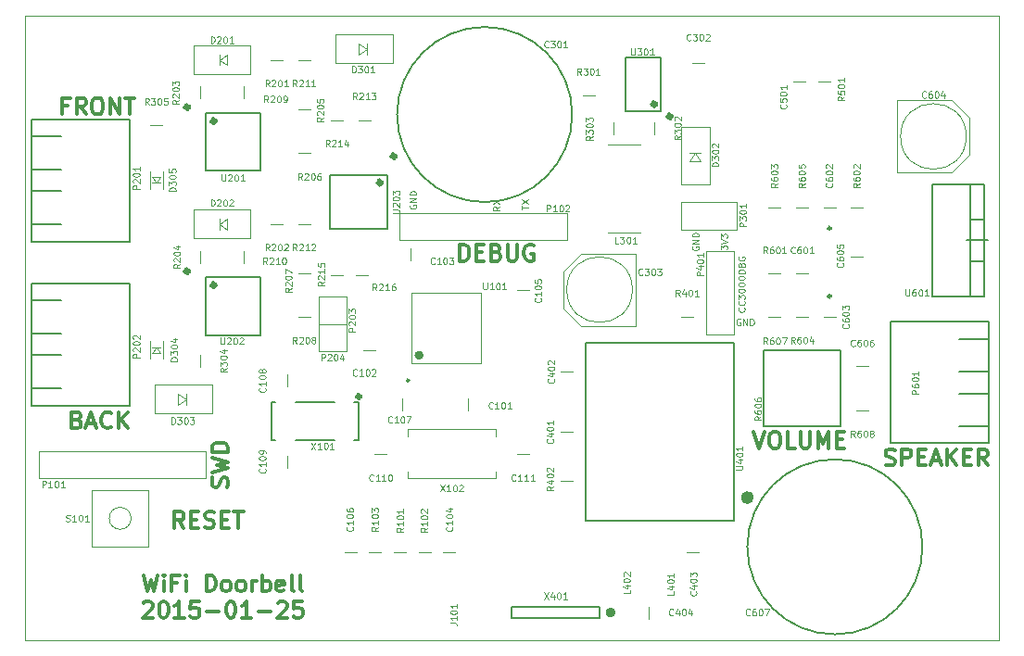
<source format=gto>
G04 #@! TF.FileFunction,Legend,Top*
%FSLAX46Y46*%
G04 Gerber Fmt 4.6, Leading zero omitted, Abs format (unit mm)*
G04 Created by KiCad (PCBNEW (2014-jul-16 BZR unknown)-product) date Sun 25 Jan 2015 04:19:58 PM EST*
%MOMM*%
G01*
G04 APERTURE LIST*
%ADD10C,0.100000*%
%ADD11C,0.300000*%
%ADD12C,0.400000*%
%ADD13C,0.150000*%
%ADD14C,0.250000*%
%ADD15C,0.500000*%
%ADD16C,0.600000*%
G04 APERTURE END LIST*
D10*
D11*
X70850001Y-102578571D02*
X71207144Y-104078571D01*
X71492858Y-103007143D01*
X71778572Y-104078571D01*
X72135715Y-102578571D01*
X72707144Y-104078571D02*
X72707144Y-103078571D01*
X72707144Y-102578571D02*
X72635715Y-102650000D01*
X72707144Y-102721429D01*
X72778572Y-102650000D01*
X72707144Y-102578571D01*
X72707144Y-102721429D01*
X73921430Y-103292857D02*
X73421430Y-103292857D01*
X73421430Y-104078571D02*
X73421430Y-102578571D01*
X74135716Y-102578571D01*
X74707144Y-104078571D02*
X74707144Y-103078571D01*
X74707144Y-102578571D02*
X74635715Y-102650000D01*
X74707144Y-102721429D01*
X74778572Y-102650000D01*
X74707144Y-102578571D01*
X74707144Y-102721429D01*
X76564287Y-104078571D02*
X76564287Y-102578571D01*
X76921430Y-102578571D01*
X77135715Y-102650000D01*
X77278573Y-102792857D01*
X77350001Y-102935714D01*
X77421430Y-103221429D01*
X77421430Y-103435714D01*
X77350001Y-103721429D01*
X77278573Y-103864286D01*
X77135715Y-104007143D01*
X76921430Y-104078571D01*
X76564287Y-104078571D01*
X78278573Y-104078571D02*
X78135715Y-104007143D01*
X78064287Y-103935714D01*
X77992858Y-103792857D01*
X77992858Y-103364286D01*
X78064287Y-103221429D01*
X78135715Y-103150000D01*
X78278573Y-103078571D01*
X78492858Y-103078571D01*
X78635715Y-103150000D01*
X78707144Y-103221429D01*
X78778573Y-103364286D01*
X78778573Y-103792857D01*
X78707144Y-103935714D01*
X78635715Y-104007143D01*
X78492858Y-104078571D01*
X78278573Y-104078571D01*
X79635716Y-104078571D02*
X79492858Y-104007143D01*
X79421430Y-103935714D01*
X79350001Y-103792857D01*
X79350001Y-103364286D01*
X79421430Y-103221429D01*
X79492858Y-103150000D01*
X79635716Y-103078571D01*
X79850001Y-103078571D01*
X79992858Y-103150000D01*
X80064287Y-103221429D01*
X80135716Y-103364286D01*
X80135716Y-103792857D01*
X80064287Y-103935714D01*
X79992858Y-104007143D01*
X79850001Y-104078571D01*
X79635716Y-104078571D01*
X80778573Y-104078571D02*
X80778573Y-103078571D01*
X80778573Y-103364286D02*
X80850001Y-103221429D01*
X80921430Y-103150000D01*
X81064287Y-103078571D01*
X81207144Y-103078571D01*
X81707144Y-104078571D02*
X81707144Y-102578571D01*
X81707144Y-103150000D02*
X81850001Y-103078571D01*
X82135715Y-103078571D01*
X82278572Y-103150000D01*
X82350001Y-103221429D01*
X82421430Y-103364286D01*
X82421430Y-103792857D01*
X82350001Y-103935714D01*
X82278572Y-104007143D01*
X82135715Y-104078571D01*
X81850001Y-104078571D01*
X81707144Y-104007143D01*
X83635715Y-104007143D02*
X83492858Y-104078571D01*
X83207144Y-104078571D01*
X83064287Y-104007143D01*
X82992858Y-103864286D01*
X82992858Y-103292857D01*
X83064287Y-103150000D01*
X83207144Y-103078571D01*
X83492858Y-103078571D01*
X83635715Y-103150000D01*
X83707144Y-103292857D01*
X83707144Y-103435714D01*
X82992858Y-103578571D01*
X84564287Y-104078571D02*
X84421429Y-104007143D01*
X84350001Y-103864286D01*
X84350001Y-102578571D01*
X85350001Y-104078571D02*
X85207143Y-104007143D01*
X85135715Y-103864286D01*
X85135715Y-102578571D01*
X70814287Y-105121429D02*
X70885716Y-105050000D01*
X71028573Y-104978571D01*
X71385716Y-104978571D01*
X71528573Y-105050000D01*
X71600002Y-105121429D01*
X71671430Y-105264286D01*
X71671430Y-105407143D01*
X71600002Y-105621429D01*
X70742859Y-106478571D01*
X71671430Y-106478571D01*
X72600001Y-104978571D02*
X72742858Y-104978571D01*
X72885715Y-105050000D01*
X72957144Y-105121429D01*
X73028573Y-105264286D01*
X73100001Y-105550000D01*
X73100001Y-105907143D01*
X73028573Y-106192857D01*
X72957144Y-106335714D01*
X72885715Y-106407143D01*
X72742858Y-106478571D01*
X72600001Y-106478571D01*
X72457144Y-106407143D01*
X72385715Y-106335714D01*
X72314287Y-106192857D01*
X72242858Y-105907143D01*
X72242858Y-105550000D01*
X72314287Y-105264286D01*
X72385715Y-105121429D01*
X72457144Y-105050000D01*
X72600001Y-104978571D01*
X74528572Y-106478571D02*
X73671429Y-106478571D01*
X74100001Y-106478571D02*
X74100001Y-104978571D01*
X73957144Y-105192857D01*
X73814286Y-105335714D01*
X73671429Y-105407143D01*
X75885715Y-104978571D02*
X75171429Y-104978571D01*
X75100000Y-105692857D01*
X75171429Y-105621429D01*
X75314286Y-105550000D01*
X75671429Y-105550000D01*
X75814286Y-105621429D01*
X75885715Y-105692857D01*
X75957143Y-105835714D01*
X75957143Y-106192857D01*
X75885715Y-106335714D01*
X75814286Y-106407143D01*
X75671429Y-106478571D01*
X75314286Y-106478571D01*
X75171429Y-106407143D01*
X75100000Y-106335714D01*
X76600000Y-105907143D02*
X77742857Y-105907143D01*
X78742857Y-104978571D02*
X78885714Y-104978571D01*
X79028571Y-105050000D01*
X79100000Y-105121429D01*
X79171429Y-105264286D01*
X79242857Y-105550000D01*
X79242857Y-105907143D01*
X79171429Y-106192857D01*
X79100000Y-106335714D01*
X79028571Y-106407143D01*
X78885714Y-106478571D01*
X78742857Y-106478571D01*
X78600000Y-106407143D01*
X78528571Y-106335714D01*
X78457143Y-106192857D01*
X78385714Y-105907143D01*
X78385714Y-105550000D01*
X78457143Y-105264286D01*
X78528571Y-105121429D01*
X78600000Y-105050000D01*
X78742857Y-104978571D01*
X80671428Y-106478571D02*
X79814285Y-106478571D01*
X80242857Y-106478571D02*
X80242857Y-104978571D01*
X80100000Y-105192857D01*
X79957142Y-105335714D01*
X79814285Y-105407143D01*
X81314285Y-105907143D02*
X82457142Y-105907143D01*
X83099999Y-105121429D02*
X83171428Y-105050000D01*
X83314285Y-104978571D01*
X83671428Y-104978571D01*
X83814285Y-105050000D01*
X83885714Y-105121429D01*
X83957142Y-105264286D01*
X83957142Y-105407143D01*
X83885714Y-105621429D01*
X83028571Y-106478571D01*
X83957142Y-106478571D01*
X85314285Y-104978571D02*
X84599999Y-104978571D01*
X84528570Y-105692857D01*
X84599999Y-105621429D01*
X84742856Y-105550000D01*
X85099999Y-105550000D01*
X85242856Y-105621429D01*
X85314285Y-105692857D01*
X85385713Y-105835714D01*
X85385713Y-106192857D01*
X85314285Y-106335714D01*
X85242856Y-106407143D01*
X85099999Y-106478571D01*
X84742856Y-106478571D01*
X84599999Y-106407143D01*
X84528570Y-106335714D01*
X126585714Y-89478571D02*
X127085714Y-90978571D01*
X127585714Y-89478571D01*
X128371428Y-89478571D02*
X128657142Y-89478571D01*
X128800000Y-89550000D01*
X128942857Y-89692857D01*
X129014285Y-89978571D01*
X129014285Y-90478571D01*
X128942857Y-90764286D01*
X128800000Y-90907143D01*
X128657142Y-90978571D01*
X128371428Y-90978571D01*
X128228571Y-90907143D01*
X128085714Y-90764286D01*
X128014285Y-90478571D01*
X128014285Y-89978571D01*
X128085714Y-89692857D01*
X128228571Y-89550000D01*
X128371428Y-89478571D01*
X130371429Y-90978571D02*
X129657143Y-90978571D01*
X129657143Y-89478571D01*
X130871429Y-89478571D02*
X130871429Y-90692857D01*
X130942857Y-90835714D01*
X131014286Y-90907143D01*
X131157143Y-90978571D01*
X131442857Y-90978571D01*
X131585715Y-90907143D01*
X131657143Y-90835714D01*
X131728572Y-90692857D01*
X131728572Y-89478571D01*
X132442858Y-90978571D02*
X132442858Y-89478571D01*
X132942858Y-90550000D01*
X133442858Y-89478571D01*
X133442858Y-90978571D01*
X134157144Y-90192857D02*
X134657144Y-90192857D01*
X134871430Y-90978571D02*
X134157144Y-90978571D01*
X134157144Y-89478571D01*
X134871430Y-89478571D01*
D10*
X103371429Y-68900000D02*
X103085714Y-69100000D01*
X103371429Y-69242857D02*
X102771429Y-69242857D01*
X102771429Y-69014285D01*
X102800000Y-68957143D01*
X102828571Y-68928571D01*
X102885714Y-68900000D01*
X102971429Y-68900000D01*
X103028571Y-68928571D01*
X103057143Y-68957143D01*
X103085714Y-69014285D01*
X103085714Y-69242857D01*
X102771429Y-68700000D02*
X103371429Y-68300000D01*
X102771429Y-68300000D02*
X103371429Y-68700000D01*
X105371429Y-69157143D02*
X105371429Y-68814286D01*
X105971429Y-68985715D02*
X105371429Y-68985715D01*
X105371429Y-68671429D02*
X105971429Y-68271429D01*
X105371429Y-68271429D02*
X105971429Y-68671429D01*
X125342858Y-79200000D02*
X125285715Y-79171429D01*
X125200001Y-79171429D01*
X125114286Y-79200000D01*
X125057144Y-79257143D01*
X125028572Y-79314286D01*
X125000001Y-79428571D01*
X125000001Y-79514286D01*
X125028572Y-79628571D01*
X125057144Y-79685714D01*
X125114286Y-79742857D01*
X125200001Y-79771429D01*
X125257144Y-79771429D01*
X125342858Y-79742857D01*
X125371429Y-79714286D01*
X125371429Y-79514286D01*
X125257144Y-79514286D01*
X125628572Y-79771429D02*
X125628572Y-79171429D01*
X125971429Y-79771429D01*
X125971429Y-79171429D01*
X126257143Y-79771429D02*
X126257143Y-79171429D01*
X126400000Y-79171429D01*
X126485715Y-79200000D01*
X126542857Y-79257143D01*
X126571429Y-79314286D01*
X126600000Y-79428571D01*
X126600000Y-79514286D01*
X126571429Y-79628571D01*
X126542857Y-79685714D01*
X126485715Y-79742857D01*
X126400000Y-79771429D01*
X126257143Y-79771429D01*
X125714286Y-78157144D02*
X125742857Y-78185715D01*
X125771429Y-78271429D01*
X125771429Y-78328572D01*
X125742857Y-78414287D01*
X125685714Y-78471429D01*
X125628571Y-78500001D01*
X125514286Y-78528572D01*
X125428571Y-78528572D01*
X125314286Y-78500001D01*
X125257143Y-78471429D01*
X125200000Y-78414287D01*
X125171429Y-78328572D01*
X125171429Y-78271429D01*
X125200000Y-78185715D01*
X125228571Y-78157144D01*
X125714286Y-77557144D02*
X125742857Y-77585715D01*
X125771429Y-77671429D01*
X125771429Y-77728572D01*
X125742857Y-77814287D01*
X125685714Y-77871429D01*
X125628571Y-77900001D01*
X125514286Y-77928572D01*
X125428571Y-77928572D01*
X125314286Y-77900001D01*
X125257143Y-77871429D01*
X125200000Y-77814287D01*
X125171429Y-77728572D01*
X125171429Y-77671429D01*
X125200000Y-77585715D01*
X125228571Y-77557144D01*
X125171429Y-77357144D02*
X125171429Y-76985715D01*
X125400000Y-77185715D01*
X125400000Y-77100001D01*
X125428571Y-77042858D01*
X125457143Y-77014287D01*
X125514286Y-76985715D01*
X125657143Y-76985715D01*
X125714286Y-77014287D01*
X125742857Y-77042858D01*
X125771429Y-77100001D01*
X125771429Y-77271429D01*
X125742857Y-77328572D01*
X125714286Y-77357144D01*
X125171429Y-76614286D02*
X125171429Y-76557143D01*
X125200000Y-76500000D01*
X125228571Y-76471429D01*
X125285714Y-76442858D01*
X125400000Y-76414286D01*
X125542857Y-76414286D01*
X125657143Y-76442858D01*
X125714286Y-76471429D01*
X125742857Y-76500000D01*
X125771429Y-76557143D01*
X125771429Y-76614286D01*
X125742857Y-76671429D01*
X125714286Y-76700000D01*
X125657143Y-76728572D01*
X125542857Y-76757143D01*
X125400000Y-76757143D01*
X125285714Y-76728572D01*
X125228571Y-76700000D01*
X125200000Y-76671429D01*
X125171429Y-76614286D01*
X125171429Y-76042857D02*
X125171429Y-75985714D01*
X125200000Y-75928571D01*
X125228571Y-75900000D01*
X125285714Y-75871429D01*
X125400000Y-75842857D01*
X125542857Y-75842857D01*
X125657143Y-75871429D01*
X125714286Y-75900000D01*
X125742857Y-75928571D01*
X125771429Y-75985714D01*
X125771429Y-76042857D01*
X125742857Y-76100000D01*
X125714286Y-76128571D01*
X125657143Y-76157143D01*
X125542857Y-76185714D01*
X125400000Y-76185714D01*
X125285714Y-76157143D01*
X125228571Y-76128571D01*
X125200000Y-76100000D01*
X125171429Y-76042857D01*
X125171429Y-75471428D02*
X125171429Y-75414285D01*
X125200000Y-75357142D01*
X125228571Y-75328571D01*
X125285714Y-75300000D01*
X125400000Y-75271428D01*
X125542857Y-75271428D01*
X125657143Y-75300000D01*
X125714286Y-75328571D01*
X125742857Y-75357142D01*
X125771429Y-75414285D01*
X125771429Y-75471428D01*
X125742857Y-75528571D01*
X125714286Y-75557142D01*
X125657143Y-75585714D01*
X125542857Y-75614285D01*
X125400000Y-75614285D01*
X125285714Y-75585714D01*
X125228571Y-75557142D01*
X125200000Y-75528571D01*
X125171429Y-75471428D01*
X125771429Y-75014285D02*
X125171429Y-75014285D01*
X125171429Y-74871428D01*
X125200000Y-74785713D01*
X125257143Y-74728571D01*
X125314286Y-74699999D01*
X125428571Y-74671428D01*
X125514286Y-74671428D01*
X125628571Y-74699999D01*
X125685714Y-74728571D01*
X125742857Y-74785713D01*
X125771429Y-74871428D01*
X125771429Y-75014285D01*
X125457143Y-74214285D02*
X125485714Y-74128571D01*
X125514286Y-74099999D01*
X125571429Y-74071428D01*
X125657143Y-74071428D01*
X125714286Y-74099999D01*
X125742857Y-74128571D01*
X125771429Y-74185713D01*
X125771429Y-74414285D01*
X125171429Y-74414285D01*
X125171429Y-74214285D01*
X125200000Y-74157142D01*
X125228571Y-74128571D01*
X125285714Y-74099999D01*
X125342857Y-74099999D01*
X125400000Y-74128571D01*
X125428571Y-74157142D01*
X125457143Y-74214285D01*
X125457143Y-74414285D01*
X125200000Y-73499999D02*
X125171429Y-73557142D01*
X125171429Y-73642856D01*
X125200000Y-73728571D01*
X125257143Y-73785713D01*
X125314286Y-73814285D01*
X125428571Y-73842856D01*
X125514286Y-73842856D01*
X125628571Y-73814285D01*
X125685714Y-73785713D01*
X125742857Y-73728571D01*
X125771429Y-73642856D01*
X125771429Y-73585713D01*
X125742857Y-73499999D01*
X125714286Y-73471428D01*
X125514286Y-73471428D01*
X125514286Y-73585713D01*
X123571429Y-72842858D02*
X123571429Y-72471429D01*
X123800000Y-72671429D01*
X123800000Y-72585715D01*
X123828571Y-72528572D01*
X123857143Y-72500001D01*
X123914286Y-72471429D01*
X124057143Y-72471429D01*
X124114286Y-72500001D01*
X124142857Y-72528572D01*
X124171429Y-72585715D01*
X124171429Y-72757143D01*
X124142857Y-72814286D01*
X124114286Y-72842858D01*
X123571429Y-72300000D02*
X124171429Y-72100000D01*
X123571429Y-71900000D01*
X123571429Y-71757143D02*
X123571429Y-71385714D01*
X123800000Y-71585714D01*
X123800000Y-71500000D01*
X123828571Y-71442857D01*
X123857143Y-71414286D01*
X123914286Y-71385714D01*
X124057143Y-71385714D01*
X124114286Y-71414286D01*
X124142857Y-71442857D01*
X124171429Y-71500000D01*
X124171429Y-71671428D01*
X124142857Y-71728571D01*
X124114286Y-71757143D01*
X121000000Y-72557142D02*
X120971429Y-72614285D01*
X120971429Y-72699999D01*
X121000000Y-72785714D01*
X121057143Y-72842856D01*
X121114286Y-72871428D01*
X121228571Y-72899999D01*
X121314286Y-72899999D01*
X121428571Y-72871428D01*
X121485714Y-72842856D01*
X121542857Y-72785714D01*
X121571429Y-72699999D01*
X121571429Y-72642856D01*
X121542857Y-72557142D01*
X121514286Y-72528571D01*
X121314286Y-72528571D01*
X121314286Y-72642856D01*
X121571429Y-72271428D02*
X120971429Y-72271428D01*
X121571429Y-71928571D01*
X120971429Y-71928571D01*
X121571429Y-71642857D02*
X120971429Y-71642857D01*
X120971429Y-71500000D01*
X121000000Y-71414285D01*
X121057143Y-71357143D01*
X121114286Y-71328571D01*
X121228571Y-71300000D01*
X121314286Y-71300000D01*
X121428571Y-71328571D01*
X121485714Y-71357143D01*
X121542857Y-71414285D01*
X121571429Y-71500000D01*
X121571429Y-71642857D01*
X95200000Y-68757142D02*
X95171429Y-68814285D01*
X95171429Y-68899999D01*
X95200000Y-68985714D01*
X95257143Y-69042856D01*
X95314286Y-69071428D01*
X95428571Y-69099999D01*
X95514286Y-69099999D01*
X95628571Y-69071428D01*
X95685714Y-69042856D01*
X95742857Y-68985714D01*
X95771429Y-68899999D01*
X95771429Y-68842856D01*
X95742857Y-68757142D01*
X95714286Y-68728571D01*
X95514286Y-68728571D01*
X95514286Y-68842856D01*
X95771429Y-68471428D02*
X95171429Y-68471428D01*
X95771429Y-68128571D01*
X95171429Y-68128571D01*
X95771429Y-67842857D02*
X95171429Y-67842857D01*
X95171429Y-67700000D01*
X95200000Y-67614285D01*
X95257143Y-67557143D01*
X95314286Y-67528571D01*
X95428571Y-67500000D01*
X95514286Y-67500000D01*
X95628571Y-67528571D01*
X95685714Y-67557143D01*
X95742857Y-67614285D01*
X95771429Y-67700000D01*
X95771429Y-67842857D01*
D11*
X99742857Y-73878571D02*
X99742857Y-72378571D01*
X100100000Y-72378571D01*
X100314285Y-72450000D01*
X100457143Y-72592857D01*
X100528571Y-72735714D01*
X100600000Y-73021429D01*
X100600000Y-73235714D01*
X100528571Y-73521429D01*
X100457143Y-73664286D01*
X100314285Y-73807143D01*
X100100000Y-73878571D01*
X99742857Y-73878571D01*
X101242857Y-73092857D02*
X101742857Y-73092857D01*
X101957143Y-73878571D02*
X101242857Y-73878571D01*
X101242857Y-72378571D01*
X101957143Y-72378571D01*
X103100000Y-73092857D02*
X103314286Y-73164286D01*
X103385714Y-73235714D01*
X103457143Y-73378571D01*
X103457143Y-73592857D01*
X103385714Y-73735714D01*
X103314286Y-73807143D01*
X103171428Y-73878571D01*
X102600000Y-73878571D01*
X102600000Y-72378571D01*
X103100000Y-72378571D01*
X103242857Y-72450000D01*
X103314286Y-72521429D01*
X103385714Y-72664286D01*
X103385714Y-72807143D01*
X103314286Y-72950000D01*
X103242857Y-73021429D01*
X103100000Y-73092857D01*
X102600000Y-73092857D01*
X104100000Y-72378571D02*
X104100000Y-73592857D01*
X104171428Y-73735714D01*
X104242857Y-73807143D01*
X104385714Y-73878571D01*
X104671428Y-73878571D01*
X104814286Y-73807143D01*
X104885714Y-73735714D01*
X104957143Y-73592857D01*
X104957143Y-72378571D01*
X106457143Y-72450000D02*
X106314286Y-72378571D01*
X106100000Y-72378571D01*
X105885715Y-72450000D01*
X105742857Y-72592857D01*
X105671429Y-72735714D01*
X105600000Y-73021429D01*
X105600000Y-73235714D01*
X105671429Y-73521429D01*
X105742857Y-73664286D01*
X105885715Y-73807143D01*
X106100000Y-73878571D01*
X106242857Y-73878571D01*
X106457143Y-73807143D01*
X106528572Y-73735714D01*
X106528572Y-73235714D01*
X106242857Y-73235714D01*
X138621429Y-92507143D02*
X138835715Y-92578571D01*
X139192858Y-92578571D01*
X139335715Y-92507143D01*
X139407144Y-92435714D01*
X139478572Y-92292857D01*
X139478572Y-92150000D01*
X139407144Y-92007143D01*
X139335715Y-91935714D01*
X139192858Y-91864286D01*
X138907144Y-91792857D01*
X138764286Y-91721429D01*
X138692858Y-91650000D01*
X138621429Y-91507143D01*
X138621429Y-91364286D01*
X138692858Y-91221429D01*
X138764286Y-91150000D01*
X138907144Y-91078571D01*
X139264286Y-91078571D01*
X139478572Y-91150000D01*
X140121429Y-92578571D02*
X140121429Y-91078571D01*
X140692857Y-91078571D01*
X140835715Y-91150000D01*
X140907143Y-91221429D01*
X140978572Y-91364286D01*
X140978572Y-91578571D01*
X140907143Y-91721429D01*
X140835715Y-91792857D01*
X140692857Y-91864286D01*
X140121429Y-91864286D01*
X141621429Y-91792857D02*
X142121429Y-91792857D01*
X142335715Y-92578571D02*
X141621429Y-92578571D01*
X141621429Y-91078571D01*
X142335715Y-91078571D01*
X142907143Y-92150000D02*
X143621429Y-92150000D01*
X142764286Y-92578571D02*
X143264286Y-91078571D01*
X143764286Y-92578571D01*
X144264286Y-92578571D02*
X144264286Y-91078571D01*
X145121429Y-92578571D02*
X144478572Y-91721429D01*
X145121429Y-91078571D02*
X144264286Y-91935714D01*
X145764286Y-91792857D02*
X146264286Y-91792857D01*
X146478572Y-92578571D02*
X145764286Y-92578571D01*
X145764286Y-91078571D01*
X146478572Y-91078571D01*
X147978572Y-92578571D02*
X147478572Y-91864286D01*
X147121429Y-92578571D02*
X147121429Y-91078571D01*
X147692857Y-91078571D01*
X147835715Y-91150000D01*
X147907143Y-91221429D01*
X147978572Y-91364286D01*
X147978572Y-91578571D01*
X147907143Y-91721429D01*
X147835715Y-91792857D01*
X147692857Y-91864286D01*
X147121429Y-91864286D01*
X78507143Y-94535714D02*
X78578571Y-94321428D01*
X78578571Y-93964285D01*
X78507143Y-93821428D01*
X78435714Y-93749999D01*
X78292857Y-93678571D01*
X78150000Y-93678571D01*
X78007143Y-93749999D01*
X77935714Y-93821428D01*
X77864286Y-93964285D01*
X77792857Y-94249999D01*
X77721429Y-94392857D01*
X77650000Y-94464285D01*
X77507143Y-94535714D01*
X77364286Y-94535714D01*
X77221429Y-94464285D01*
X77150000Y-94392857D01*
X77078571Y-94249999D01*
X77078571Y-93892857D01*
X77150000Y-93678571D01*
X77078571Y-93178571D02*
X78578571Y-92821428D01*
X77507143Y-92535714D01*
X78578571Y-92250000D01*
X77078571Y-91892857D01*
X78578571Y-91321428D02*
X77078571Y-91321428D01*
X77078571Y-90964285D01*
X77150000Y-90750000D01*
X77292857Y-90607142D01*
X77435714Y-90535714D01*
X77721429Y-90464285D01*
X77935714Y-90464285D01*
X78221429Y-90535714D01*
X78364286Y-90607142D01*
X78507143Y-90750000D01*
X78578571Y-90964285D01*
X78578571Y-91321428D01*
X74521429Y-98278571D02*
X74021429Y-97564286D01*
X73664286Y-98278571D02*
X73664286Y-96778571D01*
X74235714Y-96778571D01*
X74378572Y-96850000D01*
X74450000Y-96921429D01*
X74521429Y-97064286D01*
X74521429Y-97278571D01*
X74450000Y-97421429D01*
X74378572Y-97492857D01*
X74235714Y-97564286D01*
X73664286Y-97564286D01*
X75164286Y-97492857D02*
X75664286Y-97492857D01*
X75878572Y-98278571D02*
X75164286Y-98278571D01*
X75164286Y-96778571D01*
X75878572Y-96778571D01*
X76450000Y-98207143D02*
X76664286Y-98278571D01*
X77021429Y-98278571D01*
X77164286Y-98207143D01*
X77235715Y-98135714D01*
X77307143Y-97992857D01*
X77307143Y-97850000D01*
X77235715Y-97707143D01*
X77164286Y-97635714D01*
X77021429Y-97564286D01*
X76735715Y-97492857D01*
X76592857Y-97421429D01*
X76521429Y-97350000D01*
X76450000Y-97207143D01*
X76450000Y-97064286D01*
X76521429Y-96921429D01*
X76592857Y-96850000D01*
X76735715Y-96778571D01*
X77092857Y-96778571D01*
X77307143Y-96850000D01*
X77950000Y-97492857D02*
X78450000Y-97492857D01*
X78664286Y-98278571D02*
X77950000Y-98278571D01*
X77950000Y-96778571D01*
X78664286Y-96778571D01*
X79092857Y-96778571D02*
X79950000Y-96778571D01*
X79521429Y-98278571D02*
X79521429Y-96778571D01*
X64764286Y-88392857D02*
X64978572Y-88464286D01*
X65050000Y-88535714D01*
X65121429Y-88678571D01*
X65121429Y-88892857D01*
X65050000Y-89035714D01*
X64978572Y-89107143D01*
X64835714Y-89178571D01*
X64264286Y-89178571D01*
X64264286Y-87678571D01*
X64764286Y-87678571D01*
X64907143Y-87750000D01*
X64978572Y-87821429D01*
X65050000Y-87964286D01*
X65050000Y-88107143D01*
X64978572Y-88250000D01*
X64907143Y-88321429D01*
X64764286Y-88392857D01*
X64264286Y-88392857D01*
X65692857Y-88750000D02*
X66407143Y-88750000D01*
X65550000Y-89178571D02*
X66050000Y-87678571D01*
X66550000Y-89178571D01*
X67907143Y-89035714D02*
X67835714Y-89107143D01*
X67621428Y-89178571D01*
X67478571Y-89178571D01*
X67264286Y-89107143D01*
X67121428Y-88964286D01*
X67050000Y-88821429D01*
X66978571Y-88535714D01*
X66978571Y-88321429D01*
X67050000Y-88035714D01*
X67121428Y-87892857D01*
X67264286Y-87750000D01*
X67478571Y-87678571D01*
X67621428Y-87678571D01*
X67835714Y-87750000D01*
X67907143Y-87821429D01*
X68550000Y-89178571D02*
X68550000Y-87678571D01*
X69407143Y-89178571D02*
X68764286Y-88321429D01*
X69407143Y-87678571D02*
X68550000Y-88535714D01*
X63921429Y-59692857D02*
X63421429Y-59692857D01*
X63421429Y-60478571D02*
X63421429Y-58978571D01*
X64135715Y-58978571D01*
X65564286Y-60478571D02*
X65064286Y-59764286D01*
X64707143Y-60478571D02*
X64707143Y-58978571D01*
X65278571Y-58978571D01*
X65421429Y-59050000D01*
X65492857Y-59121429D01*
X65564286Y-59264286D01*
X65564286Y-59478571D01*
X65492857Y-59621429D01*
X65421429Y-59692857D01*
X65278571Y-59764286D01*
X64707143Y-59764286D01*
X66492857Y-58978571D02*
X66778571Y-58978571D01*
X66921429Y-59050000D01*
X67064286Y-59192857D01*
X67135714Y-59478571D01*
X67135714Y-59978571D01*
X67064286Y-60264286D01*
X66921429Y-60407143D01*
X66778571Y-60478571D01*
X66492857Y-60478571D01*
X66350000Y-60407143D01*
X66207143Y-60264286D01*
X66135714Y-59978571D01*
X66135714Y-59478571D01*
X66207143Y-59192857D01*
X66350000Y-59050000D01*
X66492857Y-58978571D01*
X67778572Y-60478571D02*
X67778572Y-58978571D01*
X68635715Y-60478571D01*
X68635715Y-58978571D01*
X69135715Y-58978571D02*
X69992858Y-58978571D01*
X69564287Y-60478571D02*
X69564287Y-58978571D01*
D10*
X60000000Y-108500000D02*
X60000000Y-51500000D01*
X149000000Y-108500000D02*
X60000000Y-108500000D01*
X149000000Y-51500000D02*
X149000000Y-108500000D01*
X60000000Y-51500000D02*
X149000000Y-51500000D01*
D12*
X90642000Y-86258000D02*
G75*
G03X90642000Y-86258000I-150000J0D01*
G01*
D13*
X90100000Y-86750000D02*
X90450000Y-86750000D01*
X84700000Y-86750000D02*
X88300000Y-86750000D01*
X82550000Y-90250000D02*
X82900000Y-90250000D01*
X82550000Y-90250000D02*
X82550000Y-86750000D01*
X82900000Y-86750000D02*
X82550000Y-86750000D01*
X88300000Y-90250000D02*
X84700000Y-90250000D01*
X90450000Y-86750000D02*
X90450000Y-90250000D01*
X90450000Y-90250000D02*
X90100000Y-90250000D01*
D10*
X117000000Y-106550000D02*
X117000000Y-105450000D01*
X100500000Y-87550000D02*
X100500000Y-86450000D01*
X90950000Y-82000000D02*
X92050000Y-82000000D01*
X95250000Y-72700000D02*
X95250000Y-73800000D01*
X98200000Y-100500000D02*
X99300000Y-100500000D01*
X106050000Y-76500000D02*
X104950000Y-76500000D01*
X89200000Y-100500000D02*
X90300000Y-100500000D01*
X94500000Y-87550000D02*
X94500000Y-86450000D01*
X84000000Y-85350000D02*
X84000000Y-84250000D01*
X84000000Y-92750000D02*
X84000000Y-91650000D01*
X91950000Y-91500000D02*
X93050000Y-91500000D01*
X104950000Y-91500000D02*
X106050000Y-91500000D01*
D13*
X110000000Y-60500000D02*
G75*
G03X110000000Y-60500000I-8000000J0D01*
G01*
D10*
X120950000Y-55750000D02*
X122050000Y-55750000D01*
X110050000Y-89500000D02*
X108950000Y-89500000D01*
X110050000Y-84000000D02*
X108950000Y-84000000D01*
X121550000Y-100500000D02*
X120450000Y-100500000D01*
X131300000Y-57500000D02*
X130200000Y-57500000D01*
X131550000Y-75000000D02*
X130450000Y-75000000D01*
D14*
X133641421Y-70900000D02*
G75*
G03X133641421Y-70900000I-141421J0D01*
G01*
D10*
X132950000Y-69000000D02*
X134050000Y-69000000D01*
D14*
X133641421Y-77100000D02*
G75*
G03X133641421Y-77100000I-141421J0D01*
G01*
D10*
X134050000Y-79000000D02*
X132950000Y-79000000D01*
X135450000Y-73500000D02*
X136550000Y-73500000D01*
X135950000Y-83500000D02*
X137050000Y-83500000D01*
D13*
X142000000Y-100000000D02*
G75*
G03X142000000Y-100000000I-8000000J0D01*
G01*
D10*
X77750000Y-56000000D02*
X77750000Y-55000000D01*
X78500000Y-56000000D02*
X78500000Y-55000000D01*
X78500000Y-55000000D02*
X77750000Y-55500000D01*
X77750000Y-55500000D02*
X78500000Y-56000000D01*
X80600000Y-56800000D02*
X75400000Y-56800000D01*
X75400000Y-56800000D02*
X75400000Y-54200000D01*
X75400000Y-54200000D02*
X80600000Y-54200000D01*
X80600000Y-54200000D02*
X80600000Y-56800000D01*
X77750000Y-71000000D02*
X77750000Y-70000000D01*
X78500000Y-71000000D02*
X78500000Y-70000000D01*
X78500000Y-70000000D02*
X77750000Y-70500000D01*
X77750000Y-70500000D02*
X78500000Y-71000000D01*
X80600000Y-71800000D02*
X75400000Y-71800000D01*
X75400000Y-71800000D02*
X75400000Y-69200000D01*
X75400000Y-69200000D02*
X80600000Y-69200000D01*
X80600000Y-69200000D02*
X80600000Y-71800000D01*
X91250000Y-54000000D02*
X91250000Y-55000000D01*
X90500000Y-54000000D02*
X90500000Y-55000000D01*
X90500000Y-55000000D02*
X91250000Y-54500000D01*
X91250000Y-54500000D02*
X90500000Y-54000000D01*
X88400000Y-53200000D02*
X93600000Y-53200000D01*
X93600000Y-53200000D02*
X93600000Y-55800000D01*
X93600000Y-55800000D02*
X88400000Y-55800000D01*
X88400000Y-55800000D02*
X88400000Y-53200000D01*
X120750000Y-64000000D02*
X121750000Y-64000000D01*
X120750000Y-64750000D02*
X121750000Y-64750000D01*
X121750000Y-64750000D02*
X121250000Y-64000000D01*
X121250000Y-64000000D02*
X120750000Y-64750000D01*
X119950000Y-66850000D02*
X119950000Y-61650000D01*
X119950000Y-61650000D02*
X122550000Y-61650000D01*
X122550000Y-61650000D02*
X122550000Y-66850000D01*
X122550000Y-66850000D02*
X119950000Y-66850000D01*
X74750000Y-86000000D02*
X74750000Y-87000000D01*
X74000000Y-86000000D02*
X74000000Y-87000000D01*
X74000000Y-87000000D02*
X74750000Y-86500000D01*
X74750000Y-86500000D02*
X74000000Y-86000000D01*
X71900000Y-85200000D02*
X77100000Y-85200000D01*
X77100000Y-85200000D02*
X77100000Y-87800000D01*
X77100000Y-87800000D02*
X71900000Y-87800000D01*
X71900000Y-87800000D02*
X71900000Y-85200000D01*
X72400000Y-81800000D02*
X71600000Y-81800000D01*
X71600000Y-82300000D02*
X72400000Y-82300000D01*
X72400000Y-82300000D02*
X72000000Y-81800000D01*
X72000000Y-81800000D02*
X71600000Y-82300000D01*
X72600000Y-82800000D02*
X72600000Y-81200000D01*
X71400000Y-82800000D02*
X71400000Y-81200000D01*
X71600000Y-66700000D02*
X72400000Y-66700000D01*
X72400000Y-66200000D02*
X71600000Y-66200000D01*
X71600000Y-66200000D02*
X72000000Y-66700000D01*
X72000000Y-66700000D02*
X72400000Y-66200000D01*
X71400000Y-65700000D02*
X71400000Y-67300000D01*
X72600000Y-65700000D02*
X72600000Y-67300000D01*
X116250000Y-63250000D02*
X113250000Y-63250000D01*
X116250000Y-71250000D02*
X113250000Y-71250000D01*
X61250000Y-91250000D02*
X76500000Y-91250000D01*
X76500000Y-91250000D02*
X76500000Y-93750000D01*
X76500000Y-93750000D02*
X61250000Y-93750000D01*
X61250000Y-93750000D02*
X61250000Y-91250000D01*
X94250000Y-69500000D02*
X109500000Y-69500000D01*
X109500000Y-69500000D02*
X109500000Y-72000000D01*
X109500000Y-72000000D02*
X94250000Y-72000000D01*
X94250000Y-72000000D02*
X94250000Y-69500000D01*
X124750000Y-73000000D02*
X124750000Y-80600000D01*
X124750000Y-80600000D02*
X122250000Y-80600000D01*
X122250000Y-80600000D02*
X122250000Y-73000000D01*
X122250000Y-73000000D02*
X124750000Y-73000000D01*
X94800000Y-100500000D02*
X93700000Y-100500000D01*
X97050000Y-100500000D02*
X95950000Y-100500000D01*
X92550000Y-100500000D02*
X91450000Y-100500000D01*
X83550000Y-55500000D02*
X82450000Y-55500000D01*
X83550000Y-70500000D02*
X82450000Y-70500000D01*
X76000000Y-57950000D02*
X76000000Y-59050000D01*
X76000000Y-72950000D02*
X76000000Y-74050000D01*
X86050000Y-60000000D02*
X84950000Y-60000000D01*
X86050000Y-64000000D02*
X84950000Y-64000000D01*
X86050000Y-75000000D02*
X84950000Y-75000000D01*
X86050000Y-79000000D02*
X84950000Y-79000000D01*
X80000000Y-59050000D02*
X80000000Y-57950000D01*
X80000000Y-74050000D02*
X80000000Y-72950000D01*
X86050000Y-55500000D02*
X84950000Y-55500000D01*
X86050000Y-70500000D02*
X84950000Y-70500000D01*
X90450000Y-61000000D02*
X91550000Y-61000000D01*
X89050000Y-61000000D02*
X87950000Y-61000000D01*
X87950000Y-75200000D02*
X89050000Y-75200000D01*
X90250000Y-75200000D02*
X91350000Y-75200000D01*
X112050000Y-58750000D02*
X110950000Y-58750000D01*
X117500000Y-61200000D02*
X117500000Y-62300000D01*
X113750000Y-61200000D02*
X113750000Y-62300000D01*
X76000000Y-82450000D02*
X76000000Y-83550000D01*
X71450000Y-61500000D02*
X72550000Y-61500000D01*
X119950000Y-79000000D02*
X121050000Y-79000000D01*
X108950000Y-94000000D02*
X110050000Y-94000000D01*
X132450000Y-57500000D02*
X133550000Y-57500000D01*
X127950000Y-75000000D02*
X129050000Y-75000000D01*
X136550000Y-69000000D02*
X135450000Y-69000000D01*
X127950000Y-69000000D02*
X129050000Y-69000000D01*
X131550000Y-79000000D02*
X130450000Y-79000000D01*
X131550000Y-69000000D02*
X130450000Y-69000000D01*
D13*
X127500000Y-82000000D02*
X134500000Y-82000000D01*
X134500000Y-82000000D02*
X134500000Y-89000000D01*
X134500000Y-89000000D02*
X127500000Y-89000000D01*
X127500000Y-89000000D02*
X127500000Y-82000000D01*
D10*
X129050000Y-79000000D02*
X127950000Y-79000000D01*
X135950000Y-87500000D02*
X137050000Y-87500000D01*
D14*
X95100000Y-84800000D02*
G75*
G03X95100000Y-84800000I-100000J0D01*
G01*
D12*
X96200000Y-82500000D02*
G75*
G03X96200000Y-82500000I-200000J0D01*
G01*
D10*
X95300000Y-83200000D02*
X95300000Y-76800000D01*
X95300000Y-76800000D02*
X101700000Y-76800000D01*
X101700000Y-76800000D02*
X101700000Y-83200000D01*
X101700000Y-83200000D02*
X95300000Y-83200000D01*
D15*
X77363421Y-61095000D02*
G75*
G03X77363421Y-61095000I-141421J0D01*
G01*
X74950421Y-59825000D02*
G75*
G03X74950421Y-59825000I-141421J0D01*
G01*
D13*
X76525000Y-60350000D02*
X81475000Y-60350000D01*
X81475000Y-60350000D02*
X81475000Y-65650000D01*
X81475000Y-65650000D02*
X76525000Y-65650000D01*
X76525000Y-65650000D02*
X76525000Y-60350000D01*
D15*
X77363421Y-76095000D02*
G75*
G03X77363421Y-76095000I-141421J0D01*
G01*
X74950421Y-74825000D02*
G75*
G03X74950421Y-74825000I-141421J0D01*
G01*
D13*
X76525000Y-75350000D02*
X81475000Y-75350000D01*
X81475000Y-75350000D02*
X81475000Y-80650000D01*
X81475000Y-80650000D02*
X76525000Y-80650000D01*
X76525000Y-80650000D02*
X76525000Y-75350000D01*
D15*
X92546421Y-66722000D02*
G75*
G03X92546421Y-66722000I-141421J0D01*
G01*
X93816421Y-64309000D02*
G75*
G03X93816421Y-64309000I-141421J0D01*
G01*
D13*
X93150000Y-66025000D02*
X93150000Y-70975000D01*
X93150000Y-70975000D02*
X87850000Y-70975000D01*
X87850000Y-70975000D02*
X87850000Y-66025000D01*
X87850000Y-66025000D02*
X93150000Y-66025000D01*
D15*
X117619421Y-59555000D02*
G75*
G03X117619421Y-59555000I-141421J0D01*
G01*
X119032421Y-60675000D02*
G75*
G03X119032421Y-60675000I-141421J0D01*
G01*
D13*
X118100000Y-60200000D02*
X114900000Y-60200000D01*
X114900000Y-60200000D02*
X114900000Y-55300000D01*
X114900000Y-55300000D02*
X118100000Y-55300000D01*
X118100000Y-55300000D02*
X118100000Y-60200000D01*
D16*
X126300000Y-95500000D02*
G75*
G03X126300000Y-95500000I-300000J0D01*
G01*
D13*
X124750000Y-97650000D02*
X111250000Y-97650000D01*
X111250000Y-97650000D02*
X111250000Y-81350000D01*
X111250000Y-81350000D02*
X124750000Y-81350000D01*
X124750000Y-81350000D02*
X124750000Y-97650000D01*
X146330000Y-73920000D02*
X147600000Y-73920000D01*
X146330000Y-70080000D02*
X147600000Y-70080000D01*
X148000000Y-72000000D02*
X146000000Y-72000000D01*
X146330000Y-66850000D02*
X146330000Y-77150000D01*
X142900000Y-66850000D02*
X142900000Y-77150000D01*
X142900000Y-77150000D02*
X147600000Y-77150000D01*
X147600000Y-77150000D02*
X147600000Y-66850000D01*
X147600000Y-66850000D02*
X142900000Y-66850000D01*
D10*
X103000000Y-93100000D02*
X103000000Y-93750000D01*
X95000000Y-93750000D02*
X103000000Y-93750000D01*
X95000000Y-93750000D02*
X95000000Y-93100000D01*
X95000000Y-89900000D02*
X95000000Y-89250000D01*
X95000000Y-89250000D02*
X103000000Y-89250000D01*
X103000000Y-89250000D02*
X103000000Y-89900000D01*
D15*
X113700000Y-106000000D02*
G75*
G03X113700000Y-106000000I-200000J0D01*
G01*
D13*
X112500000Y-106500000D02*
X104500000Y-106500000D01*
X104500000Y-106500000D02*
X104500000Y-105500000D01*
X104500000Y-105500000D02*
X112500000Y-105500000D01*
X112500000Y-105500000D02*
X112500000Y-106500000D01*
D10*
X110800000Y-73200000D02*
X109200000Y-74800000D01*
X109200000Y-74800000D02*
X109200000Y-78200000D01*
X109200000Y-78200000D02*
X110800000Y-79800000D01*
X110800000Y-79800000D02*
X115800000Y-79800000D01*
X115800000Y-79800000D02*
X115800000Y-73200000D01*
X115800000Y-73200000D02*
X110800000Y-73200000D01*
X115500000Y-76500000D02*
G75*
G03X115500000Y-76500000I-3000000J0D01*
G01*
X144700000Y-65800000D02*
X146300000Y-64200000D01*
X146300000Y-64200000D02*
X146300000Y-60800000D01*
X146300000Y-60800000D02*
X144700000Y-59200000D01*
X144700000Y-59200000D02*
X139700000Y-59200000D01*
X139700000Y-59200000D02*
X139700000Y-65800000D01*
X139700000Y-65800000D02*
X144700000Y-65800000D01*
X146000000Y-62500000D02*
G75*
G03X146000000Y-62500000I-3000000J0D01*
G01*
X125020000Y-71020000D02*
X119920000Y-71020000D01*
X119920000Y-71020000D02*
X119920000Y-68480000D01*
X119920000Y-68480000D02*
X125020000Y-68480000D01*
X125020000Y-68480000D02*
X125020000Y-71020000D01*
D13*
X63350000Y-70500000D02*
X60600000Y-70500000D01*
X63350000Y-67500000D02*
X60600000Y-67500000D01*
X63350000Y-65500000D02*
X60600000Y-65500000D01*
X63350000Y-62500000D02*
X60600000Y-62500000D01*
X69600000Y-60960000D02*
X60600000Y-60960000D01*
X60600000Y-60960000D02*
X60600000Y-72120000D01*
X60600000Y-72120000D02*
X69600000Y-72120000D01*
X69600000Y-72120000D02*
X69600000Y-60960000D01*
X63350000Y-85500000D02*
X60600000Y-85500000D01*
X63350000Y-82500000D02*
X60600000Y-82500000D01*
X63350000Y-80500000D02*
X60600000Y-80500000D01*
X63350000Y-77500000D02*
X60600000Y-77500000D01*
X69600000Y-75960000D02*
X60600000Y-75960000D01*
X60600000Y-75960000D02*
X60600000Y-87120000D01*
X60600000Y-87120000D02*
X69600000Y-87120000D01*
X69600000Y-87120000D02*
X69600000Y-75960000D01*
X145350000Y-81000000D02*
X148100000Y-81000000D01*
X145350000Y-84000000D02*
X148100000Y-84000000D01*
X145350000Y-86000000D02*
X148100000Y-86000000D01*
X145350000Y-89000000D02*
X148100000Y-89000000D01*
X139100000Y-90540000D02*
X148100000Y-90540000D01*
X148100000Y-90540000D02*
X148100000Y-79380000D01*
X148100000Y-79380000D02*
X139100000Y-79380000D01*
X139100000Y-79380000D02*
X139100000Y-90540000D01*
D10*
X86850000Y-77150000D02*
X89350000Y-77150000D01*
X89350000Y-77150000D02*
X89350000Y-79650000D01*
X89350000Y-79650000D02*
X86850000Y-79650000D01*
X86850000Y-79650000D02*
X86850000Y-77150000D01*
X86850000Y-79650000D02*
X89350000Y-79650000D01*
X89350000Y-79650000D02*
X89350000Y-82150000D01*
X89350000Y-82150000D02*
X86850000Y-82150000D01*
X86850000Y-82150000D02*
X86850000Y-79650000D01*
X69700000Y-97400000D02*
G75*
G03X69700000Y-97400000I-1000000J0D01*
G01*
X71300000Y-100000000D02*
X66100000Y-100000000D01*
X66100000Y-100000000D02*
X66100000Y-94800000D01*
X66100000Y-94800000D02*
X71300000Y-94800000D01*
X71300000Y-94800000D02*
X71300000Y-100000000D01*
X86142856Y-90471429D02*
X86542856Y-91071429D01*
X86542856Y-90471429D02*
X86142856Y-91071429D01*
X87085714Y-91071429D02*
X86742857Y-91071429D01*
X86914285Y-91071429D02*
X86914285Y-90471429D01*
X86857142Y-90557143D01*
X86800000Y-90614286D01*
X86742857Y-90642857D01*
X87457143Y-90471429D02*
X87514286Y-90471429D01*
X87571429Y-90500000D01*
X87600000Y-90528571D01*
X87628571Y-90585714D01*
X87657143Y-90700000D01*
X87657143Y-90842857D01*
X87628571Y-90957143D01*
X87600000Y-91014286D01*
X87571429Y-91042857D01*
X87514286Y-91071429D01*
X87457143Y-91071429D01*
X87400000Y-91042857D01*
X87371429Y-91014286D01*
X87342857Y-90957143D01*
X87314286Y-90842857D01*
X87314286Y-90700000D01*
X87342857Y-90585714D01*
X87371429Y-90528571D01*
X87400000Y-90500000D01*
X87457143Y-90471429D01*
X88228572Y-91071429D02*
X87885715Y-91071429D01*
X88057143Y-91071429D02*
X88057143Y-90471429D01*
X88000000Y-90557143D01*
X87942858Y-90614286D01*
X87885715Y-90642857D01*
X119228571Y-106214286D02*
X119200000Y-106242857D01*
X119114286Y-106271429D01*
X119057143Y-106271429D01*
X118971428Y-106242857D01*
X118914286Y-106185714D01*
X118885714Y-106128571D01*
X118857143Y-106014286D01*
X118857143Y-105928571D01*
X118885714Y-105814286D01*
X118914286Y-105757143D01*
X118971428Y-105700000D01*
X119057143Y-105671429D01*
X119114286Y-105671429D01*
X119200000Y-105700000D01*
X119228571Y-105728571D01*
X119742857Y-105871429D02*
X119742857Y-106271429D01*
X119600000Y-105642857D02*
X119457143Y-106071429D01*
X119828571Y-106071429D01*
X120171429Y-105671429D02*
X120228572Y-105671429D01*
X120285715Y-105700000D01*
X120314286Y-105728571D01*
X120342857Y-105785714D01*
X120371429Y-105900000D01*
X120371429Y-106042857D01*
X120342857Y-106157143D01*
X120314286Y-106214286D01*
X120285715Y-106242857D01*
X120228572Y-106271429D01*
X120171429Y-106271429D01*
X120114286Y-106242857D01*
X120085715Y-106214286D01*
X120057143Y-106157143D01*
X120028572Y-106042857D01*
X120028572Y-105900000D01*
X120057143Y-105785714D01*
X120085715Y-105728571D01*
X120114286Y-105700000D01*
X120171429Y-105671429D01*
X120885715Y-105871429D02*
X120885715Y-106271429D01*
X120742858Y-105642857D02*
X120600001Y-106071429D01*
X120971429Y-106071429D01*
X102728571Y-87314286D02*
X102700000Y-87342857D01*
X102614286Y-87371429D01*
X102557143Y-87371429D01*
X102471428Y-87342857D01*
X102414286Y-87285714D01*
X102385714Y-87228571D01*
X102357143Y-87114286D01*
X102357143Y-87028571D01*
X102385714Y-86914286D01*
X102414286Y-86857143D01*
X102471428Y-86800000D01*
X102557143Y-86771429D01*
X102614286Y-86771429D01*
X102700000Y-86800000D01*
X102728571Y-86828571D01*
X103300000Y-87371429D02*
X102957143Y-87371429D01*
X103128571Y-87371429D02*
X103128571Y-86771429D01*
X103071428Y-86857143D01*
X103014286Y-86914286D01*
X102957143Y-86942857D01*
X103671429Y-86771429D02*
X103728572Y-86771429D01*
X103785715Y-86800000D01*
X103814286Y-86828571D01*
X103842857Y-86885714D01*
X103871429Y-87000000D01*
X103871429Y-87142857D01*
X103842857Y-87257143D01*
X103814286Y-87314286D01*
X103785715Y-87342857D01*
X103728572Y-87371429D01*
X103671429Y-87371429D01*
X103614286Y-87342857D01*
X103585715Y-87314286D01*
X103557143Y-87257143D01*
X103528572Y-87142857D01*
X103528572Y-87000000D01*
X103557143Y-86885714D01*
X103585715Y-86828571D01*
X103614286Y-86800000D01*
X103671429Y-86771429D01*
X104442858Y-87371429D02*
X104100001Y-87371429D01*
X104271429Y-87371429D02*
X104271429Y-86771429D01*
X104214286Y-86857143D01*
X104157144Y-86914286D01*
X104100001Y-86942857D01*
X90328571Y-84314286D02*
X90300000Y-84342857D01*
X90214286Y-84371429D01*
X90157143Y-84371429D01*
X90071428Y-84342857D01*
X90014286Y-84285714D01*
X89985714Y-84228571D01*
X89957143Y-84114286D01*
X89957143Y-84028571D01*
X89985714Y-83914286D01*
X90014286Y-83857143D01*
X90071428Y-83800000D01*
X90157143Y-83771429D01*
X90214286Y-83771429D01*
X90300000Y-83800000D01*
X90328571Y-83828571D01*
X90900000Y-84371429D02*
X90557143Y-84371429D01*
X90728571Y-84371429D02*
X90728571Y-83771429D01*
X90671428Y-83857143D01*
X90614286Y-83914286D01*
X90557143Y-83942857D01*
X91271429Y-83771429D02*
X91328572Y-83771429D01*
X91385715Y-83800000D01*
X91414286Y-83828571D01*
X91442857Y-83885714D01*
X91471429Y-84000000D01*
X91471429Y-84142857D01*
X91442857Y-84257143D01*
X91414286Y-84314286D01*
X91385715Y-84342857D01*
X91328572Y-84371429D01*
X91271429Y-84371429D01*
X91214286Y-84342857D01*
X91185715Y-84314286D01*
X91157143Y-84257143D01*
X91128572Y-84142857D01*
X91128572Y-84000000D01*
X91157143Y-83885714D01*
X91185715Y-83828571D01*
X91214286Y-83800000D01*
X91271429Y-83771429D01*
X91700001Y-83828571D02*
X91728572Y-83800000D01*
X91785715Y-83771429D01*
X91928572Y-83771429D01*
X91985715Y-83800000D01*
X92014286Y-83828571D01*
X92042858Y-83885714D01*
X92042858Y-83942857D01*
X92014286Y-84028571D01*
X91671429Y-84371429D01*
X92042858Y-84371429D01*
X97428571Y-74114286D02*
X97400000Y-74142857D01*
X97314286Y-74171429D01*
X97257143Y-74171429D01*
X97171428Y-74142857D01*
X97114286Y-74085714D01*
X97085714Y-74028571D01*
X97057143Y-73914286D01*
X97057143Y-73828571D01*
X97085714Y-73714286D01*
X97114286Y-73657143D01*
X97171428Y-73600000D01*
X97257143Y-73571429D01*
X97314286Y-73571429D01*
X97400000Y-73600000D01*
X97428571Y-73628571D01*
X98000000Y-74171429D02*
X97657143Y-74171429D01*
X97828571Y-74171429D02*
X97828571Y-73571429D01*
X97771428Y-73657143D01*
X97714286Y-73714286D01*
X97657143Y-73742857D01*
X98371429Y-73571429D02*
X98428572Y-73571429D01*
X98485715Y-73600000D01*
X98514286Y-73628571D01*
X98542857Y-73685714D01*
X98571429Y-73800000D01*
X98571429Y-73942857D01*
X98542857Y-74057143D01*
X98514286Y-74114286D01*
X98485715Y-74142857D01*
X98428572Y-74171429D01*
X98371429Y-74171429D01*
X98314286Y-74142857D01*
X98285715Y-74114286D01*
X98257143Y-74057143D01*
X98228572Y-73942857D01*
X98228572Y-73800000D01*
X98257143Y-73685714D01*
X98285715Y-73628571D01*
X98314286Y-73600000D01*
X98371429Y-73571429D01*
X98771429Y-73571429D02*
X99142858Y-73571429D01*
X98942858Y-73800000D01*
X99028572Y-73800000D01*
X99085715Y-73828571D01*
X99114286Y-73857143D01*
X99142858Y-73914286D01*
X99142858Y-74057143D01*
X99114286Y-74114286D01*
X99085715Y-74142857D01*
X99028572Y-74171429D01*
X98857144Y-74171429D01*
X98800001Y-74142857D01*
X98771429Y-74114286D01*
X99014286Y-98171429D02*
X99042857Y-98200000D01*
X99071429Y-98285714D01*
X99071429Y-98342857D01*
X99042857Y-98428572D01*
X98985714Y-98485714D01*
X98928571Y-98514286D01*
X98814286Y-98542857D01*
X98728571Y-98542857D01*
X98614286Y-98514286D01*
X98557143Y-98485714D01*
X98500000Y-98428572D01*
X98471429Y-98342857D01*
X98471429Y-98285714D01*
X98500000Y-98200000D01*
X98528571Y-98171429D01*
X99071429Y-97600000D02*
X99071429Y-97942857D01*
X99071429Y-97771429D02*
X98471429Y-97771429D01*
X98557143Y-97828572D01*
X98614286Y-97885714D01*
X98642857Y-97942857D01*
X98471429Y-97228571D02*
X98471429Y-97171428D01*
X98500000Y-97114285D01*
X98528571Y-97085714D01*
X98585714Y-97057143D01*
X98700000Y-97028571D01*
X98842857Y-97028571D01*
X98957143Y-97057143D01*
X99014286Y-97085714D01*
X99042857Y-97114285D01*
X99071429Y-97171428D01*
X99071429Y-97228571D01*
X99042857Y-97285714D01*
X99014286Y-97314285D01*
X98957143Y-97342857D01*
X98842857Y-97371428D01*
X98700000Y-97371428D01*
X98585714Y-97342857D01*
X98528571Y-97314285D01*
X98500000Y-97285714D01*
X98471429Y-97228571D01*
X98671429Y-96514285D02*
X99071429Y-96514285D01*
X98442857Y-96657142D02*
X98871429Y-96799999D01*
X98871429Y-96428571D01*
X107114286Y-77271429D02*
X107142857Y-77300000D01*
X107171429Y-77385714D01*
X107171429Y-77442857D01*
X107142857Y-77528572D01*
X107085714Y-77585714D01*
X107028571Y-77614286D01*
X106914286Y-77642857D01*
X106828571Y-77642857D01*
X106714286Y-77614286D01*
X106657143Y-77585714D01*
X106600000Y-77528572D01*
X106571429Y-77442857D01*
X106571429Y-77385714D01*
X106600000Y-77300000D01*
X106628571Y-77271429D01*
X107171429Y-76700000D02*
X107171429Y-77042857D01*
X107171429Y-76871429D02*
X106571429Y-76871429D01*
X106657143Y-76928572D01*
X106714286Y-76985714D01*
X106742857Y-77042857D01*
X106571429Y-76328571D02*
X106571429Y-76271428D01*
X106600000Y-76214285D01*
X106628571Y-76185714D01*
X106685714Y-76157143D01*
X106800000Y-76128571D01*
X106942857Y-76128571D01*
X107057143Y-76157143D01*
X107114286Y-76185714D01*
X107142857Y-76214285D01*
X107171429Y-76271428D01*
X107171429Y-76328571D01*
X107142857Y-76385714D01*
X107114286Y-76414285D01*
X107057143Y-76442857D01*
X106942857Y-76471428D01*
X106800000Y-76471428D01*
X106685714Y-76442857D01*
X106628571Y-76414285D01*
X106600000Y-76385714D01*
X106571429Y-76328571D01*
X106571429Y-75585714D02*
X106571429Y-75871428D01*
X106857143Y-75899999D01*
X106828571Y-75871428D01*
X106800000Y-75814285D01*
X106800000Y-75671428D01*
X106828571Y-75614285D01*
X106857143Y-75585714D01*
X106914286Y-75557142D01*
X107057143Y-75557142D01*
X107114286Y-75585714D01*
X107142857Y-75614285D01*
X107171429Y-75671428D01*
X107171429Y-75814285D01*
X107142857Y-75871428D01*
X107114286Y-75899999D01*
X89914286Y-98171429D02*
X89942857Y-98200000D01*
X89971429Y-98285714D01*
X89971429Y-98342857D01*
X89942857Y-98428572D01*
X89885714Y-98485714D01*
X89828571Y-98514286D01*
X89714286Y-98542857D01*
X89628571Y-98542857D01*
X89514286Y-98514286D01*
X89457143Y-98485714D01*
X89400000Y-98428572D01*
X89371429Y-98342857D01*
X89371429Y-98285714D01*
X89400000Y-98200000D01*
X89428571Y-98171429D01*
X89971429Y-97600000D02*
X89971429Y-97942857D01*
X89971429Y-97771429D02*
X89371429Y-97771429D01*
X89457143Y-97828572D01*
X89514286Y-97885714D01*
X89542857Y-97942857D01*
X89371429Y-97228571D02*
X89371429Y-97171428D01*
X89400000Y-97114285D01*
X89428571Y-97085714D01*
X89485714Y-97057143D01*
X89600000Y-97028571D01*
X89742857Y-97028571D01*
X89857143Y-97057143D01*
X89914286Y-97085714D01*
X89942857Y-97114285D01*
X89971429Y-97171428D01*
X89971429Y-97228571D01*
X89942857Y-97285714D01*
X89914286Y-97314285D01*
X89857143Y-97342857D01*
X89742857Y-97371428D01*
X89600000Y-97371428D01*
X89485714Y-97342857D01*
X89428571Y-97314285D01*
X89400000Y-97285714D01*
X89371429Y-97228571D01*
X89371429Y-96514285D02*
X89371429Y-96628571D01*
X89400000Y-96685714D01*
X89428571Y-96714285D01*
X89514286Y-96771428D01*
X89628571Y-96799999D01*
X89857143Y-96799999D01*
X89914286Y-96771428D01*
X89942857Y-96742856D01*
X89971429Y-96685714D01*
X89971429Y-96571428D01*
X89942857Y-96514285D01*
X89914286Y-96485714D01*
X89857143Y-96457142D01*
X89714286Y-96457142D01*
X89657143Y-96485714D01*
X89628571Y-96514285D01*
X89600000Y-96571428D01*
X89600000Y-96685714D01*
X89628571Y-96742856D01*
X89657143Y-96771428D01*
X89714286Y-96799999D01*
X93528571Y-88614286D02*
X93500000Y-88642857D01*
X93414286Y-88671429D01*
X93357143Y-88671429D01*
X93271428Y-88642857D01*
X93214286Y-88585714D01*
X93185714Y-88528571D01*
X93157143Y-88414286D01*
X93157143Y-88328571D01*
X93185714Y-88214286D01*
X93214286Y-88157143D01*
X93271428Y-88100000D01*
X93357143Y-88071429D01*
X93414286Y-88071429D01*
X93500000Y-88100000D01*
X93528571Y-88128571D01*
X94100000Y-88671429D02*
X93757143Y-88671429D01*
X93928571Y-88671429D02*
X93928571Y-88071429D01*
X93871428Y-88157143D01*
X93814286Y-88214286D01*
X93757143Y-88242857D01*
X94471429Y-88071429D02*
X94528572Y-88071429D01*
X94585715Y-88100000D01*
X94614286Y-88128571D01*
X94642857Y-88185714D01*
X94671429Y-88300000D01*
X94671429Y-88442857D01*
X94642857Y-88557143D01*
X94614286Y-88614286D01*
X94585715Y-88642857D01*
X94528572Y-88671429D01*
X94471429Y-88671429D01*
X94414286Y-88642857D01*
X94385715Y-88614286D01*
X94357143Y-88557143D01*
X94328572Y-88442857D01*
X94328572Y-88300000D01*
X94357143Y-88185714D01*
X94385715Y-88128571D01*
X94414286Y-88100000D01*
X94471429Y-88071429D01*
X94871429Y-88071429D02*
X95271429Y-88071429D01*
X95014286Y-88671429D01*
X81928286Y-85471429D02*
X81956857Y-85500000D01*
X81985429Y-85585714D01*
X81985429Y-85642857D01*
X81956857Y-85728572D01*
X81899714Y-85785714D01*
X81842571Y-85814286D01*
X81728286Y-85842857D01*
X81642571Y-85842857D01*
X81528286Y-85814286D01*
X81471143Y-85785714D01*
X81414000Y-85728572D01*
X81385429Y-85642857D01*
X81385429Y-85585714D01*
X81414000Y-85500000D01*
X81442571Y-85471429D01*
X81985429Y-84900000D02*
X81985429Y-85242857D01*
X81985429Y-85071429D02*
X81385429Y-85071429D01*
X81471143Y-85128572D01*
X81528286Y-85185714D01*
X81556857Y-85242857D01*
X81385429Y-84528571D02*
X81385429Y-84471428D01*
X81414000Y-84414285D01*
X81442571Y-84385714D01*
X81499714Y-84357143D01*
X81614000Y-84328571D01*
X81756857Y-84328571D01*
X81871143Y-84357143D01*
X81928286Y-84385714D01*
X81956857Y-84414285D01*
X81985429Y-84471428D01*
X81985429Y-84528571D01*
X81956857Y-84585714D01*
X81928286Y-84614285D01*
X81871143Y-84642857D01*
X81756857Y-84671428D01*
X81614000Y-84671428D01*
X81499714Y-84642857D01*
X81442571Y-84614285D01*
X81414000Y-84585714D01*
X81385429Y-84528571D01*
X81642571Y-83985714D02*
X81614000Y-84042856D01*
X81585429Y-84071428D01*
X81528286Y-84099999D01*
X81499714Y-84099999D01*
X81442571Y-84071428D01*
X81414000Y-84042856D01*
X81385429Y-83985714D01*
X81385429Y-83871428D01*
X81414000Y-83814285D01*
X81442571Y-83785714D01*
X81499714Y-83757142D01*
X81528286Y-83757142D01*
X81585429Y-83785714D01*
X81614000Y-83814285D01*
X81642571Y-83871428D01*
X81642571Y-83985714D01*
X81671143Y-84042856D01*
X81699714Y-84071428D01*
X81756857Y-84099999D01*
X81871143Y-84099999D01*
X81928286Y-84071428D01*
X81956857Y-84042856D01*
X81985429Y-83985714D01*
X81985429Y-83871428D01*
X81956857Y-83814285D01*
X81928286Y-83785714D01*
X81871143Y-83757142D01*
X81756857Y-83757142D01*
X81699714Y-83785714D01*
X81671143Y-83814285D01*
X81642571Y-83871428D01*
X81928286Y-92871429D02*
X81956857Y-92900000D01*
X81985429Y-92985714D01*
X81985429Y-93042857D01*
X81956857Y-93128572D01*
X81899714Y-93185714D01*
X81842571Y-93214286D01*
X81728286Y-93242857D01*
X81642571Y-93242857D01*
X81528286Y-93214286D01*
X81471143Y-93185714D01*
X81414000Y-93128572D01*
X81385429Y-93042857D01*
X81385429Y-92985714D01*
X81414000Y-92900000D01*
X81442571Y-92871429D01*
X81985429Y-92300000D02*
X81985429Y-92642857D01*
X81985429Y-92471429D02*
X81385429Y-92471429D01*
X81471143Y-92528572D01*
X81528286Y-92585714D01*
X81556857Y-92642857D01*
X81385429Y-91928571D02*
X81385429Y-91871428D01*
X81414000Y-91814285D01*
X81442571Y-91785714D01*
X81499714Y-91757143D01*
X81614000Y-91728571D01*
X81756857Y-91728571D01*
X81871143Y-91757143D01*
X81928286Y-91785714D01*
X81956857Y-91814285D01*
X81985429Y-91871428D01*
X81985429Y-91928571D01*
X81956857Y-91985714D01*
X81928286Y-92014285D01*
X81871143Y-92042857D01*
X81756857Y-92071428D01*
X81614000Y-92071428D01*
X81499714Y-92042857D01*
X81442571Y-92014285D01*
X81414000Y-91985714D01*
X81385429Y-91928571D01*
X81985429Y-91442856D02*
X81985429Y-91328571D01*
X81956857Y-91271428D01*
X81928286Y-91242856D01*
X81842571Y-91185714D01*
X81728286Y-91157142D01*
X81499714Y-91157142D01*
X81442571Y-91185714D01*
X81414000Y-91214285D01*
X81385429Y-91271428D01*
X81385429Y-91385714D01*
X81414000Y-91442856D01*
X81442571Y-91471428D01*
X81499714Y-91499999D01*
X81642571Y-91499999D01*
X81699714Y-91471428D01*
X81728286Y-91442856D01*
X81756857Y-91385714D01*
X81756857Y-91271428D01*
X81728286Y-91214285D01*
X81699714Y-91185714D01*
X81642571Y-91157142D01*
X91828571Y-93914286D02*
X91800000Y-93942857D01*
X91714286Y-93971429D01*
X91657143Y-93971429D01*
X91571428Y-93942857D01*
X91514286Y-93885714D01*
X91485714Y-93828571D01*
X91457143Y-93714286D01*
X91457143Y-93628571D01*
X91485714Y-93514286D01*
X91514286Y-93457143D01*
X91571428Y-93400000D01*
X91657143Y-93371429D01*
X91714286Y-93371429D01*
X91800000Y-93400000D01*
X91828571Y-93428571D01*
X92400000Y-93971429D02*
X92057143Y-93971429D01*
X92228571Y-93971429D02*
X92228571Y-93371429D01*
X92171428Y-93457143D01*
X92114286Y-93514286D01*
X92057143Y-93542857D01*
X92971429Y-93971429D02*
X92628572Y-93971429D01*
X92800000Y-93971429D02*
X92800000Y-93371429D01*
X92742857Y-93457143D01*
X92685715Y-93514286D01*
X92628572Y-93542857D01*
X93342858Y-93371429D02*
X93400001Y-93371429D01*
X93457144Y-93400000D01*
X93485715Y-93428571D01*
X93514286Y-93485714D01*
X93542858Y-93600000D01*
X93542858Y-93742857D01*
X93514286Y-93857143D01*
X93485715Y-93914286D01*
X93457144Y-93942857D01*
X93400001Y-93971429D01*
X93342858Y-93971429D01*
X93285715Y-93942857D01*
X93257144Y-93914286D01*
X93228572Y-93857143D01*
X93200001Y-93742857D01*
X93200001Y-93600000D01*
X93228572Y-93485714D01*
X93257144Y-93428571D01*
X93285715Y-93400000D01*
X93342858Y-93371429D01*
X104828571Y-93914286D02*
X104800000Y-93942857D01*
X104714286Y-93971429D01*
X104657143Y-93971429D01*
X104571428Y-93942857D01*
X104514286Y-93885714D01*
X104485714Y-93828571D01*
X104457143Y-93714286D01*
X104457143Y-93628571D01*
X104485714Y-93514286D01*
X104514286Y-93457143D01*
X104571428Y-93400000D01*
X104657143Y-93371429D01*
X104714286Y-93371429D01*
X104800000Y-93400000D01*
X104828571Y-93428571D01*
X105400000Y-93971429D02*
X105057143Y-93971429D01*
X105228571Y-93971429D02*
X105228571Y-93371429D01*
X105171428Y-93457143D01*
X105114286Y-93514286D01*
X105057143Y-93542857D01*
X105971429Y-93971429D02*
X105628572Y-93971429D01*
X105800000Y-93971429D02*
X105800000Y-93371429D01*
X105742857Y-93457143D01*
X105685715Y-93514286D01*
X105628572Y-93542857D01*
X106542858Y-93971429D02*
X106200001Y-93971429D01*
X106371429Y-93971429D02*
X106371429Y-93371429D01*
X106314286Y-93457143D01*
X106257144Y-93514286D01*
X106200001Y-93542857D01*
X107828571Y-54314286D02*
X107800000Y-54342857D01*
X107714286Y-54371429D01*
X107657143Y-54371429D01*
X107571428Y-54342857D01*
X107514286Y-54285714D01*
X107485714Y-54228571D01*
X107457143Y-54114286D01*
X107457143Y-54028571D01*
X107485714Y-53914286D01*
X107514286Y-53857143D01*
X107571428Y-53800000D01*
X107657143Y-53771429D01*
X107714286Y-53771429D01*
X107800000Y-53800000D01*
X107828571Y-53828571D01*
X108028571Y-53771429D02*
X108400000Y-53771429D01*
X108200000Y-54000000D01*
X108285714Y-54000000D01*
X108342857Y-54028571D01*
X108371428Y-54057143D01*
X108400000Y-54114286D01*
X108400000Y-54257143D01*
X108371428Y-54314286D01*
X108342857Y-54342857D01*
X108285714Y-54371429D01*
X108114286Y-54371429D01*
X108057143Y-54342857D01*
X108028571Y-54314286D01*
X108771429Y-53771429D02*
X108828572Y-53771429D01*
X108885715Y-53800000D01*
X108914286Y-53828571D01*
X108942857Y-53885714D01*
X108971429Y-54000000D01*
X108971429Y-54142857D01*
X108942857Y-54257143D01*
X108914286Y-54314286D01*
X108885715Y-54342857D01*
X108828572Y-54371429D01*
X108771429Y-54371429D01*
X108714286Y-54342857D01*
X108685715Y-54314286D01*
X108657143Y-54257143D01*
X108628572Y-54142857D01*
X108628572Y-54000000D01*
X108657143Y-53885714D01*
X108685715Y-53828571D01*
X108714286Y-53800000D01*
X108771429Y-53771429D01*
X109542858Y-54371429D02*
X109200001Y-54371429D01*
X109371429Y-54371429D02*
X109371429Y-53771429D01*
X109314286Y-53857143D01*
X109257144Y-53914286D01*
X109200001Y-53942857D01*
X120828571Y-53678286D02*
X120800000Y-53706857D01*
X120714286Y-53735429D01*
X120657143Y-53735429D01*
X120571428Y-53706857D01*
X120514286Y-53649714D01*
X120485714Y-53592571D01*
X120457143Y-53478286D01*
X120457143Y-53392571D01*
X120485714Y-53278286D01*
X120514286Y-53221143D01*
X120571428Y-53164000D01*
X120657143Y-53135429D01*
X120714286Y-53135429D01*
X120800000Y-53164000D01*
X120828571Y-53192571D01*
X121028571Y-53135429D02*
X121400000Y-53135429D01*
X121200000Y-53364000D01*
X121285714Y-53364000D01*
X121342857Y-53392571D01*
X121371428Y-53421143D01*
X121400000Y-53478286D01*
X121400000Y-53621143D01*
X121371428Y-53678286D01*
X121342857Y-53706857D01*
X121285714Y-53735429D01*
X121114286Y-53735429D01*
X121057143Y-53706857D01*
X121028571Y-53678286D01*
X121771429Y-53135429D02*
X121828572Y-53135429D01*
X121885715Y-53164000D01*
X121914286Y-53192571D01*
X121942857Y-53249714D01*
X121971429Y-53364000D01*
X121971429Y-53506857D01*
X121942857Y-53621143D01*
X121914286Y-53678286D01*
X121885715Y-53706857D01*
X121828572Y-53735429D01*
X121771429Y-53735429D01*
X121714286Y-53706857D01*
X121685715Y-53678286D01*
X121657143Y-53621143D01*
X121628572Y-53506857D01*
X121628572Y-53364000D01*
X121657143Y-53249714D01*
X121685715Y-53192571D01*
X121714286Y-53164000D01*
X121771429Y-53135429D01*
X122200001Y-53192571D02*
X122228572Y-53164000D01*
X122285715Y-53135429D01*
X122428572Y-53135429D01*
X122485715Y-53164000D01*
X122514286Y-53192571D01*
X122542858Y-53249714D01*
X122542858Y-53306857D01*
X122514286Y-53392571D01*
X122171429Y-53735429D01*
X122542858Y-53735429D01*
X108214286Y-90171429D02*
X108242857Y-90200000D01*
X108271429Y-90285714D01*
X108271429Y-90342857D01*
X108242857Y-90428572D01*
X108185714Y-90485714D01*
X108128571Y-90514286D01*
X108014286Y-90542857D01*
X107928571Y-90542857D01*
X107814286Y-90514286D01*
X107757143Y-90485714D01*
X107700000Y-90428572D01*
X107671429Y-90342857D01*
X107671429Y-90285714D01*
X107700000Y-90200000D01*
X107728571Y-90171429D01*
X107871429Y-89657143D02*
X108271429Y-89657143D01*
X107642857Y-89800000D02*
X108071429Y-89942857D01*
X108071429Y-89571429D01*
X107671429Y-89228571D02*
X107671429Y-89171428D01*
X107700000Y-89114285D01*
X107728571Y-89085714D01*
X107785714Y-89057143D01*
X107900000Y-89028571D01*
X108042857Y-89028571D01*
X108157143Y-89057143D01*
X108214286Y-89085714D01*
X108242857Y-89114285D01*
X108271429Y-89171428D01*
X108271429Y-89228571D01*
X108242857Y-89285714D01*
X108214286Y-89314285D01*
X108157143Y-89342857D01*
X108042857Y-89371428D01*
X107900000Y-89371428D01*
X107785714Y-89342857D01*
X107728571Y-89314285D01*
X107700000Y-89285714D01*
X107671429Y-89228571D01*
X108271429Y-88457142D02*
X108271429Y-88799999D01*
X108271429Y-88628571D02*
X107671429Y-88628571D01*
X107757143Y-88685714D01*
X107814286Y-88742856D01*
X107842857Y-88799999D01*
X108314286Y-84671429D02*
X108342857Y-84700000D01*
X108371429Y-84785714D01*
X108371429Y-84842857D01*
X108342857Y-84928572D01*
X108285714Y-84985714D01*
X108228571Y-85014286D01*
X108114286Y-85042857D01*
X108028571Y-85042857D01*
X107914286Y-85014286D01*
X107857143Y-84985714D01*
X107800000Y-84928572D01*
X107771429Y-84842857D01*
X107771429Y-84785714D01*
X107800000Y-84700000D01*
X107828571Y-84671429D01*
X107971429Y-84157143D02*
X108371429Y-84157143D01*
X107742857Y-84300000D02*
X108171429Y-84442857D01*
X108171429Y-84071429D01*
X107771429Y-83728571D02*
X107771429Y-83671428D01*
X107800000Y-83614285D01*
X107828571Y-83585714D01*
X107885714Y-83557143D01*
X108000000Y-83528571D01*
X108142857Y-83528571D01*
X108257143Y-83557143D01*
X108314286Y-83585714D01*
X108342857Y-83614285D01*
X108371429Y-83671428D01*
X108371429Y-83728571D01*
X108342857Y-83785714D01*
X108314286Y-83814285D01*
X108257143Y-83842857D01*
X108142857Y-83871428D01*
X108000000Y-83871428D01*
X107885714Y-83842857D01*
X107828571Y-83814285D01*
X107800000Y-83785714D01*
X107771429Y-83728571D01*
X107828571Y-83299999D02*
X107800000Y-83271428D01*
X107771429Y-83214285D01*
X107771429Y-83071428D01*
X107800000Y-83014285D01*
X107828571Y-82985714D01*
X107885714Y-82957142D01*
X107942857Y-82957142D01*
X108028571Y-82985714D01*
X108371429Y-83328571D01*
X108371429Y-82957142D01*
X121314286Y-104071429D02*
X121342857Y-104100000D01*
X121371429Y-104185714D01*
X121371429Y-104242857D01*
X121342857Y-104328572D01*
X121285714Y-104385714D01*
X121228571Y-104414286D01*
X121114286Y-104442857D01*
X121028571Y-104442857D01*
X120914286Y-104414286D01*
X120857143Y-104385714D01*
X120800000Y-104328572D01*
X120771429Y-104242857D01*
X120771429Y-104185714D01*
X120800000Y-104100000D01*
X120828571Y-104071429D01*
X120971429Y-103557143D02*
X121371429Y-103557143D01*
X120742857Y-103700000D02*
X121171429Y-103842857D01*
X121171429Y-103471429D01*
X120771429Y-103128571D02*
X120771429Y-103071428D01*
X120800000Y-103014285D01*
X120828571Y-102985714D01*
X120885714Y-102957143D01*
X121000000Y-102928571D01*
X121142857Y-102928571D01*
X121257143Y-102957143D01*
X121314286Y-102985714D01*
X121342857Y-103014285D01*
X121371429Y-103071428D01*
X121371429Y-103128571D01*
X121342857Y-103185714D01*
X121314286Y-103214285D01*
X121257143Y-103242857D01*
X121142857Y-103271428D01*
X121000000Y-103271428D01*
X120885714Y-103242857D01*
X120828571Y-103214285D01*
X120800000Y-103185714D01*
X120771429Y-103128571D01*
X120771429Y-102728571D02*
X120771429Y-102357142D01*
X121000000Y-102557142D01*
X121000000Y-102471428D01*
X121028571Y-102414285D01*
X121057143Y-102385714D01*
X121114286Y-102357142D01*
X121257143Y-102357142D01*
X121314286Y-102385714D01*
X121342857Y-102414285D01*
X121371429Y-102471428D01*
X121371429Y-102642856D01*
X121342857Y-102699999D01*
X121314286Y-102728571D01*
X129514286Y-59571429D02*
X129542857Y-59600000D01*
X129571429Y-59685714D01*
X129571429Y-59742857D01*
X129542857Y-59828572D01*
X129485714Y-59885714D01*
X129428571Y-59914286D01*
X129314286Y-59942857D01*
X129228571Y-59942857D01*
X129114286Y-59914286D01*
X129057143Y-59885714D01*
X129000000Y-59828572D01*
X128971429Y-59742857D01*
X128971429Y-59685714D01*
X129000000Y-59600000D01*
X129028571Y-59571429D01*
X128971429Y-59028572D02*
X128971429Y-59314286D01*
X129257143Y-59342857D01*
X129228571Y-59314286D01*
X129200000Y-59257143D01*
X129200000Y-59114286D01*
X129228571Y-59057143D01*
X129257143Y-59028572D01*
X129314286Y-59000000D01*
X129457143Y-59000000D01*
X129514286Y-59028572D01*
X129542857Y-59057143D01*
X129571429Y-59114286D01*
X129571429Y-59257143D01*
X129542857Y-59314286D01*
X129514286Y-59342857D01*
X128971429Y-58628571D02*
X128971429Y-58571428D01*
X129000000Y-58514285D01*
X129028571Y-58485714D01*
X129085714Y-58457143D01*
X129200000Y-58428571D01*
X129342857Y-58428571D01*
X129457143Y-58457143D01*
X129514286Y-58485714D01*
X129542857Y-58514285D01*
X129571429Y-58571428D01*
X129571429Y-58628571D01*
X129542857Y-58685714D01*
X129514286Y-58714285D01*
X129457143Y-58742857D01*
X129342857Y-58771428D01*
X129200000Y-58771428D01*
X129085714Y-58742857D01*
X129028571Y-58714285D01*
X129000000Y-58685714D01*
X128971429Y-58628571D01*
X129571429Y-57857142D02*
X129571429Y-58199999D01*
X129571429Y-58028571D02*
X128971429Y-58028571D01*
X129057143Y-58085714D01*
X129114286Y-58142856D01*
X129142857Y-58199999D01*
X130328571Y-73114286D02*
X130300000Y-73142857D01*
X130214286Y-73171429D01*
X130157143Y-73171429D01*
X130071428Y-73142857D01*
X130014286Y-73085714D01*
X129985714Y-73028571D01*
X129957143Y-72914286D01*
X129957143Y-72828571D01*
X129985714Y-72714286D01*
X130014286Y-72657143D01*
X130071428Y-72600000D01*
X130157143Y-72571429D01*
X130214286Y-72571429D01*
X130300000Y-72600000D01*
X130328571Y-72628571D01*
X130842857Y-72571429D02*
X130728571Y-72571429D01*
X130671428Y-72600000D01*
X130642857Y-72628571D01*
X130585714Y-72714286D01*
X130557143Y-72828571D01*
X130557143Y-73057143D01*
X130585714Y-73114286D01*
X130614286Y-73142857D01*
X130671428Y-73171429D01*
X130785714Y-73171429D01*
X130842857Y-73142857D01*
X130871428Y-73114286D01*
X130900000Y-73057143D01*
X130900000Y-72914286D01*
X130871428Y-72857143D01*
X130842857Y-72828571D01*
X130785714Y-72800000D01*
X130671428Y-72800000D01*
X130614286Y-72828571D01*
X130585714Y-72857143D01*
X130557143Y-72914286D01*
X131271429Y-72571429D02*
X131328572Y-72571429D01*
X131385715Y-72600000D01*
X131414286Y-72628571D01*
X131442857Y-72685714D01*
X131471429Y-72800000D01*
X131471429Y-72942857D01*
X131442857Y-73057143D01*
X131414286Y-73114286D01*
X131385715Y-73142857D01*
X131328572Y-73171429D01*
X131271429Y-73171429D01*
X131214286Y-73142857D01*
X131185715Y-73114286D01*
X131157143Y-73057143D01*
X131128572Y-72942857D01*
X131128572Y-72800000D01*
X131157143Y-72685714D01*
X131185715Y-72628571D01*
X131214286Y-72600000D01*
X131271429Y-72571429D01*
X132042858Y-73171429D02*
X131700001Y-73171429D01*
X131871429Y-73171429D02*
X131871429Y-72571429D01*
X131814286Y-72657143D01*
X131757144Y-72714286D01*
X131700001Y-72742857D01*
X133714286Y-66771429D02*
X133742857Y-66800000D01*
X133771429Y-66885714D01*
X133771429Y-66942857D01*
X133742857Y-67028572D01*
X133685714Y-67085714D01*
X133628571Y-67114286D01*
X133514286Y-67142857D01*
X133428571Y-67142857D01*
X133314286Y-67114286D01*
X133257143Y-67085714D01*
X133200000Y-67028572D01*
X133171429Y-66942857D01*
X133171429Y-66885714D01*
X133200000Y-66800000D01*
X133228571Y-66771429D01*
X133171429Y-66257143D02*
X133171429Y-66371429D01*
X133200000Y-66428572D01*
X133228571Y-66457143D01*
X133314286Y-66514286D01*
X133428571Y-66542857D01*
X133657143Y-66542857D01*
X133714286Y-66514286D01*
X133742857Y-66485714D01*
X133771429Y-66428572D01*
X133771429Y-66314286D01*
X133742857Y-66257143D01*
X133714286Y-66228572D01*
X133657143Y-66200000D01*
X133514286Y-66200000D01*
X133457143Y-66228572D01*
X133428571Y-66257143D01*
X133400000Y-66314286D01*
X133400000Y-66428572D01*
X133428571Y-66485714D01*
X133457143Y-66514286D01*
X133514286Y-66542857D01*
X133171429Y-65828571D02*
X133171429Y-65771428D01*
X133200000Y-65714285D01*
X133228571Y-65685714D01*
X133285714Y-65657143D01*
X133400000Y-65628571D01*
X133542857Y-65628571D01*
X133657143Y-65657143D01*
X133714286Y-65685714D01*
X133742857Y-65714285D01*
X133771429Y-65771428D01*
X133771429Y-65828571D01*
X133742857Y-65885714D01*
X133714286Y-65914285D01*
X133657143Y-65942857D01*
X133542857Y-65971428D01*
X133400000Y-65971428D01*
X133285714Y-65942857D01*
X133228571Y-65914285D01*
X133200000Y-65885714D01*
X133171429Y-65828571D01*
X133228571Y-65399999D02*
X133200000Y-65371428D01*
X133171429Y-65314285D01*
X133171429Y-65171428D01*
X133200000Y-65114285D01*
X133228571Y-65085714D01*
X133285714Y-65057142D01*
X133342857Y-65057142D01*
X133428571Y-65085714D01*
X133771429Y-65428571D01*
X133771429Y-65057142D01*
X135214286Y-79671429D02*
X135242857Y-79700000D01*
X135271429Y-79785714D01*
X135271429Y-79842857D01*
X135242857Y-79928572D01*
X135185714Y-79985714D01*
X135128571Y-80014286D01*
X135014286Y-80042857D01*
X134928571Y-80042857D01*
X134814286Y-80014286D01*
X134757143Y-79985714D01*
X134700000Y-79928572D01*
X134671429Y-79842857D01*
X134671429Y-79785714D01*
X134700000Y-79700000D01*
X134728571Y-79671429D01*
X134671429Y-79157143D02*
X134671429Y-79271429D01*
X134700000Y-79328572D01*
X134728571Y-79357143D01*
X134814286Y-79414286D01*
X134928571Y-79442857D01*
X135157143Y-79442857D01*
X135214286Y-79414286D01*
X135242857Y-79385714D01*
X135271429Y-79328572D01*
X135271429Y-79214286D01*
X135242857Y-79157143D01*
X135214286Y-79128572D01*
X135157143Y-79100000D01*
X135014286Y-79100000D01*
X134957143Y-79128572D01*
X134928571Y-79157143D01*
X134900000Y-79214286D01*
X134900000Y-79328572D01*
X134928571Y-79385714D01*
X134957143Y-79414286D01*
X135014286Y-79442857D01*
X134671429Y-78728571D02*
X134671429Y-78671428D01*
X134700000Y-78614285D01*
X134728571Y-78585714D01*
X134785714Y-78557143D01*
X134900000Y-78528571D01*
X135042857Y-78528571D01*
X135157143Y-78557143D01*
X135214286Y-78585714D01*
X135242857Y-78614285D01*
X135271429Y-78671428D01*
X135271429Y-78728571D01*
X135242857Y-78785714D01*
X135214286Y-78814285D01*
X135157143Y-78842857D01*
X135042857Y-78871428D01*
X134900000Y-78871428D01*
X134785714Y-78842857D01*
X134728571Y-78814285D01*
X134700000Y-78785714D01*
X134671429Y-78728571D01*
X134671429Y-78328571D02*
X134671429Y-77957142D01*
X134900000Y-78157142D01*
X134900000Y-78071428D01*
X134928571Y-78014285D01*
X134957143Y-77985714D01*
X135014286Y-77957142D01*
X135157143Y-77957142D01*
X135214286Y-77985714D01*
X135242857Y-78014285D01*
X135271429Y-78071428D01*
X135271429Y-78242856D01*
X135242857Y-78299999D01*
X135214286Y-78328571D01*
X134714286Y-74071429D02*
X134742857Y-74100000D01*
X134771429Y-74185714D01*
X134771429Y-74242857D01*
X134742857Y-74328572D01*
X134685714Y-74385714D01*
X134628571Y-74414286D01*
X134514286Y-74442857D01*
X134428571Y-74442857D01*
X134314286Y-74414286D01*
X134257143Y-74385714D01*
X134200000Y-74328572D01*
X134171429Y-74242857D01*
X134171429Y-74185714D01*
X134200000Y-74100000D01*
X134228571Y-74071429D01*
X134171429Y-73557143D02*
X134171429Y-73671429D01*
X134200000Y-73728572D01*
X134228571Y-73757143D01*
X134314286Y-73814286D01*
X134428571Y-73842857D01*
X134657143Y-73842857D01*
X134714286Y-73814286D01*
X134742857Y-73785714D01*
X134771429Y-73728572D01*
X134771429Y-73614286D01*
X134742857Y-73557143D01*
X134714286Y-73528572D01*
X134657143Y-73500000D01*
X134514286Y-73500000D01*
X134457143Y-73528572D01*
X134428571Y-73557143D01*
X134400000Y-73614286D01*
X134400000Y-73728572D01*
X134428571Y-73785714D01*
X134457143Y-73814286D01*
X134514286Y-73842857D01*
X134171429Y-73128571D02*
X134171429Y-73071428D01*
X134200000Y-73014285D01*
X134228571Y-72985714D01*
X134285714Y-72957143D01*
X134400000Y-72928571D01*
X134542857Y-72928571D01*
X134657143Y-72957143D01*
X134714286Y-72985714D01*
X134742857Y-73014285D01*
X134771429Y-73071428D01*
X134771429Y-73128571D01*
X134742857Y-73185714D01*
X134714286Y-73214285D01*
X134657143Y-73242857D01*
X134542857Y-73271428D01*
X134400000Y-73271428D01*
X134285714Y-73242857D01*
X134228571Y-73214285D01*
X134200000Y-73185714D01*
X134171429Y-73128571D01*
X134171429Y-72385714D02*
X134171429Y-72671428D01*
X134457143Y-72699999D01*
X134428571Y-72671428D01*
X134400000Y-72614285D01*
X134400000Y-72471428D01*
X134428571Y-72414285D01*
X134457143Y-72385714D01*
X134514286Y-72357142D01*
X134657143Y-72357142D01*
X134714286Y-72385714D01*
X134742857Y-72414285D01*
X134771429Y-72471428D01*
X134771429Y-72614285D01*
X134742857Y-72671428D01*
X134714286Y-72699999D01*
X135828571Y-81614286D02*
X135800000Y-81642857D01*
X135714286Y-81671429D01*
X135657143Y-81671429D01*
X135571428Y-81642857D01*
X135514286Y-81585714D01*
X135485714Y-81528571D01*
X135457143Y-81414286D01*
X135457143Y-81328571D01*
X135485714Y-81214286D01*
X135514286Y-81157143D01*
X135571428Y-81100000D01*
X135657143Y-81071429D01*
X135714286Y-81071429D01*
X135800000Y-81100000D01*
X135828571Y-81128571D01*
X136342857Y-81071429D02*
X136228571Y-81071429D01*
X136171428Y-81100000D01*
X136142857Y-81128571D01*
X136085714Y-81214286D01*
X136057143Y-81328571D01*
X136057143Y-81557143D01*
X136085714Y-81614286D01*
X136114286Y-81642857D01*
X136171428Y-81671429D01*
X136285714Y-81671429D01*
X136342857Y-81642857D01*
X136371428Y-81614286D01*
X136400000Y-81557143D01*
X136400000Y-81414286D01*
X136371428Y-81357143D01*
X136342857Y-81328571D01*
X136285714Y-81300000D01*
X136171428Y-81300000D01*
X136114286Y-81328571D01*
X136085714Y-81357143D01*
X136057143Y-81414286D01*
X136771429Y-81071429D02*
X136828572Y-81071429D01*
X136885715Y-81100000D01*
X136914286Y-81128571D01*
X136942857Y-81185714D01*
X136971429Y-81300000D01*
X136971429Y-81442857D01*
X136942857Y-81557143D01*
X136914286Y-81614286D01*
X136885715Y-81642857D01*
X136828572Y-81671429D01*
X136771429Y-81671429D01*
X136714286Y-81642857D01*
X136685715Y-81614286D01*
X136657143Y-81557143D01*
X136628572Y-81442857D01*
X136628572Y-81300000D01*
X136657143Y-81185714D01*
X136685715Y-81128571D01*
X136714286Y-81100000D01*
X136771429Y-81071429D01*
X137485715Y-81071429D02*
X137371429Y-81071429D01*
X137314286Y-81100000D01*
X137285715Y-81128571D01*
X137228572Y-81214286D01*
X137200001Y-81328571D01*
X137200001Y-81557143D01*
X137228572Y-81614286D01*
X137257144Y-81642857D01*
X137314286Y-81671429D01*
X137428572Y-81671429D01*
X137485715Y-81642857D01*
X137514286Y-81614286D01*
X137542858Y-81557143D01*
X137542858Y-81414286D01*
X137514286Y-81357143D01*
X137485715Y-81328571D01*
X137428572Y-81300000D01*
X137314286Y-81300000D01*
X137257144Y-81328571D01*
X137228572Y-81357143D01*
X137200001Y-81414286D01*
X126228571Y-106214286D02*
X126200000Y-106242857D01*
X126114286Y-106271429D01*
X126057143Y-106271429D01*
X125971428Y-106242857D01*
X125914286Y-106185714D01*
X125885714Y-106128571D01*
X125857143Y-106014286D01*
X125857143Y-105928571D01*
X125885714Y-105814286D01*
X125914286Y-105757143D01*
X125971428Y-105700000D01*
X126057143Y-105671429D01*
X126114286Y-105671429D01*
X126200000Y-105700000D01*
X126228571Y-105728571D01*
X126742857Y-105671429D02*
X126628571Y-105671429D01*
X126571428Y-105700000D01*
X126542857Y-105728571D01*
X126485714Y-105814286D01*
X126457143Y-105928571D01*
X126457143Y-106157143D01*
X126485714Y-106214286D01*
X126514286Y-106242857D01*
X126571428Y-106271429D01*
X126685714Y-106271429D01*
X126742857Y-106242857D01*
X126771428Y-106214286D01*
X126800000Y-106157143D01*
X126800000Y-106014286D01*
X126771428Y-105957143D01*
X126742857Y-105928571D01*
X126685714Y-105900000D01*
X126571428Y-105900000D01*
X126514286Y-105928571D01*
X126485714Y-105957143D01*
X126457143Y-106014286D01*
X127171429Y-105671429D02*
X127228572Y-105671429D01*
X127285715Y-105700000D01*
X127314286Y-105728571D01*
X127342857Y-105785714D01*
X127371429Y-105900000D01*
X127371429Y-106042857D01*
X127342857Y-106157143D01*
X127314286Y-106214286D01*
X127285715Y-106242857D01*
X127228572Y-106271429D01*
X127171429Y-106271429D01*
X127114286Y-106242857D01*
X127085715Y-106214286D01*
X127057143Y-106157143D01*
X127028572Y-106042857D01*
X127028572Y-105900000D01*
X127057143Y-105785714D01*
X127085715Y-105728571D01*
X127114286Y-105700000D01*
X127171429Y-105671429D01*
X127571429Y-105671429D02*
X127971429Y-105671429D01*
X127714286Y-106271429D01*
X76985714Y-53971429D02*
X76985714Y-53371429D01*
X77128571Y-53371429D01*
X77214286Y-53400000D01*
X77271428Y-53457143D01*
X77300000Y-53514286D01*
X77328571Y-53628571D01*
X77328571Y-53714286D01*
X77300000Y-53828571D01*
X77271428Y-53885714D01*
X77214286Y-53942857D01*
X77128571Y-53971429D01*
X76985714Y-53971429D01*
X77557143Y-53428571D02*
X77585714Y-53400000D01*
X77642857Y-53371429D01*
X77785714Y-53371429D01*
X77842857Y-53400000D01*
X77871428Y-53428571D01*
X77900000Y-53485714D01*
X77900000Y-53542857D01*
X77871428Y-53628571D01*
X77528571Y-53971429D01*
X77900000Y-53971429D01*
X78271429Y-53371429D02*
X78328572Y-53371429D01*
X78385715Y-53400000D01*
X78414286Y-53428571D01*
X78442857Y-53485714D01*
X78471429Y-53600000D01*
X78471429Y-53742857D01*
X78442857Y-53857143D01*
X78414286Y-53914286D01*
X78385715Y-53942857D01*
X78328572Y-53971429D01*
X78271429Y-53971429D01*
X78214286Y-53942857D01*
X78185715Y-53914286D01*
X78157143Y-53857143D01*
X78128572Y-53742857D01*
X78128572Y-53600000D01*
X78157143Y-53485714D01*
X78185715Y-53428571D01*
X78214286Y-53400000D01*
X78271429Y-53371429D01*
X79042858Y-53971429D02*
X78700001Y-53971429D01*
X78871429Y-53971429D02*
X78871429Y-53371429D01*
X78814286Y-53457143D01*
X78757144Y-53514286D01*
X78700001Y-53542857D01*
X76985714Y-68871429D02*
X76985714Y-68271429D01*
X77128571Y-68271429D01*
X77214286Y-68300000D01*
X77271428Y-68357143D01*
X77300000Y-68414286D01*
X77328571Y-68528571D01*
X77328571Y-68614286D01*
X77300000Y-68728571D01*
X77271428Y-68785714D01*
X77214286Y-68842857D01*
X77128571Y-68871429D01*
X76985714Y-68871429D01*
X77557143Y-68328571D02*
X77585714Y-68300000D01*
X77642857Y-68271429D01*
X77785714Y-68271429D01*
X77842857Y-68300000D01*
X77871428Y-68328571D01*
X77900000Y-68385714D01*
X77900000Y-68442857D01*
X77871428Y-68528571D01*
X77528571Y-68871429D01*
X77900000Y-68871429D01*
X78271429Y-68271429D02*
X78328572Y-68271429D01*
X78385715Y-68300000D01*
X78414286Y-68328571D01*
X78442857Y-68385714D01*
X78471429Y-68500000D01*
X78471429Y-68642857D01*
X78442857Y-68757143D01*
X78414286Y-68814286D01*
X78385715Y-68842857D01*
X78328572Y-68871429D01*
X78271429Y-68871429D01*
X78214286Y-68842857D01*
X78185715Y-68814286D01*
X78157143Y-68757143D01*
X78128572Y-68642857D01*
X78128572Y-68500000D01*
X78157143Y-68385714D01*
X78185715Y-68328571D01*
X78214286Y-68300000D01*
X78271429Y-68271429D01*
X78700001Y-68328571D02*
X78728572Y-68300000D01*
X78785715Y-68271429D01*
X78928572Y-68271429D01*
X78985715Y-68300000D01*
X79014286Y-68328571D01*
X79042858Y-68385714D01*
X79042858Y-68442857D01*
X79014286Y-68528571D01*
X78671429Y-68871429D01*
X79042858Y-68871429D01*
X89885714Y-56671429D02*
X89885714Y-56071429D01*
X90028571Y-56071429D01*
X90114286Y-56100000D01*
X90171428Y-56157143D01*
X90200000Y-56214286D01*
X90228571Y-56328571D01*
X90228571Y-56414286D01*
X90200000Y-56528571D01*
X90171428Y-56585714D01*
X90114286Y-56642857D01*
X90028571Y-56671429D01*
X89885714Y-56671429D01*
X90428571Y-56071429D02*
X90800000Y-56071429D01*
X90600000Y-56300000D01*
X90685714Y-56300000D01*
X90742857Y-56328571D01*
X90771428Y-56357143D01*
X90800000Y-56414286D01*
X90800000Y-56557143D01*
X90771428Y-56614286D01*
X90742857Y-56642857D01*
X90685714Y-56671429D01*
X90514286Y-56671429D01*
X90457143Y-56642857D01*
X90428571Y-56614286D01*
X91171429Y-56071429D02*
X91228572Y-56071429D01*
X91285715Y-56100000D01*
X91314286Y-56128571D01*
X91342857Y-56185714D01*
X91371429Y-56300000D01*
X91371429Y-56442857D01*
X91342857Y-56557143D01*
X91314286Y-56614286D01*
X91285715Y-56642857D01*
X91228572Y-56671429D01*
X91171429Y-56671429D01*
X91114286Y-56642857D01*
X91085715Y-56614286D01*
X91057143Y-56557143D01*
X91028572Y-56442857D01*
X91028572Y-56300000D01*
X91057143Y-56185714D01*
X91085715Y-56128571D01*
X91114286Y-56100000D01*
X91171429Y-56071429D01*
X91942858Y-56671429D02*
X91600001Y-56671429D01*
X91771429Y-56671429D02*
X91771429Y-56071429D01*
X91714286Y-56157143D01*
X91657144Y-56214286D01*
X91600001Y-56242857D01*
X123371429Y-65214286D02*
X122771429Y-65214286D01*
X122771429Y-65071429D01*
X122800000Y-64985714D01*
X122857143Y-64928572D01*
X122914286Y-64900000D01*
X123028571Y-64871429D01*
X123114286Y-64871429D01*
X123228571Y-64900000D01*
X123285714Y-64928572D01*
X123342857Y-64985714D01*
X123371429Y-65071429D01*
X123371429Y-65214286D01*
X122771429Y-64671429D02*
X122771429Y-64300000D01*
X123000000Y-64500000D01*
X123000000Y-64414286D01*
X123028571Y-64357143D01*
X123057143Y-64328572D01*
X123114286Y-64300000D01*
X123257143Y-64300000D01*
X123314286Y-64328572D01*
X123342857Y-64357143D01*
X123371429Y-64414286D01*
X123371429Y-64585714D01*
X123342857Y-64642857D01*
X123314286Y-64671429D01*
X122771429Y-63928571D02*
X122771429Y-63871428D01*
X122800000Y-63814285D01*
X122828571Y-63785714D01*
X122885714Y-63757143D01*
X123000000Y-63728571D01*
X123142857Y-63728571D01*
X123257143Y-63757143D01*
X123314286Y-63785714D01*
X123342857Y-63814285D01*
X123371429Y-63871428D01*
X123371429Y-63928571D01*
X123342857Y-63985714D01*
X123314286Y-64014285D01*
X123257143Y-64042857D01*
X123142857Y-64071428D01*
X123000000Y-64071428D01*
X122885714Y-64042857D01*
X122828571Y-64014285D01*
X122800000Y-63985714D01*
X122771429Y-63928571D01*
X122828571Y-63499999D02*
X122800000Y-63471428D01*
X122771429Y-63414285D01*
X122771429Y-63271428D01*
X122800000Y-63214285D01*
X122828571Y-63185714D01*
X122885714Y-63157142D01*
X122942857Y-63157142D01*
X123028571Y-63185714D01*
X123371429Y-63528571D01*
X123371429Y-63157142D01*
X73385714Y-88771429D02*
X73385714Y-88171429D01*
X73528571Y-88171429D01*
X73614286Y-88200000D01*
X73671428Y-88257143D01*
X73700000Y-88314286D01*
X73728571Y-88428571D01*
X73728571Y-88514286D01*
X73700000Y-88628571D01*
X73671428Y-88685714D01*
X73614286Y-88742857D01*
X73528571Y-88771429D01*
X73385714Y-88771429D01*
X73928571Y-88171429D02*
X74300000Y-88171429D01*
X74100000Y-88400000D01*
X74185714Y-88400000D01*
X74242857Y-88428571D01*
X74271428Y-88457143D01*
X74300000Y-88514286D01*
X74300000Y-88657143D01*
X74271428Y-88714286D01*
X74242857Y-88742857D01*
X74185714Y-88771429D01*
X74014286Y-88771429D01*
X73957143Y-88742857D01*
X73928571Y-88714286D01*
X74671429Y-88171429D02*
X74728572Y-88171429D01*
X74785715Y-88200000D01*
X74814286Y-88228571D01*
X74842857Y-88285714D01*
X74871429Y-88400000D01*
X74871429Y-88542857D01*
X74842857Y-88657143D01*
X74814286Y-88714286D01*
X74785715Y-88742857D01*
X74728572Y-88771429D01*
X74671429Y-88771429D01*
X74614286Y-88742857D01*
X74585715Y-88714286D01*
X74557143Y-88657143D01*
X74528572Y-88542857D01*
X74528572Y-88400000D01*
X74557143Y-88285714D01*
X74585715Y-88228571D01*
X74614286Y-88200000D01*
X74671429Y-88171429D01*
X75071429Y-88171429D02*
X75442858Y-88171429D01*
X75242858Y-88400000D01*
X75328572Y-88400000D01*
X75385715Y-88428571D01*
X75414286Y-88457143D01*
X75442858Y-88514286D01*
X75442858Y-88657143D01*
X75414286Y-88714286D01*
X75385715Y-88742857D01*
X75328572Y-88771429D01*
X75157144Y-88771429D01*
X75100001Y-88742857D01*
X75071429Y-88714286D01*
X73922429Y-83014286D02*
X73322429Y-83014286D01*
X73322429Y-82871429D01*
X73351000Y-82785714D01*
X73408143Y-82728572D01*
X73465286Y-82700000D01*
X73579571Y-82671429D01*
X73665286Y-82671429D01*
X73779571Y-82700000D01*
X73836714Y-82728572D01*
X73893857Y-82785714D01*
X73922429Y-82871429D01*
X73922429Y-83014286D01*
X73322429Y-82471429D02*
X73322429Y-82100000D01*
X73551000Y-82300000D01*
X73551000Y-82214286D01*
X73579571Y-82157143D01*
X73608143Y-82128572D01*
X73665286Y-82100000D01*
X73808143Y-82100000D01*
X73865286Y-82128572D01*
X73893857Y-82157143D01*
X73922429Y-82214286D01*
X73922429Y-82385714D01*
X73893857Y-82442857D01*
X73865286Y-82471429D01*
X73322429Y-81728571D02*
X73322429Y-81671428D01*
X73351000Y-81614285D01*
X73379571Y-81585714D01*
X73436714Y-81557143D01*
X73551000Y-81528571D01*
X73693857Y-81528571D01*
X73808143Y-81557143D01*
X73865286Y-81585714D01*
X73893857Y-81614285D01*
X73922429Y-81671428D01*
X73922429Y-81728571D01*
X73893857Y-81785714D01*
X73865286Y-81814285D01*
X73808143Y-81842857D01*
X73693857Y-81871428D01*
X73551000Y-81871428D01*
X73436714Y-81842857D01*
X73379571Y-81814285D01*
X73351000Y-81785714D01*
X73322429Y-81728571D01*
X73522429Y-81014285D02*
X73922429Y-81014285D01*
X73293857Y-81157142D02*
X73722429Y-81299999D01*
X73722429Y-80928571D01*
X73771429Y-67514286D02*
X73171429Y-67514286D01*
X73171429Y-67371429D01*
X73200000Y-67285714D01*
X73257143Y-67228572D01*
X73314286Y-67200000D01*
X73428571Y-67171429D01*
X73514286Y-67171429D01*
X73628571Y-67200000D01*
X73685714Y-67228572D01*
X73742857Y-67285714D01*
X73771429Y-67371429D01*
X73771429Y-67514286D01*
X73171429Y-66971429D02*
X73171429Y-66600000D01*
X73400000Y-66800000D01*
X73400000Y-66714286D01*
X73428571Y-66657143D01*
X73457143Y-66628572D01*
X73514286Y-66600000D01*
X73657143Y-66600000D01*
X73714286Y-66628572D01*
X73742857Y-66657143D01*
X73771429Y-66714286D01*
X73771429Y-66885714D01*
X73742857Y-66942857D01*
X73714286Y-66971429D01*
X73171429Y-66228571D02*
X73171429Y-66171428D01*
X73200000Y-66114285D01*
X73228571Y-66085714D01*
X73285714Y-66057143D01*
X73400000Y-66028571D01*
X73542857Y-66028571D01*
X73657143Y-66057143D01*
X73714286Y-66085714D01*
X73742857Y-66114285D01*
X73771429Y-66171428D01*
X73771429Y-66228571D01*
X73742857Y-66285714D01*
X73714286Y-66314285D01*
X73657143Y-66342857D01*
X73542857Y-66371428D01*
X73400000Y-66371428D01*
X73285714Y-66342857D01*
X73228571Y-66314285D01*
X73200000Y-66285714D01*
X73171429Y-66228571D01*
X73171429Y-65485714D02*
X73171429Y-65771428D01*
X73457143Y-65799999D01*
X73428571Y-65771428D01*
X73400000Y-65714285D01*
X73400000Y-65571428D01*
X73428571Y-65514285D01*
X73457143Y-65485714D01*
X73514286Y-65457142D01*
X73657143Y-65457142D01*
X73714286Y-65485714D01*
X73742857Y-65514285D01*
X73771429Y-65571428D01*
X73771429Y-65714285D01*
X73742857Y-65771428D01*
X73714286Y-65799999D01*
X98871429Y-106971429D02*
X99300000Y-106971429D01*
X99385714Y-107000001D01*
X99442857Y-107057144D01*
X99471429Y-107142858D01*
X99471429Y-107200001D01*
X99471429Y-106371429D02*
X99471429Y-106714286D01*
X99471429Y-106542858D02*
X98871429Y-106542858D01*
X98957143Y-106600001D01*
X99014286Y-106657143D01*
X99042857Y-106714286D01*
X98871429Y-106000000D02*
X98871429Y-105942857D01*
X98900000Y-105885714D01*
X98928571Y-105857143D01*
X98985714Y-105828572D01*
X99100000Y-105800000D01*
X99242857Y-105800000D01*
X99357143Y-105828572D01*
X99414286Y-105857143D01*
X99442857Y-105885714D01*
X99471429Y-105942857D01*
X99471429Y-106000000D01*
X99442857Y-106057143D01*
X99414286Y-106085714D01*
X99357143Y-106114286D01*
X99242857Y-106142857D01*
X99100000Y-106142857D01*
X98985714Y-106114286D01*
X98928571Y-106085714D01*
X98900000Y-106057143D01*
X98871429Y-106000000D01*
X99471429Y-105228571D02*
X99471429Y-105571428D01*
X99471429Y-105400000D02*
X98871429Y-105400000D01*
X98957143Y-105457143D01*
X99014286Y-105514285D01*
X99042857Y-105571428D01*
X114228571Y-72271429D02*
X113942857Y-72271429D01*
X113942857Y-71671429D01*
X114371428Y-71671429D02*
X114742857Y-71671429D01*
X114542857Y-71900000D01*
X114628571Y-71900000D01*
X114685714Y-71928571D01*
X114714285Y-71957143D01*
X114742857Y-72014286D01*
X114742857Y-72157143D01*
X114714285Y-72214286D01*
X114685714Y-72242857D01*
X114628571Y-72271429D01*
X114457143Y-72271429D01*
X114400000Y-72242857D01*
X114371428Y-72214286D01*
X115114286Y-71671429D02*
X115171429Y-71671429D01*
X115228572Y-71700000D01*
X115257143Y-71728571D01*
X115285714Y-71785714D01*
X115314286Y-71900000D01*
X115314286Y-72042857D01*
X115285714Y-72157143D01*
X115257143Y-72214286D01*
X115228572Y-72242857D01*
X115171429Y-72271429D01*
X115114286Y-72271429D01*
X115057143Y-72242857D01*
X115028572Y-72214286D01*
X115000000Y-72157143D01*
X114971429Y-72042857D01*
X114971429Y-71900000D01*
X115000000Y-71785714D01*
X115028572Y-71728571D01*
X115057143Y-71700000D01*
X115114286Y-71671429D01*
X115885715Y-72271429D02*
X115542858Y-72271429D01*
X115714286Y-72271429D02*
X115714286Y-71671429D01*
X115657143Y-71757143D01*
X115600001Y-71814286D01*
X115542858Y-71842857D01*
X119271429Y-104071429D02*
X119271429Y-104357143D01*
X118671429Y-104357143D01*
X118871429Y-103614286D02*
X119271429Y-103614286D01*
X118642857Y-103757143D02*
X119071429Y-103900000D01*
X119071429Y-103528572D01*
X118671429Y-103185714D02*
X118671429Y-103128571D01*
X118700000Y-103071428D01*
X118728571Y-103042857D01*
X118785714Y-103014286D01*
X118900000Y-102985714D01*
X119042857Y-102985714D01*
X119157143Y-103014286D01*
X119214286Y-103042857D01*
X119242857Y-103071428D01*
X119271429Y-103128571D01*
X119271429Y-103185714D01*
X119242857Y-103242857D01*
X119214286Y-103271428D01*
X119157143Y-103300000D01*
X119042857Y-103328571D01*
X118900000Y-103328571D01*
X118785714Y-103300000D01*
X118728571Y-103271428D01*
X118700000Y-103242857D01*
X118671429Y-103185714D01*
X119271429Y-102414285D02*
X119271429Y-102757142D01*
X119271429Y-102585714D02*
X118671429Y-102585714D01*
X118757143Y-102642857D01*
X118814286Y-102699999D01*
X118842857Y-102757142D01*
X115271429Y-103971429D02*
X115271429Y-104257143D01*
X114671429Y-104257143D01*
X114871429Y-103514286D02*
X115271429Y-103514286D01*
X114642857Y-103657143D02*
X115071429Y-103800000D01*
X115071429Y-103428572D01*
X114671429Y-103085714D02*
X114671429Y-103028571D01*
X114700000Y-102971428D01*
X114728571Y-102942857D01*
X114785714Y-102914286D01*
X114900000Y-102885714D01*
X115042857Y-102885714D01*
X115157143Y-102914286D01*
X115214286Y-102942857D01*
X115242857Y-102971428D01*
X115271429Y-103028571D01*
X115271429Y-103085714D01*
X115242857Y-103142857D01*
X115214286Y-103171428D01*
X115157143Y-103200000D01*
X115042857Y-103228571D01*
X114900000Y-103228571D01*
X114785714Y-103200000D01*
X114728571Y-103171428D01*
X114700000Y-103142857D01*
X114671429Y-103085714D01*
X114728571Y-102657142D02*
X114700000Y-102628571D01*
X114671429Y-102571428D01*
X114671429Y-102428571D01*
X114700000Y-102371428D01*
X114728571Y-102342857D01*
X114785714Y-102314285D01*
X114842857Y-102314285D01*
X114928571Y-102342857D01*
X115271429Y-102685714D01*
X115271429Y-102314285D01*
X61585714Y-94571429D02*
X61585714Y-93971429D01*
X61814286Y-93971429D01*
X61871428Y-94000000D01*
X61900000Y-94028571D01*
X61928571Y-94085714D01*
X61928571Y-94171429D01*
X61900000Y-94228571D01*
X61871428Y-94257143D01*
X61814286Y-94285714D01*
X61585714Y-94285714D01*
X62500000Y-94571429D02*
X62157143Y-94571429D01*
X62328571Y-94571429D02*
X62328571Y-93971429D01*
X62271428Y-94057143D01*
X62214286Y-94114286D01*
X62157143Y-94142857D01*
X62871429Y-93971429D02*
X62928572Y-93971429D01*
X62985715Y-94000000D01*
X63014286Y-94028571D01*
X63042857Y-94085714D01*
X63071429Y-94200000D01*
X63071429Y-94342857D01*
X63042857Y-94457143D01*
X63014286Y-94514286D01*
X62985715Y-94542857D01*
X62928572Y-94571429D01*
X62871429Y-94571429D01*
X62814286Y-94542857D01*
X62785715Y-94514286D01*
X62757143Y-94457143D01*
X62728572Y-94342857D01*
X62728572Y-94200000D01*
X62757143Y-94085714D01*
X62785715Y-94028571D01*
X62814286Y-94000000D01*
X62871429Y-93971429D01*
X63642858Y-94571429D02*
X63300001Y-94571429D01*
X63471429Y-94571429D02*
X63471429Y-93971429D01*
X63414286Y-94057143D01*
X63357144Y-94114286D01*
X63300001Y-94142857D01*
X107685714Y-69371429D02*
X107685714Y-68771429D01*
X107914286Y-68771429D01*
X107971428Y-68800000D01*
X108000000Y-68828571D01*
X108028571Y-68885714D01*
X108028571Y-68971429D01*
X108000000Y-69028571D01*
X107971428Y-69057143D01*
X107914286Y-69085714D01*
X107685714Y-69085714D01*
X108600000Y-69371429D02*
X108257143Y-69371429D01*
X108428571Y-69371429D02*
X108428571Y-68771429D01*
X108371428Y-68857143D01*
X108314286Y-68914286D01*
X108257143Y-68942857D01*
X108971429Y-68771429D02*
X109028572Y-68771429D01*
X109085715Y-68800000D01*
X109114286Y-68828571D01*
X109142857Y-68885714D01*
X109171429Y-69000000D01*
X109171429Y-69142857D01*
X109142857Y-69257143D01*
X109114286Y-69314286D01*
X109085715Y-69342857D01*
X109028572Y-69371429D01*
X108971429Y-69371429D01*
X108914286Y-69342857D01*
X108885715Y-69314286D01*
X108857143Y-69257143D01*
X108828572Y-69142857D01*
X108828572Y-69000000D01*
X108857143Y-68885714D01*
X108885715Y-68828571D01*
X108914286Y-68800000D01*
X108971429Y-68771429D01*
X109400001Y-68828571D02*
X109428572Y-68800000D01*
X109485715Y-68771429D01*
X109628572Y-68771429D01*
X109685715Y-68800000D01*
X109714286Y-68828571D01*
X109742858Y-68885714D01*
X109742858Y-68942857D01*
X109714286Y-69028571D01*
X109371429Y-69371429D01*
X109742858Y-69371429D01*
X121971429Y-75214286D02*
X121371429Y-75214286D01*
X121371429Y-74985714D01*
X121400000Y-74928572D01*
X121428571Y-74900000D01*
X121485714Y-74871429D01*
X121571429Y-74871429D01*
X121628571Y-74900000D01*
X121657143Y-74928572D01*
X121685714Y-74985714D01*
X121685714Y-75214286D01*
X121571429Y-74357143D02*
X121971429Y-74357143D01*
X121342857Y-74500000D02*
X121771429Y-74642857D01*
X121771429Y-74271429D01*
X121371429Y-73928571D02*
X121371429Y-73871428D01*
X121400000Y-73814285D01*
X121428571Y-73785714D01*
X121485714Y-73757143D01*
X121600000Y-73728571D01*
X121742857Y-73728571D01*
X121857143Y-73757143D01*
X121914286Y-73785714D01*
X121942857Y-73814285D01*
X121971429Y-73871428D01*
X121971429Y-73928571D01*
X121942857Y-73985714D01*
X121914286Y-74014285D01*
X121857143Y-74042857D01*
X121742857Y-74071428D01*
X121600000Y-74071428D01*
X121485714Y-74042857D01*
X121428571Y-74014285D01*
X121400000Y-73985714D01*
X121371429Y-73928571D01*
X121971429Y-73157142D02*
X121971429Y-73499999D01*
X121971429Y-73328571D02*
X121371429Y-73328571D01*
X121457143Y-73385714D01*
X121514286Y-73442856D01*
X121542857Y-73499999D01*
X94571429Y-98271429D02*
X94285714Y-98471429D01*
X94571429Y-98614286D02*
X93971429Y-98614286D01*
X93971429Y-98385714D01*
X94000000Y-98328572D01*
X94028571Y-98300000D01*
X94085714Y-98271429D01*
X94171429Y-98271429D01*
X94228571Y-98300000D01*
X94257143Y-98328572D01*
X94285714Y-98385714D01*
X94285714Y-98614286D01*
X94571429Y-97700000D02*
X94571429Y-98042857D01*
X94571429Y-97871429D02*
X93971429Y-97871429D01*
X94057143Y-97928572D01*
X94114286Y-97985714D01*
X94142857Y-98042857D01*
X93971429Y-97328571D02*
X93971429Y-97271428D01*
X94000000Y-97214285D01*
X94028571Y-97185714D01*
X94085714Y-97157143D01*
X94200000Y-97128571D01*
X94342857Y-97128571D01*
X94457143Y-97157143D01*
X94514286Y-97185714D01*
X94542857Y-97214285D01*
X94571429Y-97271428D01*
X94571429Y-97328571D01*
X94542857Y-97385714D01*
X94514286Y-97414285D01*
X94457143Y-97442857D01*
X94342857Y-97471428D01*
X94200000Y-97471428D01*
X94085714Y-97442857D01*
X94028571Y-97414285D01*
X94000000Y-97385714D01*
X93971429Y-97328571D01*
X94571429Y-96557142D02*
X94571429Y-96899999D01*
X94571429Y-96728571D02*
X93971429Y-96728571D01*
X94057143Y-96785714D01*
X94114286Y-96842856D01*
X94142857Y-96899999D01*
X96771429Y-98271429D02*
X96485714Y-98471429D01*
X96771429Y-98614286D02*
X96171429Y-98614286D01*
X96171429Y-98385714D01*
X96200000Y-98328572D01*
X96228571Y-98300000D01*
X96285714Y-98271429D01*
X96371429Y-98271429D01*
X96428571Y-98300000D01*
X96457143Y-98328572D01*
X96485714Y-98385714D01*
X96485714Y-98614286D01*
X96771429Y-97700000D02*
X96771429Y-98042857D01*
X96771429Y-97871429D02*
X96171429Y-97871429D01*
X96257143Y-97928572D01*
X96314286Y-97985714D01*
X96342857Y-98042857D01*
X96171429Y-97328571D02*
X96171429Y-97271428D01*
X96200000Y-97214285D01*
X96228571Y-97185714D01*
X96285714Y-97157143D01*
X96400000Y-97128571D01*
X96542857Y-97128571D01*
X96657143Y-97157143D01*
X96714286Y-97185714D01*
X96742857Y-97214285D01*
X96771429Y-97271428D01*
X96771429Y-97328571D01*
X96742857Y-97385714D01*
X96714286Y-97414285D01*
X96657143Y-97442857D01*
X96542857Y-97471428D01*
X96400000Y-97471428D01*
X96285714Y-97442857D01*
X96228571Y-97414285D01*
X96200000Y-97385714D01*
X96171429Y-97328571D01*
X96228571Y-96899999D02*
X96200000Y-96871428D01*
X96171429Y-96814285D01*
X96171429Y-96671428D01*
X96200000Y-96614285D01*
X96228571Y-96585714D01*
X96285714Y-96557142D01*
X96342857Y-96557142D01*
X96428571Y-96585714D01*
X96771429Y-96928571D01*
X96771429Y-96557142D01*
X92271429Y-98171429D02*
X91985714Y-98371429D01*
X92271429Y-98514286D02*
X91671429Y-98514286D01*
X91671429Y-98285714D01*
X91700000Y-98228572D01*
X91728571Y-98200000D01*
X91785714Y-98171429D01*
X91871429Y-98171429D01*
X91928571Y-98200000D01*
X91957143Y-98228572D01*
X91985714Y-98285714D01*
X91985714Y-98514286D01*
X92271429Y-97600000D02*
X92271429Y-97942857D01*
X92271429Y-97771429D02*
X91671429Y-97771429D01*
X91757143Y-97828572D01*
X91814286Y-97885714D01*
X91842857Y-97942857D01*
X91671429Y-97228571D02*
X91671429Y-97171428D01*
X91700000Y-97114285D01*
X91728571Y-97085714D01*
X91785714Y-97057143D01*
X91900000Y-97028571D01*
X92042857Y-97028571D01*
X92157143Y-97057143D01*
X92214286Y-97085714D01*
X92242857Y-97114285D01*
X92271429Y-97171428D01*
X92271429Y-97228571D01*
X92242857Y-97285714D01*
X92214286Y-97314285D01*
X92157143Y-97342857D01*
X92042857Y-97371428D01*
X91900000Y-97371428D01*
X91785714Y-97342857D01*
X91728571Y-97314285D01*
X91700000Y-97285714D01*
X91671429Y-97228571D01*
X91671429Y-96828571D02*
X91671429Y-96457142D01*
X91900000Y-96657142D01*
X91900000Y-96571428D01*
X91928571Y-96514285D01*
X91957143Y-96485714D01*
X92014286Y-96457142D01*
X92157143Y-96457142D01*
X92214286Y-96485714D01*
X92242857Y-96514285D01*
X92271429Y-96571428D01*
X92271429Y-96742856D01*
X92242857Y-96799999D01*
X92214286Y-96828571D01*
X82328571Y-57930429D02*
X82128571Y-57644714D01*
X81985714Y-57930429D02*
X81985714Y-57330429D01*
X82214286Y-57330429D01*
X82271428Y-57359000D01*
X82300000Y-57387571D01*
X82328571Y-57444714D01*
X82328571Y-57530429D01*
X82300000Y-57587571D01*
X82271428Y-57616143D01*
X82214286Y-57644714D01*
X81985714Y-57644714D01*
X82557143Y-57387571D02*
X82585714Y-57359000D01*
X82642857Y-57330429D01*
X82785714Y-57330429D01*
X82842857Y-57359000D01*
X82871428Y-57387571D01*
X82900000Y-57444714D01*
X82900000Y-57501857D01*
X82871428Y-57587571D01*
X82528571Y-57930429D01*
X82900000Y-57930429D01*
X83271429Y-57330429D02*
X83328572Y-57330429D01*
X83385715Y-57359000D01*
X83414286Y-57387571D01*
X83442857Y-57444714D01*
X83471429Y-57559000D01*
X83471429Y-57701857D01*
X83442857Y-57816143D01*
X83414286Y-57873286D01*
X83385715Y-57901857D01*
X83328572Y-57930429D01*
X83271429Y-57930429D01*
X83214286Y-57901857D01*
X83185715Y-57873286D01*
X83157143Y-57816143D01*
X83128572Y-57701857D01*
X83128572Y-57559000D01*
X83157143Y-57444714D01*
X83185715Y-57387571D01*
X83214286Y-57359000D01*
X83271429Y-57330429D01*
X84042858Y-57930429D02*
X83700001Y-57930429D01*
X83871429Y-57930429D02*
X83871429Y-57330429D01*
X83814286Y-57416143D01*
X83757144Y-57473286D01*
X83700001Y-57501857D01*
X82328571Y-72930429D02*
X82128571Y-72644714D01*
X81985714Y-72930429D02*
X81985714Y-72330429D01*
X82214286Y-72330429D01*
X82271428Y-72359000D01*
X82300000Y-72387571D01*
X82328571Y-72444714D01*
X82328571Y-72530429D01*
X82300000Y-72587571D01*
X82271428Y-72616143D01*
X82214286Y-72644714D01*
X81985714Y-72644714D01*
X82557143Y-72387571D02*
X82585714Y-72359000D01*
X82642857Y-72330429D01*
X82785714Y-72330429D01*
X82842857Y-72359000D01*
X82871428Y-72387571D01*
X82900000Y-72444714D01*
X82900000Y-72501857D01*
X82871428Y-72587571D01*
X82528571Y-72930429D01*
X82900000Y-72930429D01*
X83271429Y-72330429D02*
X83328572Y-72330429D01*
X83385715Y-72359000D01*
X83414286Y-72387571D01*
X83442857Y-72444714D01*
X83471429Y-72559000D01*
X83471429Y-72701857D01*
X83442857Y-72816143D01*
X83414286Y-72873286D01*
X83385715Y-72901857D01*
X83328572Y-72930429D01*
X83271429Y-72930429D01*
X83214286Y-72901857D01*
X83185715Y-72873286D01*
X83157143Y-72816143D01*
X83128572Y-72701857D01*
X83128572Y-72559000D01*
X83157143Y-72444714D01*
X83185715Y-72387571D01*
X83214286Y-72359000D01*
X83271429Y-72330429D01*
X83700001Y-72387571D02*
X83728572Y-72359000D01*
X83785715Y-72330429D01*
X83928572Y-72330429D01*
X83985715Y-72359000D01*
X84014286Y-72387571D01*
X84042858Y-72444714D01*
X84042858Y-72501857D01*
X84014286Y-72587571D01*
X83671429Y-72930429D01*
X84042858Y-72930429D01*
X74071429Y-59171429D02*
X73785714Y-59371429D01*
X74071429Y-59514286D02*
X73471429Y-59514286D01*
X73471429Y-59285714D01*
X73500000Y-59228572D01*
X73528571Y-59200000D01*
X73585714Y-59171429D01*
X73671429Y-59171429D01*
X73728571Y-59200000D01*
X73757143Y-59228572D01*
X73785714Y-59285714D01*
X73785714Y-59514286D01*
X73528571Y-58942857D02*
X73500000Y-58914286D01*
X73471429Y-58857143D01*
X73471429Y-58714286D01*
X73500000Y-58657143D01*
X73528571Y-58628572D01*
X73585714Y-58600000D01*
X73642857Y-58600000D01*
X73728571Y-58628572D01*
X74071429Y-58971429D01*
X74071429Y-58600000D01*
X73471429Y-58228571D02*
X73471429Y-58171428D01*
X73500000Y-58114285D01*
X73528571Y-58085714D01*
X73585714Y-58057143D01*
X73700000Y-58028571D01*
X73842857Y-58028571D01*
X73957143Y-58057143D01*
X74014286Y-58085714D01*
X74042857Y-58114285D01*
X74071429Y-58171428D01*
X74071429Y-58228571D01*
X74042857Y-58285714D01*
X74014286Y-58314285D01*
X73957143Y-58342857D01*
X73842857Y-58371428D01*
X73700000Y-58371428D01*
X73585714Y-58342857D01*
X73528571Y-58314285D01*
X73500000Y-58285714D01*
X73471429Y-58228571D01*
X73471429Y-57828571D02*
X73471429Y-57457142D01*
X73700000Y-57657142D01*
X73700000Y-57571428D01*
X73728571Y-57514285D01*
X73757143Y-57485714D01*
X73814286Y-57457142D01*
X73957143Y-57457142D01*
X74014286Y-57485714D01*
X74042857Y-57514285D01*
X74071429Y-57571428D01*
X74071429Y-57742856D01*
X74042857Y-57799999D01*
X74014286Y-57828571D01*
X74171429Y-74171429D02*
X73885714Y-74371429D01*
X74171429Y-74514286D02*
X73571429Y-74514286D01*
X73571429Y-74285714D01*
X73600000Y-74228572D01*
X73628571Y-74200000D01*
X73685714Y-74171429D01*
X73771429Y-74171429D01*
X73828571Y-74200000D01*
X73857143Y-74228572D01*
X73885714Y-74285714D01*
X73885714Y-74514286D01*
X73628571Y-73942857D02*
X73600000Y-73914286D01*
X73571429Y-73857143D01*
X73571429Y-73714286D01*
X73600000Y-73657143D01*
X73628571Y-73628572D01*
X73685714Y-73600000D01*
X73742857Y-73600000D01*
X73828571Y-73628572D01*
X74171429Y-73971429D01*
X74171429Y-73600000D01*
X73571429Y-73228571D02*
X73571429Y-73171428D01*
X73600000Y-73114285D01*
X73628571Y-73085714D01*
X73685714Y-73057143D01*
X73800000Y-73028571D01*
X73942857Y-73028571D01*
X74057143Y-73057143D01*
X74114286Y-73085714D01*
X74142857Y-73114285D01*
X74171429Y-73171428D01*
X74171429Y-73228571D01*
X74142857Y-73285714D01*
X74114286Y-73314285D01*
X74057143Y-73342857D01*
X73942857Y-73371428D01*
X73800000Y-73371428D01*
X73685714Y-73342857D01*
X73628571Y-73314285D01*
X73600000Y-73285714D01*
X73571429Y-73228571D01*
X73771429Y-72514285D02*
X74171429Y-72514285D01*
X73542857Y-72657142D02*
X73971429Y-72799999D01*
X73971429Y-72428571D01*
X87271429Y-60771429D02*
X86985714Y-60971429D01*
X87271429Y-61114286D02*
X86671429Y-61114286D01*
X86671429Y-60885714D01*
X86700000Y-60828572D01*
X86728571Y-60800000D01*
X86785714Y-60771429D01*
X86871429Y-60771429D01*
X86928571Y-60800000D01*
X86957143Y-60828572D01*
X86985714Y-60885714D01*
X86985714Y-61114286D01*
X86728571Y-60542857D02*
X86700000Y-60514286D01*
X86671429Y-60457143D01*
X86671429Y-60314286D01*
X86700000Y-60257143D01*
X86728571Y-60228572D01*
X86785714Y-60200000D01*
X86842857Y-60200000D01*
X86928571Y-60228572D01*
X87271429Y-60571429D01*
X87271429Y-60200000D01*
X86671429Y-59828571D02*
X86671429Y-59771428D01*
X86700000Y-59714285D01*
X86728571Y-59685714D01*
X86785714Y-59657143D01*
X86900000Y-59628571D01*
X87042857Y-59628571D01*
X87157143Y-59657143D01*
X87214286Y-59685714D01*
X87242857Y-59714285D01*
X87271429Y-59771428D01*
X87271429Y-59828571D01*
X87242857Y-59885714D01*
X87214286Y-59914285D01*
X87157143Y-59942857D01*
X87042857Y-59971428D01*
X86900000Y-59971428D01*
X86785714Y-59942857D01*
X86728571Y-59914285D01*
X86700000Y-59885714D01*
X86671429Y-59828571D01*
X86671429Y-59085714D02*
X86671429Y-59371428D01*
X86957143Y-59399999D01*
X86928571Y-59371428D01*
X86900000Y-59314285D01*
X86900000Y-59171428D01*
X86928571Y-59114285D01*
X86957143Y-59085714D01*
X87014286Y-59057142D01*
X87157143Y-59057142D01*
X87214286Y-59085714D01*
X87242857Y-59114285D01*
X87271429Y-59171428D01*
X87271429Y-59314285D01*
X87242857Y-59371428D01*
X87214286Y-59399999D01*
X85328571Y-66471429D02*
X85128571Y-66185714D01*
X84985714Y-66471429D02*
X84985714Y-65871429D01*
X85214286Y-65871429D01*
X85271428Y-65900000D01*
X85300000Y-65928571D01*
X85328571Y-65985714D01*
X85328571Y-66071429D01*
X85300000Y-66128571D01*
X85271428Y-66157143D01*
X85214286Y-66185714D01*
X84985714Y-66185714D01*
X85557143Y-65928571D02*
X85585714Y-65900000D01*
X85642857Y-65871429D01*
X85785714Y-65871429D01*
X85842857Y-65900000D01*
X85871428Y-65928571D01*
X85900000Y-65985714D01*
X85900000Y-66042857D01*
X85871428Y-66128571D01*
X85528571Y-66471429D01*
X85900000Y-66471429D01*
X86271429Y-65871429D02*
X86328572Y-65871429D01*
X86385715Y-65900000D01*
X86414286Y-65928571D01*
X86442857Y-65985714D01*
X86471429Y-66100000D01*
X86471429Y-66242857D01*
X86442857Y-66357143D01*
X86414286Y-66414286D01*
X86385715Y-66442857D01*
X86328572Y-66471429D01*
X86271429Y-66471429D01*
X86214286Y-66442857D01*
X86185715Y-66414286D01*
X86157143Y-66357143D01*
X86128572Y-66242857D01*
X86128572Y-66100000D01*
X86157143Y-65985714D01*
X86185715Y-65928571D01*
X86214286Y-65900000D01*
X86271429Y-65871429D01*
X86985715Y-65871429D02*
X86871429Y-65871429D01*
X86814286Y-65900000D01*
X86785715Y-65928571D01*
X86728572Y-66014286D01*
X86700001Y-66128571D01*
X86700001Y-66357143D01*
X86728572Y-66414286D01*
X86757144Y-66442857D01*
X86814286Y-66471429D01*
X86928572Y-66471429D01*
X86985715Y-66442857D01*
X87014286Y-66414286D01*
X87042858Y-66357143D01*
X87042858Y-66214286D01*
X87014286Y-66157143D01*
X86985715Y-66128571D01*
X86928572Y-66100000D01*
X86814286Y-66100000D01*
X86757144Y-66128571D01*
X86728572Y-66157143D01*
X86700001Y-66214286D01*
X84371429Y-76371429D02*
X84085714Y-76571429D01*
X84371429Y-76714286D02*
X83771429Y-76714286D01*
X83771429Y-76485714D01*
X83800000Y-76428572D01*
X83828571Y-76400000D01*
X83885714Y-76371429D01*
X83971429Y-76371429D01*
X84028571Y-76400000D01*
X84057143Y-76428572D01*
X84085714Y-76485714D01*
X84085714Y-76714286D01*
X83828571Y-76142857D02*
X83800000Y-76114286D01*
X83771429Y-76057143D01*
X83771429Y-75914286D01*
X83800000Y-75857143D01*
X83828571Y-75828572D01*
X83885714Y-75800000D01*
X83942857Y-75800000D01*
X84028571Y-75828572D01*
X84371429Y-76171429D01*
X84371429Y-75800000D01*
X83771429Y-75428571D02*
X83771429Y-75371428D01*
X83800000Y-75314285D01*
X83828571Y-75285714D01*
X83885714Y-75257143D01*
X84000000Y-75228571D01*
X84142857Y-75228571D01*
X84257143Y-75257143D01*
X84314286Y-75285714D01*
X84342857Y-75314285D01*
X84371429Y-75371428D01*
X84371429Y-75428571D01*
X84342857Y-75485714D01*
X84314286Y-75514285D01*
X84257143Y-75542857D01*
X84142857Y-75571428D01*
X84000000Y-75571428D01*
X83885714Y-75542857D01*
X83828571Y-75514285D01*
X83800000Y-75485714D01*
X83771429Y-75428571D01*
X83771429Y-75028571D02*
X83771429Y-74628571D01*
X84371429Y-74885714D01*
X84828571Y-81430429D02*
X84628571Y-81144714D01*
X84485714Y-81430429D02*
X84485714Y-80830429D01*
X84714286Y-80830429D01*
X84771428Y-80859000D01*
X84800000Y-80887571D01*
X84828571Y-80944714D01*
X84828571Y-81030429D01*
X84800000Y-81087571D01*
X84771428Y-81116143D01*
X84714286Y-81144714D01*
X84485714Y-81144714D01*
X85057143Y-80887571D02*
X85085714Y-80859000D01*
X85142857Y-80830429D01*
X85285714Y-80830429D01*
X85342857Y-80859000D01*
X85371428Y-80887571D01*
X85400000Y-80944714D01*
X85400000Y-81001857D01*
X85371428Y-81087571D01*
X85028571Y-81430429D01*
X85400000Y-81430429D01*
X85771429Y-80830429D02*
X85828572Y-80830429D01*
X85885715Y-80859000D01*
X85914286Y-80887571D01*
X85942857Y-80944714D01*
X85971429Y-81059000D01*
X85971429Y-81201857D01*
X85942857Y-81316143D01*
X85914286Y-81373286D01*
X85885715Y-81401857D01*
X85828572Y-81430429D01*
X85771429Y-81430429D01*
X85714286Y-81401857D01*
X85685715Y-81373286D01*
X85657143Y-81316143D01*
X85628572Y-81201857D01*
X85628572Y-81059000D01*
X85657143Y-80944714D01*
X85685715Y-80887571D01*
X85714286Y-80859000D01*
X85771429Y-80830429D01*
X86314286Y-81087571D02*
X86257144Y-81059000D01*
X86228572Y-81030429D01*
X86200001Y-80973286D01*
X86200001Y-80944714D01*
X86228572Y-80887571D01*
X86257144Y-80859000D01*
X86314286Y-80830429D01*
X86428572Y-80830429D01*
X86485715Y-80859000D01*
X86514286Y-80887571D01*
X86542858Y-80944714D01*
X86542858Y-80973286D01*
X86514286Y-81030429D01*
X86485715Y-81059000D01*
X86428572Y-81087571D01*
X86314286Y-81087571D01*
X86257144Y-81116143D01*
X86228572Y-81144714D01*
X86200001Y-81201857D01*
X86200001Y-81316143D01*
X86228572Y-81373286D01*
X86257144Y-81401857D01*
X86314286Y-81430429D01*
X86428572Y-81430429D01*
X86485715Y-81401857D01*
X86514286Y-81373286D01*
X86542858Y-81316143D01*
X86542858Y-81201857D01*
X86514286Y-81144714D01*
X86485715Y-81116143D01*
X86428572Y-81087571D01*
X82228571Y-59371429D02*
X82028571Y-59085714D01*
X81885714Y-59371429D02*
X81885714Y-58771429D01*
X82114286Y-58771429D01*
X82171428Y-58800000D01*
X82200000Y-58828571D01*
X82228571Y-58885714D01*
X82228571Y-58971429D01*
X82200000Y-59028571D01*
X82171428Y-59057143D01*
X82114286Y-59085714D01*
X81885714Y-59085714D01*
X82457143Y-58828571D02*
X82485714Y-58800000D01*
X82542857Y-58771429D01*
X82685714Y-58771429D01*
X82742857Y-58800000D01*
X82771428Y-58828571D01*
X82800000Y-58885714D01*
X82800000Y-58942857D01*
X82771428Y-59028571D01*
X82428571Y-59371429D01*
X82800000Y-59371429D01*
X83171429Y-58771429D02*
X83228572Y-58771429D01*
X83285715Y-58800000D01*
X83314286Y-58828571D01*
X83342857Y-58885714D01*
X83371429Y-59000000D01*
X83371429Y-59142857D01*
X83342857Y-59257143D01*
X83314286Y-59314286D01*
X83285715Y-59342857D01*
X83228572Y-59371429D01*
X83171429Y-59371429D01*
X83114286Y-59342857D01*
X83085715Y-59314286D01*
X83057143Y-59257143D01*
X83028572Y-59142857D01*
X83028572Y-59000000D01*
X83057143Y-58885714D01*
X83085715Y-58828571D01*
X83114286Y-58800000D01*
X83171429Y-58771429D01*
X83657144Y-59371429D02*
X83771429Y-59371429D01*
X83828572Y-59342857D01*
X83857144Y-59314286D01*
X83914286Y-59228571D01*
X83942858Y-59114286D01*
X83942858Y-58885714D01*
X83914286Y-58828571D01*
X83885715Y-58800000D01*
X83828572Y-58771429D01*
X83714286Y-58771429D01*
X83657144Y-58800000D01*
X83628572Y-58828571D01*
X83600001Y-58885714D01*
X83600001Y-59028571D01*
X83628572Y-59085714D01*
X83657144Y-59114286D01*
X83714286Y-59142857D01*
X83828572Y-59142857D01*
X83885715Y-59114286D01*
X83914286Y-59085714D01*
X83942858Y-59028571D01*
X82128571Y-74171429D02*
X81928571Y-73885714D01*
X81785714Y-74171429D02*
X81785714Y-73571429D01*
X82014286Y-73571429D01*
X82071428Y-73600000D01*
X82100000Y-73628571D01*
X82128571Y-73685714D01*
X82128571Y-73771429D01*
X82100000Y-73828571D01*
X82071428Y-73857143D01*
X82014286Y-73885714D01*
X81785714Y-73885714D01*
X82357143Y-73628571D02*
X82385714Y-73600000D01*
X82442857Y-73571429D01*
X82585714Y-73571429D01*
X82642857Y-73600000D01*
X82671428Y-73628571D01*
X82700000Y-73685714D01*
X82700000Y-73742857D01*
X82671428Y-73828571D01*
X82328571Y-74171429D01*
X82700000Y-74171429D01*
X83271429Y-74171429D02*
X82928572Y-74171429D01*
X83100000Y-74171429D02*
X83100000Y-73571429D01*
X83042857Y-73657143D01*
X82985715Y-73714286D01*
X82928572Y-73742857D01*
X83642858Y-73571429D02*
X83700001Y-73571429D01*
X83757144Y-73600000D01*
X83785715Y-73628571D01*
X83814286Y-73685714D01*
X83842858Y-73800000D01*
X83842858Y-73942857D01*
X83814286Y-74057143D01*
X83785715Y-74114286D01*
X83757144Y-74142857D01*
X83700001Y-74171429D01*
X83642858Y-74171429D01*
X83585715Y-74142857D01*
X83557144Y-74114286D01*
X83528572Y-74057143D01*
X83500001Y-73942857D01*
X83500001Y-73800000D01*
X83528572Y-73685714D01*
X83557144Y-73628571D01*
X83585715Y-73600000D01*
X83642858Y-73571429D01*
X84828571Y-57930429D02*
X84628571Y-57644714D01*
X84485714Y-57930429D02*
X84485714Y-57330429D01*
X84714286Y-57330429D01*
X84771428Y-57359000D01*
X84800000Y-57387571D01*
X84828571Y-57444714D01*
X84828571Y-57530429D01*
X84800000Y-57587571D01*
X84771428Y-57616143D01*
X84714286Y-57644714D01*
X84485714Y-57644714D01*
X85057143Y-57387571D02*
X85085714Y-57359000D01*
X85142857Y-57330429D01*
X85285714Y-57330429D01*
X85342857Y-57359000D01*
X85371428Y-57387571D01*
X85400000Y-57444714D01*
X85400000Y-57501857D01*
X85371428Y-57587571D01*
X85028571Y-57930429D01*
X85400000Y-57930429D01*
X85971429Y-57930429D02*
X85628572Y-57930429D01*
X85800000Y-57930429D02*
X85800000Y-57330429D01*
X85742857Y-57416143D01*
X85685715Y-57473286D01*
X85628572Y-57501857D01*
X86542858Y-57930429D02*
X86200001Y-57930429D01*
X86371429Y-57930429D02*
X86371429Y-57330429D01*
X86314286Y-57416143D01*
X86257144Y-57473286D01*
X86200001Y-57501857D01*
X84828571Y-72930429D02*
X84628571Y-72644714D01*
X84485714Y-72930429D02*
X84485714Y-72330429D01*
X84714286Y-72330429D01*
X84771428Y-72359000D01*
X84800000Y-72387571D01*
X84828571Y-72444714D01*
X84828571Y-72530429D01*
X84800000Y-72587571D01*
X84771428Y-72616143D01*
X84714286Y-72644714D01*
X84485714Y-72644714D01*
X85057143Y-72387571D02*
X85085714Y-72359000D01*
X85142857Y-72330429D01*
X85285714Y-72330429D01*
X85342857Y-72359000D01*
X85371428Y-72387571D01*
X85400000Y-72444714D01*
X85400000Y-72501857D01*
X85371428Y-72587571D01*
X85028571Y-72930429D01*
X85400000Y-72930429D01*
X85971429Y-72930429D02*
X85628572Y-72930429D01*
X85800000Y-72930429D02*
X85800000Y-72330429D01*
X85742857Y-72416143D01*
X85685715Y-72473286D01*
X85628572Y-72501857D01*
X86200001Y-72387571D02*
X86228572Y-72359000D01*
X86285715Y-72330429D01*
X86428572Y-72330429D01*
X86485715Y-72359000D01*
X86514286Y-72387571D01*
X86542858Y-72444714D01*
X86542858Y-72501857D01*
X86514286Y-72587571D01*
X86171429Y-72930429D01*
X86542858Y-72930429D01*
X90328571Y-59112429D02*
X90128571Y-58826714D01*
X89985714Y-59112429D02*
X89985714Y-58512429D01*
X90214286Y-58512429D01*
X90271428Y-58541000D01*
X90300000Y-58569571D01*
X90328571Y-58626714D01*
X90328571Y-58712429D01*
X90300000Y-58769571D01*
X90271428Y-58798143D01*
X90214286Y-58826714D01*
X89985714Y-58826714D01*
X90557143Y-58569571D02*
X90585714Y-58541000D01*
X90642857Y-58512429D01*
X90785714Y-58512429D01*
X90842857Y-58541000D01*
X90871428Y-58569571D01*
X90900000Y-58626714D01*
X90900000Y-58683857D01*
X90871428Y-58769571D01*
X90528571Y-59112429D01*
X90900000Y-59112429D01*
X91471429Y-59112429D02*
X91128572Y-59112429D01*
X91300000Y-59112429D02*
X91300000Y-58512429D01*
X91242857Y-58598143D01*
X91185715Y-58655286D01*
X91128572Y-58683857D01*
X91671429Y-58512429D02*
X92042858Y-58512429D01*
X91842858Y-58741000D01*
X91928572Y-58741000D01*
X91985715Y-58769571D01*
X92014286Y-58798143D01*
X92042858Y-58855286D01*
X92042858Y-58998143D01*
X92014286Y-59055286D01*
X91985715Y-59083857D01*
X91928572Y-59112429D01*
X91757144Y-59112429D01*
X91700001Y-59083857D01*
X91671429Y-59055286D01*
X87828571Y-63430429D02*
X87628571Y-63144714D01*
X87485714Y-63430429D02*
X87485714Y-62830429D01*
X87714286Y-62830429D01*
X87771428Y-62859000D01*
X87800000Y-62887571D01*
X87828571Y-62944714D01*
X87828571Y-63030429D01*
X87800000Y-63087571D01*
X87771428Y-63116143D01*
X87714286Y-63144714D01*
X87485714Y-63144714D01*
X88057143Y-62887571D02*
X88085714Y-62859000D01*
X88142857Y-62830429D01*
X88285714Y-62830429D01*
X88342857Y-62859000D01*
X88371428Y-62887571D01*
X88400000Y-62944714D01*
X88400000Y-63001857D01*
X88371428Y-63087571D01*
X88028571Y-63430429D01*
X88400000Y-63430429D01*
X88971429Y-63430429D02*
X88628572Y-63430429D01*
X88800000Y-63430429D02*
X88800000Y-62830429D01*
X88742857Y-62916143D01*
X88685715Y-62973286D01*
X88628572Y-63001857D01*
X89485715Y-63030429D02*
X89485715Y-63430429D01*
X89342858Y-62801857D02*
X89200001Y-63230429D01*
X89571429Y-63230429D01*
X87371429Y-75771429D02*
X87085714Y-75971429D01*
X87371429Y-76114286D02*
X86771429Y-76114286D01*
X86771429Y-75885714D01*
X86800000Y-75828572D01*
X86828571Y-75800000D01*
X86885714Y-75771429D01*
X86971429Y-75771429D01*
X87028571Y-75800000D01*
X87057143Y-75828572D01*
X87085714Y-75885714D01*
X87085714Y-76114286D01*
X86828571Y-75542857D02*
X86800000Y-75514286D01*
X86771429Y-75457143D01*
X86771429Y-75314286D01*
X86800000Y-75257143D01*
X86828571Y-75228572D01*
X86885714Y-75200000D01*
X86942857Y-75200000D01*
X87028571Y-75228572D01*
X87371429Y-75571429D01*
X87371429Y-75200000D01*
X87371429Y-74628571D02*
X87371429Y-74971428D01*
X87371429Y-74800000D02*
X86771429Y-74800000D01*
X86857143Y-74857143D01*
X86914286Y-74914285D01*
X86942857Y-74971428D01*
X86771429Y-74085714D02*
X86771429Y-74371428D01*
X87057143Y-74399999D01*
X87028571Y-74371428D01*
X87000000Y-74314285D01*
X87000000Y-74171428D01*
X87028571Y-74114285D01*
X87057143Y-74085714D01*
X87114286Y-74057142D01*
X87257143Y-74057142D01*
X87314286Y-74085714D01*
X87342857Y-74114285D01*
X87371429Y-74171428D01*
X87371429Y-74314285D01*
X87342857Y-74371428D01*
X87314286Y-74399999D01*
X92128571Y-76571429D02*
X91928571Y-76285714D01*
X91785714Y-76571429D02*
X91785714Y-75971429D01*
X92014286Y-75971429D01*
X92071428Y-76000000D01*
X92100000Y-76028571D01*
X92128571Y-76085714D01*
X92128571Y-76171429D01*
X92100000Y-76228571D01*
X92071428Y-76257143D01*
X92014286Y-76285714D01*
X91785714Y-76285714D01*
X92357143Y-76028571D02*
X92385714Y-76000000D01*
X92442857Y-75971429D01*
X92585714Y-75971429D01*
X92642857Y-76000000D01*
X92671428Y-76028571D01*
X92700000Y-76085714D01*
X92700000Y-76142857D01*
X92671428Y-76228571D01*
X92328571Y-76571429D01*
X92700000Y-76571429D01*
X93271429Y-76571429D02*
X92928572Y-76571429D01*
X93100000Y-76571429D02*
X93100000Y-75971429D01*
X93042857Y-76057143D01*
X92985715Y-76114286D01*
X92928572Y-76142857D01*
X93785715Y-75971429D02*
X93671429Y-75971429D01*
X93614286Y-76000000D01*
X93585715Y-76028571D01*
X93528572Y-76114286D01*
X93500001Y-76228571D01*
X93500001Y-76457143D01*
X93528572Y-76514286D01*
X93557144Y-76542857D01*
X93614286Y-76571429D01*
X93728572Y-76571429D01*
X93785715Y-76542857D01*
X93814286Y-76514286D01*
X93842858Y-76457143D01*
X93842858Y-76314286D01*
X93814286Y-76257143D01*
X93785715Y-76228571D01*
X93728572Y-76200000D01*
X93614286Y-76200000D01*
X93557144Y-76228571D01*
X93528572Y-76257143D01*
X93500001Y-76314286D01*
X110828571Y-56871429D02*
X110628571Y-56585714D01*
X110485714Y-56871429D02*
X110485714Y-56271429D01*
X110714286Y-56271429D01*
X110771428Y-56300000D01*
X110800000Y-56328571D01*
X110828571Y-56385714D01*
X110828571Y-56471429D01*
X110800000Y-56528571D01*
X110771428Y-56557143D01*
X110714286Y-56585714D01*
X110485714Y-56585714D01*
X111028571Y-56271429D02*
X111400000Y-56271429D01*
X111200000Y-56500000D01*
X111285714Y-56500000D01*
X111342857Y-56528571D01*
X111371428Y-56557143D01*
X111400000Y-56614286D01*
X111400000Y-56757143D01*
X111371428Y-56814286D01*
X111342857Y-56842857D01*
X111285714Y-56871429D01*
X111114286Y-56871429D01*
X111057143Y-56842857D01*
X111028571Y-56814286D01*
X111771429Y-56271429D02*
X111828572Y-56271429D01*
X111885715Y-56300000D01*
X111914286Y-56328571D01*
X111942857Y-56385714D01*
X111971429Y-56500000D01*
X111971429Y-56642857D01*
X111942857Y-56757143D01*
X111914286Y-56814286D01*
X111885715Y-56842857D01*
X111828572Y-56871429D01*
X111771429Y-56871429D01*
X111714286Y-56842857D01*
X111685715Y-56814286D01*
X111657143Y-56757143D01*
X111628572Y-56642857D01*
X111628572Y-56500000D01*
X111657143Y-56385714D01*
X111685715Y-56328571D01*
X111714286Y-56300000D01*
X111771429Y-56271429D01*
X112542858Y-56871429D02*
X112200001Y-56871429D01*
X112371429Y-56871429D02*
X112371429Y-56271429D01*
X112314286Y-56357143D01*
X112257144Y-56414286D01*
X112200001Y-56442857D01*
X119930429Y-62421429D02*
X119644714Y-62621429D01*
X119930429Y-62764286D02*
X119330429Y-62764286D01*
X119330429Y-62535714D01*
X119359000Y-62478572D01*
X119387571Y-62450000D01*
X119444714Y-62421429D01*
X119530429Y-62421429D01*
X119587571Y-62450000D01*
X119616143Y-62478572D01*
X119644714Y-62535714D01*
X119644714Y-62764286D01*
X119330429Y-62221429D02*
X119330429Y-61850000D01*
X119559000Y-62050000D01*
X119559000Y-61964286D01*
X119587571Y-61907143D01*
X119616143Y-61878572D01*
X119673286Y-61850000D01*
X119816143Y-61850000D01*
X119873286Y-61878572D01*
X119901857Y-61907143D01*
X119930429Y-61964286D01*
X119930429Y-62135714D01*
X119901857Y-62192857D01*
X119873286Y-62221429D01*
X119330429Y-61478571D02*
X119330429Y-61421428D01*
X119359000Y-61364285D01*
X119387571Y-61335714D01*
X119444714Y-61307143D01*
X119559000Y-61278571D01*
X119701857Y-61278571D01*
X119816143Y-61307143D01*
X119873286Y-61335714D01*
X119901857Y-61364285D01*
X119930429Y-61421428D01*
X119930429Y-61478571D01*
X119901857Y-61535714D01*
X119873286Y-61564285D01*
X119816143Y-61592857D01*
X119701857Y-61621428D01*
X119559000Y-61621428D01*
X119444714Y-61592857D01*
X119387571Y-61564285D01*
X119359000Y-61535714D01*
X119330429Y-61478571D01*
X119387571Y-61049999D02*
X119359000Y-61021428D01*
X119330429Y-60964285D01*
X119330429Y-60821428D01*
X119359000Y-60764285D01*
X119387571Y-60735714D01*
X119444714Y-60707142D01*
X119501857Y-60707142D01*
X119587571Y-60735714D01*
X119930429Y-61078571D01*
X119930429Y-60707142D01*
X111871429Y-62471429D02*
X111585714Y-62671429D01*
X111871429Y-62814286D02*
X111271429Y-62814286D01*
X111271429Y-62585714D01*
X111300000Y-62528572D01*
X111328571Y-62500000D01*
X111385714Y-62471429D01*
X111471429Y-62471429D01*
X111528571Y-62500000D01*
X111557143Y-62528572D01*
X111585714Y-62585714D01*
X111585714Y-62814286D01*
X111271429Y-62271429D02*
X111271429Y-61900000D01*
X111500000Y-62100000D01*
X111500000Y-62014286D01*
X111528571Y-61957143D01*
X111557143Y-61928572D01*
X111614286Y-61900000D01*
X111757143Y-61900000D01*
X111814286Y-61928572D01*
X111842857Y-61957143D01*
X111871429Y-62014286D01*
X111871429Y-62185714D01*
X111842857Y-62242857D01*
X111814286Y-62271429D01*
X111271429Y-61528571D02*
X111271429Y-61471428D01*
X111300000Y-61414285D01*
X111328571Y-61385714D01*
X111385714Y-61357143D01*
X111500000Y-61328571D01*
X111642857Y-61328571D01*
X111757143Y-61357143D01*
X111814286Y-61385714D01*
X111842857Y-61414285D01*
X111871429Y-61471428D01*
X111871429Y-61528571D01*
X111842857Y-61585714D01*
X111814286Y-61614285D01*
X111757143Y-61642857D01*
X111642857Y-61671428D01*
X111500000Y-61671428D01*
X111385714Y-61642857D01*
X111328571Y-61614285D01*
X111300000Y-61585714D01*
X111271429Y-61528571D01*
X111271429Y-61128571D02*
X111271429Y-60757142D01*
X111500000Y-60957142D01*
X111500000Y-60871428D01*
X111528571Y-60814285D01*
X111557143Y-60785714D01*
X111614286Y-60757142D01*
X111757143Y-60757142D01*
X111814286Y-60785714D01*
X111842857Y-60814285D01*
X111871429Y-60871428D01*
X111871429Y-61042856D01*
X111842857Y-61099999D01*
X111814286Y-61128571D01*
X78430429Y-83671429D02*
X78144714Y-83871429D01*
X78430429Y-84014286D02*
X77830429Y-84014286D01*
X77830429Y-83785714D01*
X77859000Y-83728572D01*
X77887571Y-83700000D01*
X77944714Y-83671429D01*
X78030429Y-83671429D01*
X78087571Y-83700000D01*
X78116143Y-83728572D01*
X78144714Y-83785714D01*
X78144714Y-84014286D01*
X77830429Y-83471429D02*
X77830429Y-83100000D01*
X78059000Y-83300000D01*
X78059000Y-83214286D01*
X78087571Y-83157143D01*
X78116143Y-83128572D01*
X78173286Y-83100000D01*
X78316143Y-83100000D01*
X78373286Y-83128572D01*
X78401857Y-83157143D01*
X78430429Y-83214286D01*
X78430429Y-83385714D01*
X78401857Y-83442857D01*
X78373286Y-83471429D01*
X77830429Y-82728571D02*
X77830429Y-82671428D01*
X77859000Y-82614285D01*
X77887571Y-82585714D01*
X77944714Y-82557143D01*
X78059000Y-82528571D01*
X78201857Y-82528571D01*
X78316143Y-82557143D01*
X78373286Y-82585714D01*
X78401857Y-82614285D01*
X78430429Y-82671428D01*
X78430429Y-82728571D01*
X78401857Y-82785714D01*
X78373286Y-82814285D01*
X78316143Y-82842857D01*
X78201857Y-82871428D01*
X78059000Y-82871428D01*
X77944714Y-82842857D01*
X77887571Y-82814285D01*
X77859000Y-82785714D01*
X77830429Y-82728571D01*
X78030429Y-82014285D02*
X78430429Y-82014285D01*
X77801857Y-82157142D02*
X78230429Y-82299999D01*
X78230429Y-81928571D01*
X71328571Y-59612429D02*
X71128571Y-59326714D01*
X70985714Y-59612429D02*
X70985714Y-59012429D01*
X71214286Y-59012429D01*
X71271428Y-59041000D01*
X71300000Y-59069571D01*
X71328571Y-59126714D01*
X71328571Y-59212429D01*
X71300000Y-59269571D01*
X71271428Y-59298143D01*
X71214286Y-59326714D01*
X70985714Y-59326714D01*
X71528571Y-59012429D02*
X71900000Y-59012429D01*
X71700000Y-59241000D01*
X71785714Y-59241000D01*
X71842857Y-59269571D01*
X71871428Y-59298143D01*
X71900000Y-59355286D01*
X71900000Y-59498143D01*
X71871428Y-59555286D01*
X71842857Y-59583857D01*
X71785714Y-59612429D01*
X71614286Y-59612429D01*
X71557143Y-59583857D01*
X71528571Y-59555286D01*
X72271429Y-59012429D02*
X72328572Y-59012429D01*
X72385715Y-59041000D01*
X72414286Y-59069571D01*
X72442857Y-59126714D01*
X72471429Y-59241000D01*
X72471429Y-59383857D01*
X72442857Y-59498143D01*
X72414286Y-59555286D01*
X72385715Y-59583857D01*
X72328572Y-59612429D01*
X72271429Y-59612429D01*
X72214286Y-59583857D01*
X72185715Y-59555286D01*
X72157143Y-59498143D01*
X72128572Y-59383857D01*
X72128572Y-59241000D01*
X72157143Y-59126714D01*
X72185715Y-59069571D01*
X72214286Y-59041000D01*
X72271429Y-59012429D01*
X73014286Y-59012429D02*
X72728572Y-59012429D01*
X72700001Y-59298143D01*
X72728572Y-59269571D01*
X72785715Y-59241000D01*
X72928572Y-59241000D01*
X72985715Y-59269571D01*
X73014286Y-59298143D01*
X73042858Y-59355286D01*
X73042858Y-59498143D01*
X73014286Y-59555286D01*
X72985715Y-59583857D01*
X72928572Y-59612429D01*
X72785715Y-59612429D01*
X72728572Y-59583857D01*
X72700001Y-59555286D01*
X119828571Y-77112429D02*
X119628571Y-76826714D01*
X119485714Y-77112429D02*
X119485714Y-76512429D01*
X119714286Y-76512429D01*
X119771428Y-76541000D01*
X119800000Y-76569571D01*
X119828571Y-76626714D01*
X119828571Y-76712429D01*
X119800000Y-76769571D01*
X119771428Y-76798143D01*
X119714286Y-76826714D01*
X119485714Y-76826714D01*
X120342857Y-76712429D02*
X120342857Y-77112429D01*
X120200000Y-76483857D02*
X120057143Y-76912429D01*
X120428571Y-76912429D01*
X120771429Y-76512429D02*
X120828572Y-76512429D01*
X120885715Y-76541000D01*
X120914286Y-76569571D01*
X120942857Y-76626714D01*
X120971429Y-76741000D01*
X120971429Y-76883857D01*
X120942857Y-76998143D01*
X120914286Y-77055286D01*
X120885715Y-77083857D01*
X120828572Y-77112429D01*
X120771429Y-77112429D01*
X120714286Y-77083857D01*
X120685715Y-77055286D01*
X120657143Y-76998143D01*
X120628572Y-76883857D01*
X120628572Y-76741000D01*
X120657143Y-76626714D01*
X120685715Y-76569571D01*
X120714286Y-76541000D01*
X120771429Y-76512429D01*
X121542858Y-77112429D02*
X121200001Y-77112429D01*
X121371429Y-77112429D02*
X121371429Y-76512429D01*
X121314286Y-76598143D01*
X121257144Y-76655286D01*
X121200001Y-76683857D01*
X108271429Y-94471429D02*
X107985714Y-94671429D01*
X108271429Y-94814286D02*
X107671429Y-94814286D01*
X107671429Y-94585714D01*
X107700000Y-94528572D01*
X107728571Y-94500000D01*
X107785714Y-94471429D01*
X107871429Y-94471429D01*
X107928571Y-94500000D01*
X107957143Y-94528572D01*
X107985714Y-94585714D01*
X107985714Y-94814286D01*
X107871429Y-93957143D02*
X108271429Y-93957143D01*
X107642857Y-94100000D02*
X108071429Y-94242857D01*
X108071429Y-93871429D01*
X107671429Y-93528571D02*
X107671429Y-93471428D01*
X107700000Y-93414285D01*
X107728571Y-93385714D01*
X107785714Y-93357143D01*
X107900000Y-93328571D01*
X108042857Y-93328571D01*
X108157143Y-93357143D01*
X108214286Y-93385714D01*
X108242857Y-93414285D01*
X108271429Y-93471428D01*
X108271429Y-93528571D01*
X108242857Y-93585714D01*
X108214286Y-93614285D01*
X108157143Y-93642857D01*
X108042857Y-93671428D01*
X107900000Y-93671428D01*
X107785714Y-93642857D01*
X107728571Y-93614285D01*
X107700000Y-93585714D01*
X107671429Y-93528571D01*
X107728571Y-93099999D02*
X107700000Y-93071428D01*
X107671429Y-93014285D01*
X107671429Y-92871428D01*
X107700000Y-92814285D01*
X107728571Y-92785714D01*
X107785714Y-92757142D01*
X107842857Y-92757142D01*
X107928571Y-92785714D01*
X108271429Y-93128571D01*
X108271429Y-92757142D01*
X134871429Y-58871429D02*
X134585714Y-59071429D01*
X134871429Y-59214286D02*
X134271429Y-59214286D01*
X134271429Y-58985714D01*
X134300000Y-58928572D01*
X134328571Y-58900000D01*
X134385714Y-58871429D01*
X134471429Y-58871429D01*
X134528571Y-58900000D01*
X134557143Y-58928572D01*
X134585714Y-58985714D01*
X134585714Y-59214286D01*
X134271429Y-58328572D02*
X134271429Y-58614286D01*
X134557143Y-58642857D01*
X134528571Y-58614286D01*
X134500000Y-58557143D01*
X134500000Y-58414286D01*
X134528571Y-58357143D01*
X134557143Y-58328572D01*
X134614286Y-58300000D01*
X134757143Y-58300000D01*
X134814286Y-58328572D01*
X134842857Y-58357143D01*
X134871429Y-58414286D01*
X134871429Y-58557143D01*
X134842857Y-58614286D01*
X134814286Y-58642857D01*
X134271429Y-57928571D02*
X134271429Y-57871428D01*
X134300000Y-57814285D01*
X134328571Y-57785714D01*
X134385714Y-57757143D01*
X134500000Y-57728571D01*
X134642857Y-57728571D01*
X134757143Y-57757143D01*
X134814286Y-57785714D01*
X134842857Y-57814285D01*
X134871429Y-57871428D01*
X134871429Y-57928571D01*
X134842857Y-57985714D01*
X134814286Y-58014285D01*
X134757143Y-58042857D01*
X134642857Y-58071428D01*
X134500000Y-58071428D01*
X134385714Y-58042857D01*
X134328571Y-58014285D01*
X134300000Y-57985714D01*
X134271429Y-57928571D01*
X134871429Y-57157142D02*
X134871429Y-57499999D01*
X134871429Y-57328571D02*
X134271429Y-57328571D01*
X134357143Y-57385714D01*
X134414286Y-57442856D01*
X134442857Y-57499999D01*
X127828571Y-73171429D02*
X127628571Y-72885714D01*
X127485714Y-73171429D02*
X127485714Y-72571429D01*
X127714286Y-72571429D01*
X127771428Y-72600000D01*
X127800000Y-72628571D01*
X127828571Y-72685714D01*
X127828571Y-72771429D01*
X127800000Y-72828571D01*
X127771428Y-72857143D01*
X127714286Y-72885714D01*
X127485714Y-72885714D01*
X128342857Y-72571429D02*
X128228571Y-72571429D01*
X128171428Y-72600000D01*
X128142857Y-72628571D01*
X128085714Y-72714286D01*
X128057143Y-72828571D01*
X128057143Y-73057143D01*
X128085714Y-73114286D01*
X128114286Y-73142857D01*
X128171428Y-73171429D01*
X128285714Y-73171429D01*
X128342857Y-73142857D01*
X128371428Y-73114286D01*
X128400000Y-73057143D01*
X128400000Y-72914286D01*
X128371428Y-72857143D01*
X128342857Y-72828571D01*
X128285714Y-72800000D01*
X128171428Y-72800000D01*
X128114286Y-72828571D01*
X128085714Y-72857143D01*
X128057143Y-72914286D01*
X128771429Y-72571429D02*
X128828572Y-72571429D01*
X128885715Y-72600000D01*
X128914286Y-72628571D01*
X128942857Y-72685714D01*
X128971429Y-72800000D01*
X128971429Y-72942857D01*
X128942857Y-73057143D01*
X128914286Y-73114286D01*
X128885715Y-73142857D01*
X128828572Y-73171429D01*
X128771429Y-73171429D01*
X128714286Y-73142857D01*
X128685715Y-73114286D01*
X128657143Y-73057143D01*
X128628572Y-72942857D01*
X128628572Y-72800000D01*
X128657143Y-72685714D01*
X128685715Y-72628571D01*
X128714286Y-72600000D01*
X128771429Y-72571429D01*
X129542858Y-73171429D02*
X129200001Y-73171429D01*
X129371429Y-73171429D02*
X129371429Y-72571429D01*
X129314286Y-72657143D01*
X129257144Y-72714286D01*
X129200001Y-72742857D01*
X136271429Y-66771429D02*
X135985714Y-66971429D01*
X136271429Y-67114286D02*
X135671429Y-67114286D01*
X135671429Y-66885714D01*
X135700000Y-66828572D01*
X135728571Y-66800000D01*
X135785714Y-66771429D01*
X135871429Y-66771429D01*
X135928571Y-66800000D01*
X135957143Y-66828572D01*
X135985714Y-66885714D01*
X135985714Y-67114286D01*
X135671429Y-66257143D02*
X135671429Y-66371429D01*
X135700000Y-66428572D01*
X135728571Y-66457143D01*
X135814286Y-66514286D01*
X135928571Y-66542857D01*
X136157143Y-66542857D01*
X136214286Y-66514286D01*
X136242857Y-66485714D01*
X136271429Y-66428572D01*
X136271429Y-66314286D01*
X136242857Y-66257143D01*
X136214286Y-66228572D01*
X136157143Y-66200000D01*
X136014286Y-66200000D01*
X135957143Y-66228572D01*
X135928571Y-66257143D01*
X135900000Y-66314286D01*
X135900000Y-66428572D01*
X135928571Y-66485714D01*
X135957143Y-66514286D01*
X136014286Y-66542857D01*
X135671429Y-65828571D02*
X135671429Y-65771428D01*
X135700000Y-65714285D01*
X135728571Y-65685714D01*
X135785714Y-65657143D01*
X135900000Y-65628571D01*
X136042857Y-65628571D01*
X136157143Y-65657143D01*
X136214286Y-65685714D01*
X136242857Y-65714285D01*
X136271429Y-65771428D01*
X136271429Y-65828571D01*
X136242857Y-65885714D01*
X136214286Y-65914285D01*
X136157143Y-65942857D01*
X136042857Y-65971428D01*
X135900000Y-65971428D01*
X135785714Y-65942857D01*
X135728571Y-65914285D01*
X135700000Y-65885714D01*
X135671429Y-65828571D01*
X135728571Y-65399999D02*
X135700000Y-65371428D01*
X135671429Y-65314285D01*
X135671429Y-65171428D01*
X135700000Y-65114285D01*
X135728571Y-65085714D01*
X135785714Y-65057142D01*
X135842857Y-65057142D01*
X135928571Y-65085714D01*
X136271429Y-65428571D01*
X136271429Y-65057142D01*
X128771429Y-66771429D02*
X128485714Y-66971429D01*
X128771429Y-67114286D02*
X128171429Y-67114286D01*
X128171429Y-66885714D01*
X128200000Y-66828572D01*
X128228571Y-66800000D01*
X128285714Y-66771429D01*
X128371429Y-66771429D01*
X128428571Y-66800000D01*
X128457143Y-66828572D01*
X128485714Y-66885714D01*
X128485714Y-67114286D01*
X128171429Y-66257143D02*
X128171429Y-66371429D01*
X128200000Y-66428572D01*
X128228571Y-66457143D01*
X128314286Y-66514286D01*
X128428571Y-66542857D01*
X128657143Y-66542857D01*
X128714286Y-66514286D01*
X128742857Y-66485714D01*
X128771429Y-66428572D01*
X128771429Y-66314286D01*
X128742857Y-66257143D01*
X128714286Y-66228572D01*
X128657143Y-66200000D01*
X128514286Y-66200000D01*
X128457143Y-66228572D01*
X128428571Y-66257143D01*
X128400000Y-66314286D01*
X128400000Y-66428572D01*
X128428571Y-66485714D01*
X128457143Y-66514286D01*
X128514286Y-66542857D01*
X128171429Y-65828571D02*
X128171429Y-65771428D01*
X128200000Y-65714285D01*
X128228571Y-65685714D01*
X128285714Y-65657143D01*
X128400000Y-65628571D01*
X128542857Y-65628571D01*
X128657143Y-65657143D01*
X128714286Y-65685714D01*
X128742857Y-65714285D01*
X128771429Y-65771428D01*
X128771429Y-65828571D01*
X128742857Y-65885714D01*
X128714286Y-65914285D01*
X128657143Y-65942857D01*
X128542857Y-65971428D01*
X128400000Y-65971428D01*
X128285714Y-65942857D01*
X128228571Y-65914285D01*
X128200000Y-65885714D01*
X128171429Y-65828571D01*
X128171429Y-65428571D02*
X128171429Y-65057142D01*
X128400000Y-65257142D01*
X128400000Y-65171428D01*
X128428571Y-65114285D01*
X128457143Y-65085714D01*
X128514286Y-65057142D01*
X128657143Y-65057142D01*
X128714286Y-65085714D01*
X128742857Y-65114285D01*
X128771429Y-65171428D01*
X128771429Y-65342856D01*
X128742857Y-65399999D01*
X128714286Y-65428571D01*
X130328571Y-81430429D02*
X130128571Y-81144714D01*
X129985714Y-81430429D02*
X129985714Y-80830429D01*
X130214286Y-80830429D01*
X130271428Y-80859000D01*
X130300000Y-80887571D01*
X130328571Y-80944714D01*
X130328571Y-81030429D01*
X130300000Y-81087571D01*
X130271428Y-81116143D01*
X130214286Y-81144714D01*
X129985714Y-81144714D01*
X130842857Y-80830429D02*
X130728571Y-80830429D01*
X130671428Y-80859000D01*
X130642857Y-80887571D01*
X130585714Y-80973286D01*
X130557143Y-81087571D01*
X130557143Y-81316143D01*
X130585714Y-81373286D01*
X130614286Y-81401857D01*
X130671428Y-81430429D01*
X130785714Y-81430429D01*
X130842857Y-81401857D01*
X130871428Y-81373286D01*
X130900000Y-81316143D01*
X130900000Y-81173286D01*
X130871428Y-81116143D01*
X130842857Y-81087571D01*
X130785714Y-81059000D01*
X130671428Y-81059000D01*
X130614286Y-81087571D01*
X130585714Y-81116143D01*
X130557143Y-81173286D01*
X131271429Y-80830429D02*
X131328572Y-80830429D01*
X131385715Y-80859000D01*
X131414286Y-80887571D01*
X131442857Y-80944714D01*
X131471429Y-81059000D01*
X131471429Y-81201857D01*
X131442857Y-81316143D01*
X131414286Y-81373286D01*
X131385715Y-81401857D01*
X131328572Y-81430429D01*
X131271429Y-81430429D01*
X131214286Y-81401857D01*
X131185715Y-81373286D01*
X131157143Y-81316143D01*
X131128572Y-81201857D01*
X131128572Y-81059000D01*
X131157143Y-80944714D01*
X131185715Y-80887571D01*
X131214286Y-80859000D01*
X131271429Y-80830429D01*
X131985715Y-81030429D02*
X131985715Y-81430429D01*
X131842858Y-80801857D02*
X131700001Y-81230429D01*
X132071429Y-81230429D01*
X131271429Y-66771429D02*
X130985714Y-66971429D01*
X131271429Y-67114286D02*
X130671429Y-67114286D01*
X130671429Y-66885714D01*
X130700000Y-66828572D01*
X130728571Y-66800000D01*
X130785714Y-66771429D01*
X130871429Y-66771429D01*
X130928571Y-66800000D01*
X130957143Y-66828572D01*
X130985714Y-66885714D01*
X130985714Y-67114286D01*
X130671429Y-66257143D02*
X130671429Y-66371429D01*
X130700000Y-66428572D01*
X130728571Y-66457143D01*
X130814286Y-66514286D01*
X130928571Y-66542857D01*
X131157143Y-66542857D01*
X131214286Y-66514286D01*
X131242857Y-66485714D01*
X131271429Y-66428572D01*
X131271429Y-66314286D01*
X131242857Y-66257143D01*
X131214286Y-66228572D01*
X131157143Y-66200000D01*
X131014286Y-66200000D01*
X130957143Y-66228572D01*
X130928571Y-66257143D01*
X130900000Y-66314286D01*
X130900000Y-66428572D01*
X130928571Y-66485714D01*
X130957143Y-66514286D01*
X131014286Y-66542857D01*
X130671429Y-65828571D02*
X130671429Y-65771428D01*
X130700000Y-65714285D01*
X130728571Y-65685714D01*
X130785714Y-65657143D01*
X130900000Y-65628571D01*
X131042857Y-65628571D01*
X131157143Y-65657143D01*
X131214286Y-65685714D01*
X131242857Y-65714285D01*
X131271429Y-65771428D01*
X131271429Y-65828571D01*
X131242857Y-65885714D01*
X131214286Y-65914285D01*
X131157143Y-65942857D01*
X131042857Y-65971428D01*
X130900000Y-65971428D01*
X130785714Y-65942857D01*
X130728571Y-65914285D01*
X130700000Y-65885714D01*
X130671429Y-65828571D01*
X130671429Y-65085714D02*
X130671429Y-65371428D01*
X130957143Y-65399999D01*
X130928571Y-65371428D01*
X130900000Y-65314285D01*
X130900000Y-65171428D01*
X130928571Y-65114285D01*
X130957143Y-65085714D01*
X131014286Y-65057142D01*
X131157143Y-65057142D01*
X131214286Y-65085714D01*
X131242857Y-65114285D01*
X131271429Y-65171428D01*
X131271429Y-65314285D01*
X131242857Y-65371428D01*
X131214286Y-65399999D01*
X127271429Y-88071429D02*
X126985714Y-88271429D01*
X127271429Y-88414286D02*
X126671429Y-88414286D01*
X126671429Y-88185714D01*
X126700000Y-88128572D01*
X126728571Y-88100000D01*
X126785714Y-88071429D01*
X126871429Y-88071429D01*
X126928571Y-88100000D01*
X126957143Y-88128572D01*
X126985714Y-88185714D01*
X126985714Y-88414286D01*
X126671429Y-87557143D02*
X126671429Y-87671429D01*
X126700000Y-87728572D01*
X126728571Y-87757143D01*
X126814286Y-87814286D01*
X126928571Y-87842857D01*
X127157143Y-87842857D01*
X127214286Y-87814286D01*
X127242857Y-87785714D01*
X127271429Y-87728572D01*
X127271429Y-87614286D01*
X127242857Y-87557143D01*
X127214286Y-87528572D01*
X127157143Y-87500000D01*
X127014286Y-87500000D01*
X126957143Y-87528572D01*
X126928571Y-87557143D01*
X126900000Y-87614286D01*
X126900000Y-87728572D01*
X126928571Y-87785714D01*
X126957143Y-87814286D01*
X127014286Y-87842857D01*
X126671429Y-87128571D02*
X126671429Y-87071428D01*
X126700000Y-87014285D01*
X126728571Y-86985714D01*
X126785714Y-86957143D01*
X126900000Y-86928571D01*
X127042857Y-86928571D01*
X127157143Y-86957143D01*
X127214286Y-86985714D01*
X127242857Y-87014285D01*
X127271429Y-87071428D01*
X127271429Y-87128571D01*
X127242857Y-87185714D01*
X127214286Y-87214285D01*
X127157143Y-87242857D01*
X127042857Y-87271428D01*
X126900000Y-87271428D01*
X126785714Y-87242857D01*
X126728571Y-87214285D01*
X126700000Y-87185714D01*
X126671429Y-87128571D01*
X126671429Y-86414285D02*
X126671429Y-86528571D01*
X126700000Y-86585714D01*
X126728571Y-86614285D01*
X126814286Y-86671428D01*
X126928571Y-86699999D01*
X127157143Y-86699999D01*
X127214286Y-86671428D01*
X127242857Y-86642856D01*
X127271429Y-86585714D01*
X127271429Y-86471428D01*
X127242857Y-86414285D01*
X127214286Y-86385714D01*
X127157143Y-86357142D01*
X127014286Y-86357142D01*
X126957143Y-86385714D01*
X126928571Y-86414285D01*
X126900000Y-86471428D01*
X126900000Y-86585714D01*
X126928571Y-86642856D01*
X126957143Y-86671428D01*
X127014286Y-86699999D01*
X127828571Y-81471429D02*
X127628571Y-81185714D01*
X127485714Y-81471429D02*
X127485714Y-80871429D01*
X127714286Y-80871429D01*
X127771428Y-80900000D01*
X127800000Y-80928571D01*
X127828571Y-80985714D01*
X127828571Y-81071429D01*
X127800000Y-81128571D01*
X127771428Y-81157143D01*
X127714286Y-81185714D01*
X127485714Y-81185714D01*
X128342857Y-80871429D02*
X128228571Y-80871429D01*
X128171428Y-80900000D01*
X128142857Y-80928571D01*
X128085714Y-81014286D01*
X128057143Y-81128571D01*
X128057143Y-81357143D01*
X128085714Y-81414286D01*
X128114286Y-81442857D01*
X128171428Y-81471429D01*
X128285714Y-81471429D01*
X128342857Y-81442857D01*
X128371428Y-81414286D01*
X128400000Y-81357143D01*
X128400000Y-81214286D01*
X128371428Y-81157143D01*
X128342857Y-81128571D01*
X128285714Y-81100000D01*
X128171428Y-81100000D01*
X128114286Y-81128571D01*
X128085714Y-81157143D01*
X128057143Y-81214286D01*
X128771429Y-80871429D02*
X128828572Y-80871429D01*
X128885715Y-80900000D01*
X128914286Y-80928571D01*
X128942857Y-80985714D01*
X128971429Y-81100000D01*
X128971429Y-81242857D01*
X128942857Y-81357143D01*
X128914286Y-81414286D01*
X128885715Y-81442857D01*
X128828572Y-81471429D01*
X128771429Y-81471429D01*
X128714286Y-81442857D01*
X128685715Y-81414286D01*
X128657143Y-81357143D01*
X128628572Y-81242857D01*
X128628572Y-81100000D01*
X128657143Y-80985714D01*
X128685715Y-80928571D01*
X128714286Y-80900000D01*
X128771429Y-80871429D01*
X129171429Y-80871429D02*
X129571429Y-80871429D01*
X129314286Y-81471429D01*
X135828571Y-89971429D02*
X135628571Y-89685714D01*
X135485714Y-89971429D02*
X135485714Y-89371429D01*
X135714286Y-89371429D01*
X135771428Y-89400000D01*
X135800000Y-89428571D01*
X135828571Y-89485714D01*
X135828571Y-89571429D01*
X135800000Y-89628571D01*
X135771428Y-89657143D01*
X135714286Y-89685714D01*
X135485714Y-89685714D01*
X136342857Y-89371429D02*
X136228571Y-89371429D01*
X136171428Y-89400000D01*
X136142857Y-89428571D01*
X136085714Y-89514286D01*
X136057143Y-89628571D01*
X136057143Y-89857143D01*
X136085714Y-89914286D01*
X136114286Y-89942857D01*
X136171428Y-89971429D01*
X136285714Y-89971429D01*
X136342857Y-89942857D01*
X136371428Y-89914286D01*
X136400000Y-89857143D01*
X136400000Y-89714286D01*
X136371428Y-89657143D01*
X136342857Y-89628571D01*
X136285714Y-89600000D01*
X136171428Y-89600000D01*
X136114286Y-89628571D01*
X136085714Y-89657143D01*
X136057143Y-89714286D01*
X136771429Y-89371429D02*
X136828572Y-89371429D01*
X136885715Y-89400000D01*
X136914286Y-89428571D01*
X136942857Y-89485714D01*
X136971429Y-89600000D01*
X136971429Y-89742857D01*
X136942857Y-89857143D01*
X136914286Y-89914286D01*
X136885715Y-89942857D01*
X136828572Y-89971429D01*
X136771429Y-89971429D01*
X136714286Y-89942857D01*
X136685715Y-89914286D01*
X136657143Y-89857143D01*
X136628572Y-89742857D01*
X136628572Y-89600000D01*
X136657143Y-89485714D01*
X136685715Y-89428571D01*
X136714286Y-89400000D01*
X136771429Y-89371429D01*
X137314286Y-89628571D02*
X137257144Y-89600000D01*
X137228572Y-89571429D01*
X137200001Y-89514286D01*
X137200001Y-89485714D01*
X137228572Y-89428571D01*
X137257144Y-89400000D01*
X137314286Y-89371429D01*
X137428572Y-89371429D01*
X137485715Y-89400000D01*
X137514286Y-89428571D01*
X137542858Y-89485714D01*
X137542858Y-89514286D01*
X137514286Y-89571429D01*
X137485715Y-89600000D01*
X137428572Y-89628571D01*
X137314286Y-89628571D01*
X137257144Y-89657143D01*
X137228572Y-89685714D01*
X137200001Y-89742857D01*
X137200001Y-89857143D01*
X137228572Y-89914286D01*
X137257144Y-89942857D01*
X137314286Y-89971429D01*
X137428572Y-89971429D01*
X137485715Y-89942857D01*
X137514286Y-89914286D01*
X137542858Y-89857143D01*
X137542858Y-89742857D01*
X137514286Y-89685714D01*
X137485715Y-89657143D01*
X137428572Y-89628571D01*
X101871428Y-75871429D02*
X101871428Y-76357143D01*
X101900000Y-76414286D01*
X101928571Y-76442857D01*
X101985714Y-76471429D01*
X102100000Y-76471429D01*
X102157142Y-76442857D01*
X102185714Y-76414286D01*
X102214285Y-76357143D01*
X102214285Y-75871429D01*
X102814285Y-76471429D02*
X102471428Y-76471429D01*
X102642856Y-76471429D02*
X102642856Y-75871429D01*
X102585713Y-75957143D01*
X102528571Y-76014286D01*
X102471428Y-76042857D01*
X103185714Y-75871429D02*
X103242857Y-75871429D01*
X103300000Y-75900000D01*
X103328571Y-75928571D01*
X103357142Y-75985714D01*
X103385714Y-76100000D01*
X103385714Y-76242857D01*
X103357142Y-76357143D01*
X103328571Y-76414286D01*
X103300000Y-76442857D01*
X103242857Y-76471429D01*
X103185714Y-76471429D01*
X103128571Y-76442857D01*
X103100000Y-76414286D01*
X103071428Y-76357143D01*
X103042857Y-76242857D01*
X103042857Y-76100000D01*
X103071428Y-75985714D01*
X103100000Y-75928571D01*
X103128571Y-75900000D01*
X103185714Y-75871429D01*
X103957143Y-76471429D02*
X103614286Y-76471429D01*
X103785714Y-76471429D02*
X103785714Y-75871429D01*
X103728571Y-75957143D01*
X103671429Y-76014286D01*
X103614286Y-76042857D01*
X77971428Y-65971429D02*
X77971428Y-66457143D01*
X78000000Y-66514286D01*
X78028571Y-66542857D01*
X78085714Y-66571429D01*
X78200000Y-66571429D01*
X78257142Y-66542857D01*
X78285714Y-66514286D01*
X78314285Y-66457143D01*
X78314285Y-65971429D01*
X78571428Y-66028571D02*
X78599999Y-66000000D01*
X78657142Y-65971429D01*
X78799999Y-65971429D01*
X78857142Y-66000000D01*
X78885713Y-66028571D01*
X78914285Y-66085714D01*
X78914285Y-66142857D01*
X78885713Y-66228571D01*
X78542856Y-66571429D01*
X78914285Y-66571429D01*
X79285714Y-65971429D02*
X79342857Y-65971429D01*
X79400000Y-66000000D01*
X79428571Y-66028571D01*
X79457142Y-66085714D01*
X79485714Y-66200000D01*
X79485714Y-66342857D01*
X79457142Y-66457143D01*
X79428571Y-66514286D01*
X79400000Y-66542857D01*
X79342857Y-66571429D01*
X79285714Y-66571429D01*
X79228571Y-66542857D01*
X79200000Y-66514286D01*
X79171428Y-66457143D01*
X79142857Y-66342857D01*
X79142857Y-66200000D01*
X79171428Y-66085714D01*
X79200000Y-66028571D01*
X79228571Y-66000000D01*
X79285714Y-65971429D01*
X80057143Y-66571429D02*
X79714286Y-66571429D01*
X79885714Y-66571429D02*
X79885714Y-65971429D01*
X79828571Y-66057143D01*
X79771429Y-66114286D01*
X79714286Y-66142857D01*
X77871428Y-80871429D02*
X77871428Y-81357143D01*
X77900000Y-81414286D01*
X77928571Y-81442857D01*
X77985714Y-81471429D01*
X78100000Y-81471429D01*
X78157142Y-81442857D01*
X78185714Y-81414286D01*
X78214285Y-81357143D01*
X78214285Y-80871429D01*
X78471428Y-80928571D02*
X78499999Y-80900000D01*
X78557142Y-80871429D01*
X78699999Y-80871429D01*
X78757142Y-80900000D01*
X78785713Y-80928571D01*
X78814285Y-80985714D01*
X78814285Y-81042857D01*
X78785713Y-81128571D01*
X78442856Y-81471429D01*
X78814285Y-81471429D01*
X79185714Y-80871429D02*
X79242857Y-80871429D01*
X79300000Y-80900000D01*
X79328571Y-80928571D01*
X79357142Y-80985714D01*
X79385714Y-81100000D01*
X79385714Y-81242857D01*
X79357142Y-81357143D01*
X79328571Y-81414286D01*
X79300000Y-81442857D01*
X79242857Y-81471429D01*
X79185714Y-81471429D01*
X79128571Y-81442857D01*
X79100000Y-81414286D01*
X79071428Y-81357143D01*
X79042857Y-81242857D01*
X79042857Y-81100000D01*
X79071428Y-80985714D01*
X79100000Y-80928571D01*
X79128571Y-80900000D01*
X79185714Y-80871429D01*
X79614286Y-80928571D02*
X79642857Y-80900000D01*
X79700000Y-80871429D01*
X79842857Y-80871429D01*
X79900000Y-80900000D01*
X79928571Y-80928571D01*
X79957143Y-80985714D01*
X79957143Y-81042857D01*
X79928571Y-81128571D01*
X79585714Y-81471429D01*
X79957143Y-81471429D01*
X93600429Y-69528572D02*
X94086143Y-69528572D01*
X94143286Y-69500000D01*
X94171857Y-69471429D01*
X94200429Y-69414286D01*
X94200429Y-69300000D01*
X94171857Y-69242858D01*
X94143286Y-69214286D01*
X94086143Y-69185715D01*
X93600429Y-69185715D01*
X93657571Y-68928572D02*
X93629000Y-68900001D01*
X93600429Y-68842858D01*
X93600429Y-68700001D01*
X93629000Y-68642858D01*
X93657571Y-68614287D01*
X93714714Y-68585715D01*
X93771857Y-68585715D01*
X93857571Y-68614287D01*
X94200429Y-68957144D01*
X94200429Y-68585715D01*
X93600429Y-68214286D02*
X93600429Y-68157143D01*
X93629000Y-68100000D01*
X93657571Y-68071429D01*
X93714714Y-68042858D01*
X93829000Y-68014286D01*
X93971857Y-68014286D01*
X94086143Y-68042858D01*
X94143286Y-68071429D01*
X94171857Y-68100000D01*
X94200429Y-68157143D01*
X94200429Y-68214286D01*
X94171857Y-68271429D01*
X94143286Y-68300000D01*
X94086143Y-68328572D01*
X93971857Y-68357143D01*
X93829000Y-68357143D01*
X93714714Y-68328572D01*
X93657571Y-68300000D01*
X93629000Y-68271429D01*
X93600429Y-68214286D01*
X93600429Y-67814286D02*
X93600429Y-67442857D01*
X93829000Y-67642857D01*
X93829000Y-67557143D01*
X93857571Y-67500000D01*
X93886143Y-67471429D01*
X93943286Y-67442857D01*
X94086143Y-67442857D01*
X94143286Y-67471429D01*
X94171857Y-67500000D01*
X94200429Y-67557143D01*
X94200429Y-67728571D01*
X94171857Y-67785714D01*
X94143286Y-67814286D01*
X115371428Y-54471429D02*
X115371428Y-54957143D01*
X115400000Y-55014286D01*
X115428571Y-55042857D01*
X115485714Y-55071429D01*
X115600000Y-55071429D01*
X115657142Y-55042857D01*
X115685714Y-55014286D01*
X115714285Y-54957143D01*
X115714285Y-54471429D01*
X115942856Y-54471429D02*
X116314285Y-54471429D01*
X116114285Y-54700000D01*
X116199999Y-54700000D01*
X116257142Y-54728571D01*
X116285713Y-54757143D01*
X116314285Y-54814286D01*
X116314285Y-54957143D01*
X116285713Y-55014286D01*
X116257142Y-55042857D01*
X116199999Y-55071429D01*
X116028571Y-55071429D01*
X115971428Y-55042857D01*
X115942856Y-55014286D01*
X116685714Y-54471429D02*
X116742857Y-54471429D01*
X116800000Y-54500000D01*
X116828571Y-54528571D01*
X116857142Y-54585714D01*
X116885714Y-54700000D01*
X116885714Y-54842857D01*
X116857142Y-54957143D01*
X116828571Y-55014286D01*
X116800000Y-55042857D01*
X116742857Y-55071429D01*
X116685714Y-55071429D01*
X116628571Y-55042857D01*
X116600000Y-55014286D01*
X116571428Y-54957143D01*
X116542857Y-54842857D01*
X116542857Y-54700000D01*
X116571428Y-54585714D01*
X116600000Y-54528571D01*
X116628571Y-54500000D01*
X116685714Y-54471429D01*
X117457143Y-55071429D02*
X117114286Y-55071429D01*
X117285714Y-55071429D02*
X117285714Y-54471429D01*
X117228571Y-54557143D01*
X117171429Y-54614286D01*
X117114286Y-54642857D01*
X124971429Y-92928572D02*
X125457143Y-92928572D01*
X125514286Y-92900000D01*
X125542857Y-92871429D01*
X125571429Y-92814286D01*
X125571429Y-92700000D01*
X125542857Y-92642858D01*
X125514286Y-92614286D01*
X125457143Y-92585715D01*
X124971429Y-92585715D01*
X125171429Y-92042858D02*
X125571429Y-92042858D01*
X124942857Y-92185715D02*
X125371429Y-92328572D01*
X125371429Y-91957144D01*
X124971429Y-91614286D02*
X124971429Y-91557143D01*
X125000000Y-91500000D01*
X125028571Y-91471429D01*
X125085714Y-91442858D01*
X125200000Y-91414286D01*
X125342857Y-91414286D01*
X125457143Y-91442858D01*
X125514286Y-91471429D01*
X125542857Y-91500000D01*
X125571429Y-91557143D01*
X125571429Y-91614286D01*
X125542857Y-91671429D01*
X125514286Y-91700000D01*
X125457143Y-91728572D01*
X125342857Y-91757143D01*
X125200000Y-91757143D01*
X125085714Y-91728572D01*
X125028571Y-91700000D01*
X125000000Y-91671429D01*
X124971429Y-91614286D01*
X125571429Y-90842857D02*
X125571429Y-91185714D01*
X125571429Y-91014286D02*
X124971429Y-91014286D01*
X125057143Y-91071429D01*
X125114286Y-91128571D01*
X125142857Y-91185714D01*
X140471428Y-76471429D02*
X140471428Y-76957143D01*
X140500000Y-77014286D01*
X140528571Y-77042857D01*
X140585714Y-77071429D01*
X140700000Y-77071429D01*
X140757142Y-77042857D01*
X140785714Y-77014286D01*
X140814285Y-76957143D01*
X140814285Y-76471429D01*
X141357142Y-76471429D02*
X141242856Y-76471429D01*
X141185713Y-76500000D01*
X141157142Y-76528571D01*
X141099999Y-76614286D01*
X141071428Y-76728571D01*
X141071428Y-76957143D01*
X141099999Y-77014286D01*
X141128571Y-77042857D01*
X141185713Y-77071429D01*
X141299999Y-77071429D01*
X141357142Y-77042857D01*
X141385713Y-77014286D01*
X141414285Y-76957143D01*
X141414285Y-76814286D01*
X141385713Y-76757143D01*
X141357142Y-76728571D01*
X141299999Y-76700000D01*
X141185713Y-76700000D01*
X141128571Y-76728571D01*
X141099999Y-76757143D01*
X141071428Y-76814286D01*
X141785714Y-76471429D02*
X141842857Y-76471429D01*
X141900000Y-76500000D01*
X141928571Y-76528571D01*
X141957142Y-76585714D01*
X141985714Y-76700000D01*
X141985714Y-76842857D01*
X141957142Y-76957143D01*
X141928571Y-77014286D01*
X141900000Y-77042857D01*
X141842857Y-77071429D01*
X141785714Y-77071429D01*
X141728571Y-77042857D01*
X141700000Y-77014286D01*
X141671428Y-76957143D01*
X141642857Y-76842857D01*
X141642857Y-76700000D01*
X141671428Y-76585714D01*
X141700000Y-76528571D01*
X141728571Y-76500000D01*
X141785714Y-76471429D01*
X142557143Y-77071429D02*
X142214286Y-77071429D01*
X142385714Y-77071429D02*
X142385714Y-76471429D01*
X142328571Y-76557143D01*
X142271429Y-76614286D01*
X142214286Y-76642857D01*
X97942856Y-94346429D02*
X98342856Y-94946429D01*
X98342856Y-94346429D02*
X97942856Y-94946429D01*
X98885714Y-94946429D02*
X98542857Y-94946429D01*
X98714285Y-94946429D02*
X98714285Y-94346429D01*
X98657142Y-94432143D01*
X98600000Y-94489286D01*
X98542857Y-94517857D01*
X99257143Y-94346429D02*
X99314286Y-94346429D01*
X99371429Y-94375000D01*
X99400000Y-94403571D01*
X99428571Y-94460714D01*
X99457143Y-94575000D01*
X99457143Y-94717857D01*
X99428571Y-94832143D01*
X99400000Y-94889286D01*
X99371429Y-94917857D01*
X99314286Y-94946429D01*
X99257143Y-94946429D01*
X99200000Y-94917857D01*
X99171429Y-94889286D01*
X99142857Y-94832143D01*
X99114286Y-94717857D01*
X99114286Y-94575000D01*
X99142857Y-94460714D01*
X99171429Y-94403571D01*
X99200000Y-94375000D01*
X99257143Y-94346429D01*
X99685715Y-94403571D02*
X99714286Y-94375000D01*
X99771429Y-94346429D01*
X99914286Y-94346429D01*
X99971429Y-94375000D01*
X100000000Y-94403571D01*
X100028572Y-94460714D01*
X100028572Y-94517857D01*
X100000000Y-94603571D01*
X99657143Y-94946429D01*
X100028572Y-94946429D01*
X107442856Y-104171429D02*
X107842856Y-104771429D01*
X107842856Y-104171429D02*
X107442856Y-104771429D01*
X108328571Y-104371429D02*
X108328571Y-104771429D01*
X108185714Y-104142857D02*
X108042857Y-104571429D01*
X108414285Y-104571429D01*
X108757143Y-104171429D02*
X108814286Y-104171429D01*
X108871429Y-104200000D01*
X108900000Y-104228571D01*
X108928571Y-104285714D01*
X108957143Y-104400000D01*
X108957143Y-104542857D01*
X108928571Y-104657143D01*
X108900000Y-104714286D01*
X108871429Y-104742857D01*
X108814286Y-104771429D01*
X108757143Y-104771429D01*
X108700000Y-104742857D01*
X108671429Y-104714286D01*
X108642857Y-104657143D01*
X108614286Y-104542857D01*
X108614286Y-104400000D01*
X108642857Y-104285714D01*
X108671429Y-104228571D01*
X108700000Y-104200000D01*
X108757143Y-104171429D01*
X109528572Y-104771429D02*
X109185715Y-104771429D01*
X109357143Y-104771429D02*
X109357143Y-104171429D01*
X109300000Y-104257143D01*
X109242858Y-104314286D01*
X109185715Y-104342857D01*
X116428571Y-75114286D02*
X116400000Y-75142857D01*
X116314286Y-75171429D01*
X116257143Y-75171429D01*
X116171428Y-75142857D01*
X116114286Y-75085714D01*
X116085714Y-75028571D01*
X116057143Y-74914286D01*
X116057143Y-74828571D01*
X116085714Y-74714286D01*
X116114286Y-74657143D01*
X116171428Y-74600000D01*
X116257143Y-74571429D01*
X116314286Y-74571429D01*
X116400000Y-74600000D01*
X116428571Y-74628571D01*
X116628571Y-74571429D02*
X117000000Y-74571429D01*
X116800000Y-74800000D01*
X116885714Y-74800000D01*
X116942857Y-74828571D01*
X116971428Y-74857143D01*
X117000000Y-74914286D01*
X117000000Y-75057143D01*
X116971428Y-75114286D01*
X116942857Y-75142857D01*
X116885714Y-75171429D01*
X116714286Y-75171429D01*
X116657143Y-75142857D01*
X116628571Y-75114286D01*
X117371429Y-74571429D02*
X117428572Y-74571429D01*
X117485715Y-74600000D01*
X117514286Y-74628571D01*
X117542857Y-74685714D01*
X117571429Y-74800000D01*
X117571429Y-74942857D01*
X117542857Y-75057143D01*
X117514286Y-75114286D01*
X117485715Y-75142857D01*
X117428572Y-75171429D01*
X117371429Y-75171429D01*
X117314286Y-75142857D01*
X117285715Y-75114286D01*
X117257143Y-75057143D01*
X117228572Y-74942857D01*
X117228572Y-74800000D01*
X117257143Y-74685714D01*
X117285715Y-74628571D01*
X117314286Y-74600000D01*
X117371429Y-74571429D01*
X117771429Y-74571429D02*
X118142858Y-74571429D01*
X117942858Y-74800000D01*
X118028572Y-74800000D01*
X118085715Y-74828571D01*
X118114286Y-74857143D01*
X118142858Y-74914286D01*
X118142858Y-75057143D01*
X118114286Y-75114286D01*
X118085715Y-75142857D01*
X118028572Y-75171429D01*
X117857144Y-75171429D01*
X117800001Y-75142857D01*
X117771429Y-75114286D01*
X142328571Y-58914286D02*
X142300000Y-58942857D01*
X142214286Y-58971429D01*
X142157143Y-58971429D01*
X142071428Y-58942857D01*
X142014286Y-58885714D01*
X141985714Y-58828571D01*
X141957143Y-58714286D01*
X141957143Y-58628571D01*
X141985714Y-58514286D01*
X142014286Y-58457143D01*
X142071428Y-58400000D01*
X142157143Y-58371429D01*
X142214286Y-58371429D01*
X142300000Y-58400000D01*
X142328571Y-58428571D01*
X142842857Y-58371429D02*
X142728571Y-58371429D01*
X142671428Y-58400000D01*
X142642857Y-58428571D01*
X142585714Y-58514286D01*
X142557143Y-58628571D01*
X142557143Y-58857143D01*
X142585714Y-58914286D01*
X142614286Y-58942857D01*
X142671428Y-58971429D01*
X142785714Y-58971429D01*
X142842857Y-58942857D01*
X142871428Y-58914286D01*
X142900000Y-58857143D01*
X142900000Y-58714286D01*
X142871428Y-58657143D01*
X142842857Y-58628571D01*
X142785714Y-58600000D01*
X142671428Y-58600000D01*
X142614286Y-58628571D01*
X142585714Y-58657143D01*
X142557143Y-58714286D01*
X143271429Y-58371429D02*
X143328572Y-58371429D01*
X143385715Y-58400000D01*
X143414286Y-58428571D01*
X143442857Y-58485714D01*
X143471429Y-58600000D01*
X143471429Y-58742857D01*
X143442857Y-58857143D01*
X143414286Y-58914286D01*
X143385715Y-58942857D01*
X143328572Y-58971429D01*
X143271429Y-58971429D01*
X143214286Y-58942857D01*
X143185715Y-58914286D01*
X143157143Y-58857143D01*
X143128572Y-58742857D01*
X143128572Y-58600000D01*
X143157143Y-58485714D01*
X143185715Y-58428571D01*
X143214286Y-58400000D01*
X143271429Y-58371429D01*
X143985715Y-58571429D02*
X143985715Y-58971429D01*
X143842858Y-58342857D02*
X143700001Y-58771429D01*
X144071429Y-58771429D01*
X125871429Y-70714286D02*
X125271429Y-70714286D01*
X125271429Y-70485714D01*
X125300000Y-70428572D01*
X125328571Y-70400000D01*
X125385714Y-70371429D01*
X125471429Y-70371429D01*
X125528571Y-70400000D01*
X125557143Y-70428572D01*
X125585714Y-70485714D01*
X125585714Y-70714286D01*
X125271429Y-70171429D02*
X125271429Y-69800000D01*
X125500000Y-70000000D01*
X125500000Y-69914286D01*
X125528571Y-69857143D01*
X125557143Y-69828572D01*
X125614286Y-69800000D01*
X125757143Y-69800000D01*
X125814286Y-69828572D01*
X125842857Y-69857143D01*
X125871429Y-69914286D01*
X125871429Y-70085714D01*
X125842857Y-70142857D01*
X125814286Y-70171429D01*
X125271429Y-69428571D02*
X125271429Y-69371428D01*
X125300000Y-69314285D01*
X125328571Y-69285714D01*
X125385714Y-69257143D01*
X125500000Y-69228571D01*
X125642857Y-69228571D01*
X125757143Y-69257143D01*
X125814286Y-69285714D01*
X125842857Y-69314285D01*
X125871429Y-69371428D01*
X125871429Y-69428571D01*
X125842857Y-69485714D01*
X125814286Y-69514285D01*
X125757143Y-69542857D01*
X125642857Y-69571428D01*
X125500000Y-69571428D01*
X125385714Y-69542857D01*
X125328571Y-69514285D01*
X125300000Y-69485714D01*
X125271429Y-69428571D01*
X125871429Y-68657142D02*
X125871429Y-68999999D01*
X125871429Y-68828571D02*
X125271429Y-68828571D01*
X125357143Y-68885714D01*
X125414286Y-68942856D01*
X125442857Y-68999999D01*
X70471429Y-67314286D02*
X69871429Y-67314286D01*
X69871429Y-67085714D01*
X69900000Y-67028572D01*
X69928571Y-67000000D01*
X69985714Y-66971429D01*
X70071429Y-66971429D01*
X70128571Y-67000000D01*
X70157143Y-67028572D01*
X70185714Y-67085714D01*
X70185714Y-67314286D01*
X69928571Y-66742857D02*
X69900000Y-66714286D01*
X69871429Y-66657143D01*
X69871429Y-66514286D01*
X69900000Y-66457143D01*
X69928571Y-66428572D01*
X69985714Y-66400000D01*
X70042857Y-66400000D01*
X70128571Y-66428572D01*
X70471429Y-66771429D01*
X70471429Y-66400000D01*
X69871429Y-66028571D02*
X69871429Y-65971428D01*
X69900000Y-65914285D01*
X69928571Y-65885714D01*
X69985714Y-65857143D01*
X70100000Y-65828571D01*
X70242857Y-65828571D01*
X70357143Y-65857143D01*
X70414286Y-65885714D01*
X70442857Y-65914285D01*
X70471429Y-65971428D01*
X70471429Y-66028571D01*
X70442857Y-66085714D01*
X70414286Y-66114285D01*
X70357143Y-66142857D01*
X70242857Y-66171428D01*
X70100000Y-66171428D01*
X69985714Y-66142857D01*
X69928571Y-66114285D01*
X69900000Y-66085714D01*
X69871429Y-66028571D01*
X70471429Y-65257142D02*
X70471429Y-65599999D01*
X70471429Y-65428571D02*
X69871429Y-65428571D01*
X69957143Y-65485714D01*
X70014286Y-65542856D01*
X70042857Y-65599999D01*
X70471429Y-82714286D02*
X69871429Y-82714286D01*
X69871429Y-82485714D01*
X69900000Y-82428572D01*
X69928571Y-82400000D01*
X69985714Y-82371429D01*
X70071429Y-82371429D01*
X70128571Y-82400000D01*
X70157143Y-82428572D01*
X70185714Y-82485714D01*
X70185714Y-82714286D01*
X69928571Y-82142857D02*
X69900000Y-82114286D01*
X69871429Y-82057143D01*
X69871429Y-81914286D01*
X69900000Y-81857143D01*
X69928571Y-81828572D01*
X69985714Y-81800000D01*
X70042857Y-81800000D01*
X70128571Y-81828572D01*
X70471429Y-82171429D01*
X70471429Y-81800000D01*
X69871429Y-81428571D02*
X69871429Y-81371428D01*
X69900000Y-81314285D01*
X69928571Y-81285714D01*
X69985714Y-81257143D01*
X70100000Y-81228571D01*
X70242857Y-81228571D01*
X70357143Y-81257143D01*
X70414286Y-81285714D01*
X70442857Y-81314285D01*
X70471429Y-81371428D01*
X70471429Y-81428571D01*
X70442857Y-81485714D01*
X70414286Y-81514285D01*
X70357143Y-81542857D01*
X70242857Y-81571428D01*
X70100000Y-81571428D01*
X69985714Y-81542857D01*
X69928571Y-81514285D01*
X69900000Y-81485714D01*
X69871429Y-81428571D01*
X69928571Y-80999999D02*
X69900000Y-80971428D01*
X69871429Y-80914285D01*
X69871429Y-80771428D01*
X69900000Y-80714285D01*
X69928571Y-80685714D01*
X69985714Y-80657142D01*
X70042857Y-80657142D01*
X70128571Y-80685714D01*
X70471429Y-81028571D01*
X70471429Y-80657142D01*
X141621429Y-86014286D02*
X141021429Y-86014286D01*
X141021429Y-85785714D01*
X141050000Y-85728572D01*
X141078571Y-85700000D01*
X141135714Y-85671429D01*
X141221429Y-85671429D01*
X141278571Y-85700000D01*
X141307143Y-85728572D01*
X141335714Y-85785714D01*
X141335714Y-86014286D01*
X141021429Y-85157143D02*
X141021429Y-85271429D01*
X141050000Y-85328572D01*
X141078571Y-85357143D01*
X141164286Y-85414286D01*
X141278571Y-85442857D01*
X141507143Y-85442857D01*
X141564286Y-85414286D01*
X141592857Y-85385714D01*
X141621429Y-85328572D01*
X141621429Y-85214286D01*
X141592857Y-85157143D01*
X141564286Y-85128572D01*
X141507143Y-85100000D01*
X141364286Y-85100000D01*
X141307143Y-85128572D01*
X141278571Y-85157143D01*
X141250000Y-85214286D01*
X141250000Y-85328572D01*
X141278571Y-85385714D01*
X141307143Y-85414286D01*
X141364286Y-85442857D01*
X141021429Y-84728571D02*
X141021429Y-84671428D01*
X141050000Y-84614285D01*
X141078571Y-84585714D01*
X141135714Y-84557143D01*
X141250000Y-84528571D01*
X141392857Y-84528571D01*
X141507143Y-84557143D01*
X141564286Y-84585714D01*
X141592857Y-84614285D01*
X141621429Y-84671428D01*
X141621429Y-84728571D01*
X141592857Y-84785714D01*
X141564286Y-84814285D01*
X141507143Y-84842857D01*
X141392857Y-84871428D01*
X141250000Y-84871428D01*
X141135714Y-84842857D01*
X141078571Y-84814285D01*
X141050000Y-84785714D01*
X141021429Y-84728571D01*
X141621429Y-83957142D02*
X141621429Y-84299999D01*
X141621429Y-84128571D02*
X141021429Y-84128571D01*
X141107143Y-84185714D01*
X141164286Y-84242856D01*
X141192857Y-84299999D01*
X90171429Y-80314286D02*
X89571429Y-80314286D01*
X89571429Y-80085714D01*
X89600000Y-80028572D01*
X89628571Y-80000000D01*
X89685714Y-79971429D01*
X89771429Y-79971429D01*
X89828571Y-80000000D01*
X89857143Y-80028572D01*
X89885714Y-80085714D01*
X89885714Y-80314286D01*
X89628571Y-79742857D02*
X89600000Y-79714286D01*
X89571429Y-79657143D01*
X89571429Y-79514286D01*
X89600000Y-79457143D01*
X89628571Y-79428572D01*
X89685714Y-79400000D01*
X89742857Y-79400000D01*
X89828571Y-79428572D01*
X90171429Y-79771429D01*
X90171429Y-79400000D01*
X89571429Y-79028571D02*
X89571429Y-78971428D01*
X89600000Y-78914285D01*
X89628571Y-78885714D01*
X89685714Y-78857143D01*
X89800000Y-78828571D01*
X89942857Y-78828571D01*
X90057143Y-78857143D01*
X90114286Y-78885714D01*
X90142857Y-78914285D01*
X90171429Y-78971428D01*
X90171429Y-79028571D01*
X90142857Y-79085714D01*
X90114286Y-79114285D01*
X90057143Y-79142857D01*
X89942857Y-79171428D01*
X89800000Y-79171428D01*
X89685714Y-79142857D01*
X89628571Y-79114285D01*
X89600000Y-79085714D01*
X89571429Y-79028571D01*
X89571429Y-78628571D02*
X89571429Y-78257142D01*
X89800000Y-78457142D01*
X89800000Y-78371428D01*
X89828571Y-78314285D01*
X89857143Y-78285714D01*
X89914286Y-78257142D01*
X90057143Y-78257142D01*
X90114286Y-78285714D01*
X90142857Y-78314285D01*
X90171429Y-78371428D01*
X90171429Y-78542856D01*
X90142857Y-78599999D01*
X90114286Y-78628571D01*
X87085714Y-82971429D02*
X87085714Y-82371429D01*
X87314286Y-82371429D01*
X87371428Y-82400000D01*
X87400000Y-82428571D01*
X87428571Y-82485714D01*
X87428571Y-82571429D01*
X87400000Y-82628571D01*
X87371428Y-82657143D01*
X87314286Y-82685714D01*
X87085714Y-82685714D01*
X87657143Y-82428571D02*
X87685714Y-82400000D01*
X87742857Y-82371429D01*
X87885714Y-82371429D01*
X87942857Y-82400000D01*
X87971428Y-82428571D01*
X88000000Y-82485714D01*
X88000000Y-82542857D01*
X87971428Y-82628571D01*
X87628571Y-82971429D01*
X88000000Y-82971429D01*
X88371429Y-82371429D02*
X88428572Y-82371429D01*
X88485715Y-82400000D01*
X88514286Y-82428571D01*
X88542857Y-82485714D01*
X88571429Y-82600000D01*
X88571429Y-82742857D01*
X88542857Y-82857143D01*
X88514286Y-82914286D01*
X88485715Y-82942857D01*
X88428572Y-82971429D01*
X88371429Y-82971429D01*
X88314286Y-82942857D01*
X88285715Y-82914286D01*
X88257143Y-82857143D01*
X88228572Y-82742857D01*
X88228572Y-82600000D01*
X88257143Y-82485714D01*
X88285715Y-82428571D01*
X88314286Y-82400000D01*
X88371429Y-82371429D01*
X89085715Y-82571429D02*
X89085715Y-82971429D01*
X88942858Y-82342857D02*
X88800001Y-82771429D01*
X89171429Y-82771429D01*
X63771428Y-97642857D02*
X63857142Y-97671429D01*
X63999999Y-97671429D01*
X64057142Y-97642857D01*
X64085713Y-97614286D01*
X64114285Y-97557143D01*
X64114285Y-97500000D01*
X64085713Y-97442857D01*
X64057142Y-97414286D01*
X63999999Y-97385714D01*
X63885713Y-97357143D01*
X63828571Y-97328571D01*
X63799999Y-97300000D01*
X63771428Y-97242857D01*
X63771428Y-97185714D01*
X63799999Y-97128571D01*
X63828571Y-97100000D01*
X63885713Y-97071429D01*
X64028571Y-97071429D01*
X64114285Y-97100000D01*
X64685714Y-97671429D02*
X64342857Y-97671429D01*
X64514285Y-97671429D02*
X64514285Y-97071429D01*
X64457142Y-97157143D01*
X64400000Y-97214286D01*
X64342857Y-97242857D01*
X65057143Y-97071429D02*
X65114286Y-97071429D01*
X65171429Y-97100000D01*
X65200000Y-97128571D01*
X65228571Y-97185714D01*
X65257143Y-97300000D01*
X65257143Y-97442857D01*
X65228571Y-97557143D01*
X65200000Y-97614286D01*
X65171429Y-97642857D01*
X65114286Y-97671429D01*
X65057143Y-97671429D01*
X65000000Y-97642857D01*
X64971429Y-97614286D01*
X64942857Y-97557143D01*
X64914286Y-97442857D01*
X64914286Y-97300000D01*
X64942857Y-97185714D01*
X64971429Y-97128571D01*
X65000000Y-97100000D01*
X65057143Y-97071429D01*
X65828572Y-97671429D02*
X65485715Y-97671429D01*
X65657143Y-97671429D02*
X65657143Y-97071429D01*
X65600000Y-97157143D01*
X65542858Y-97214286D01*
X65485715Y-97242857D01*
M02*

</source>
